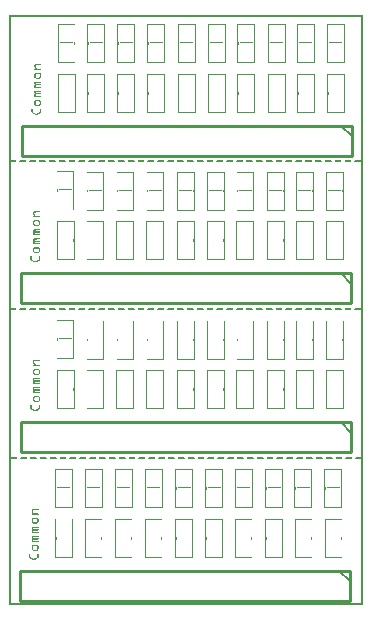
<source format=gto>
G04 MADE WITH FRITZING*
G04 WWW.FRITZING.ORG*
G04 DOUBLE SIDED*
G04 HOLES PLATED*
G04 CONTOUR ON CENTER OF CONTOUR VECTOR*
%ASAXBY*%
%FSLAX23Y23*%
%MOIN*%
%OFA0B0*%
%SFA1.0B1.0*%
%ADD10C,0.010000*%
%ADD11C,0.005000*%
%ADD12R,0.001000X0.001000*%
%LNSILK1*%
G90*
G70*
G54D10*
X1135Y116D02*
X35Y116D01*
D02*
X35Y116D02*
X35Y16D01*
D02*
X35Y16D02*
X1135Y16D01*
D02*
X1135Y16D02*
X1135Y116D01*
G54D11*
D02*
X1100Y116D02*
X1135Y81D01*
G54D10*
D02*
X1140Y612D02*
X40Y612D01*
D02*
X40Y612D02*
X40Y512D01*
D02*
X40Y512D02*
X1140Y512D01*
D02*
X1140Y512D02*
X1140Y612D01*
G54D11*
D02*
X1105Y612D02*
X1140Y577D01*
G54D10*
D02*
X1140Y1108D02*
X40Y1108D01*
D02*
X40Y1108D02*
X40Y1008D01*
D02*
X40Y1008D02*
X1140Y1008D01*
D02*
X1140Y1008D02*
X1140Y1108D01*
G54D11*
D02*
X1105Y1108D02*
X1140Y1073D01*
G54D10*
D02*
X1143Y1600D02*
X43Y1600D01*
D02*
X43Y1600D02*
X43Y1500D01*
D02*
X43Y1500D02*
X1143Y1500D01*
D02*
X1143Y1500D02*
X1143Y1600D01*
G54D11*
D02*
X1108Y1600D02*
X1143Y1565D01*
G54D12*
X0Y1969D02*
X1180Y1969D01*
X0Y1968D02*
X1180Y1968D01*
X0Y1967D02*
X1180Y1967D01*
X0Y1966D02*
X1180Y1966D01*
X0Y1965D02*
X1180Y1965D01*
X0Y1964D02*
X1180Y1964D01*
X0Y1963D02*
X1180Y1963D01*
X0Y1962D02*
X1180Y1962D01*
X0Y1961D02*
X7Y1961D01*
X1173Y1961D02*
X1180Y1961D01*
X0Y1960D02*
X7Y1960D01*
X1173Y1960D02*
X1180Y1960D01*
X0Y1959D02*
X7Y1959D01*
X1173Y1959D02*
X1180Y1959D01*
X0Y1958D02*
X7Y1958D01*
X1173Y1958D02*
X1180Y1958D01*
X0Y1957D02*
X7Y1957D01*
X1173Y1957D02*
X1180Y1957D01*
X0Y1956D02*
X7Y1956D01*
X1173Y1956D02*
X1180Y1956D01*
X0Y1955D02*
X7Y1955D01*
X1173Y1955D02*
X1180Y1955D01*
X0Y1954D02*
X7Y1954D01*
X1173Y1954D02*
X1180Y1954D01*
X0Y1953D02*
X7Y1953D01*
X1173Y1953D02*
X1180Y1953D01*
X0Y1952D02*
X7Y1952D01*
X1173Y1952D02*
X1180Y1952D01*
X0Y1951D02*
X7Y1951D01*
X1173Y1951D02*
X1180Y1951D01*
X0Y1950D02*
X7Y1950D01*
X1173Y1950D02*
X1180Y1950D01*
X0Y1949D02*
X7Y1949D01*
X1173Y1949D02*
X1180Y1949D01*
X0Y1948D02*
X7Y1948D01*
X1173Y1948D02*
X1180Y1948D01*
X0Y1947D02*
X7Y1947D01*
X1173Y1947D02*
X1180Y1947D01*
X0Y1946D02*
X7Y1946D01*
X1173Y1946D02*
X1180Y1946D01*
X0Y1945D02*
X7Y1945D01*
X1173Y1945D02*
X1180Y1945D01*
X0Y1944D02*
X7Y1944D01*
X1173Y1944D02*
X1180Y1944D01*
X0Y1943D02*
X7Y1943D01*
X1173Y1943D02*
X1180Y1943D01*
X0Y1942D02*
X7Y1942D01*
X1173Y1942D02*
X1180Y1942D01*
X0Y1941D02*
X7Y1941D01*
X1173Y1941D02*
X1180Y1941D01*
X0Y1940D02*
X7Y1940D01*
X1173Y1940D02*
X1180Y1940D01*
X0Y1939D02*
X7Y1939D01*
X1173Y1939D02*
X1180Y1939D01*
X0Y1938D02*
X7Y1938D01*
X163Y1938D02*
X221Y1938D01*
X262Y1938D02*
X320Y1938D01*
X362Y1938D02*
X420Y1938D01*
X462Y1938D02*
X520Y1938D01*
X564Y1938D02*
X622Y1938D01*
X664Y1938D02*
X722Y1938D01*
X762Y1938D02*
X820Y1938D01*
X864Y1938D02*
X922Y1938D01*
X961Y1938D02*
X1018Y1938D01*
X1061Y1938D02*
X1118Y1938D01*
X1173Y1938D02*
X1180Y1938D01*
X0Y1937D02*
X7Y1937D01*
X163Y1937D02*
X221Y1937D01*
X262Y1937D02*
X320Y1937D01*
X362Y1937D02*
X420Y1937D01*
X462Y1937D02*
X520Y1937D01*
X564Y1937D02*
X622Y1937D01*
X664Y1937D02*
X722Y1937D01*
X762Y1937D02*
X820Y1937D01*
X864Y1937D02*
X922Y1937D01*
X961Y1937D02*
X1019Y1937D01*
X1061Y1937D02*
X1119Y1937D01*
X1173Y1937D02*
X1180Y1937D01*
X0Y1936D02*
X7Y1936D01*
X163Y1936D02*
X165Y1936D01*
X219Y1936D02*
X221Y1936D01*
X262Y1936D02*
X320Y1936D01*
X362Y1936D02*
X420Y1936D01*
X462Y1936D02*
X520Y1936D01*
X564Y1936D02*
X622Y1936D01*
X664Y1936D02*
X722Y1936D01*
X762Y1936D02*
X820Y1936D01*
X864Y1936D02*
X922Y1936D01*
X961Y1936D02*
X1019Y1936D01*
X1061Y1936D02*
X1119Y1936D01*
X1173Y1936D02*
X1180Y1936D01*
X0Y1935D02*
X7Y1935D01*
X163Y1935D02*
X165Y1935D01*
X219Y1935D02*
X221Y1935D01*
X262Y1935D02*
X264Y1935D01*
X318Y1935D02*
X320Y1935D01*
X362Y1935D02*
X364Y1935D01*
X418Y1935D02*
X420Y1935D01*
X462Y1935D02*
X464Y1935D01*
X518Y1935D02*
X520Y1935D01*
X564Y1935D02*
X566Y1935D01*
X620Y1935D02*
X622Y1935D01*
X664Y1935D02*
X666Y1935D01*
X720Y1935D02*
X722Y1935D01*
X762Y1935D02*
X764Y1935D01*
X818Y1935D02*
X820Y1935D01*
X864Y1935D02*
X866Y1935D01*
X920Y1935D02*
X922Y1935D01*
X961Y1935D02*
X963Y1935D01*
X1017Y1935D02*
X1019Y1935D01*
X1061Y1935D02*
X1063Y1935D01*
X1117Y1935D02*
X1119Y1935D01*
X1173Y1935D02*
X1180Y1935D01*
X0Y1934D02*
X7Y1934D01*
X163Y1934D02*
X165Y1934D01*
X219Y1934D02*
X221Y1934D01*
X262Y1934D02*
X264Y1934D01*
X318Y1934D02*
X320Y1934D01*
X362Y1934D02*
X364Y1934D01*
X418Y1934D02*
X420Y1934D01*
X462Y1934D02*
X464Y1934D01*
X518Y1934D02*
X520Y1934D01*
X564Y1934D02*
X566Y1934D01*
X620Y1934D02*
X622Y1934D01*
X664Y1934D02*
X666Y1934D01*
X720Y1934D02*
X722Y1934D01*
X762Y1934D02*
X764Y1934D01*
X818Y1934D02*
X820Y1934D01*
X864Y1934D02*
X866Y1934D01*
X920Y1934D02*
X922Y1934D01*
X961Y1934D02*
X962Y1934D01*
X1017Y1934D02*
X1019Y1934D01*
X1061Y1934D02*
X1062Y1934D01*
X1117Y1934D02*
X1119Y1934D01*
X1173Y1934D02*
X1180Y1934D01*
X0Y1933D02*
X7Y1933D01*
X163Y1933D02*
X165Y1933D01*
X219Y1933D02*
X221Y1933D01*
X262Y1933D02*
X264Y1933D01*
X318Y1933D02*
X320Y1933D01*
X362Y1933D02*
X364Y1933D01*
X418Y1933D02*
X420Y1933D01*
X462Y1933D02*
X464Y1933D01*
X518Y1933D02*
X520Y1933D01*
X564Y1933D02*
X566Y1933D01*
X620Y1933D02*
X622Y1933D01*
X664Y1933D02*
X666Y1933D01*
X720Y1933D02*
X722Y1933D01*
X762Y1933D02*
X764Y1933D01*
X818Y1933D02*
X820Y1933D01*
X864Y1933D02*
X866Y1933D01*
X920Y1933D02*
X922Y1933D01*
X961Y1933D02*
X962Y1933D01*
X1017Y1933D02*
X1019Y1933D01*
X1061Y1933D02*
X1062Y1933D01*
X1117Y1933D02*
X1119Y1933D01*
X1173Y1933D02*
X1180Y1933D01*
X0Y1932D02*
X7Y1932D01*
X163Y1932D02*
X165Y1932D01*
X219Y1932D02*
X221Y1932D01*
X262Y1932D02*
X264Y1932D01*
X318Y1932D02*
X320Y1932D01*
X362Y1932D02*
X364Y1932D01*
X418Y1932D02*
X420Y1932D01*
X462Y1932D02*
X464Y1932D01*
X518Y1932D02*
X520Y1932D01*
X564Y1932D02*
X566Y1932D01*
X620Y1932D02*
X622Y1932D01*
X664Y1932D02*
X666Y1932D01*
X720Y1932D02*
X722Y1932D01*
X762Y1932D02*
X764Y1932D01*
X818Y1932D02*
X820Y1932D01*
X864Y1932D02*
X866Y1932D01*
X920Y1932D02*
X922Y1932D01*
X961Y1932D02*
X962Y1932D01*
X1017Y1932D02*
X1019Y1932D01*
X1061Y1932D02*
X1062Y1932D01*
X1117Y1932D02*
X1119Y1932D01*
X1173Y1932D02*
X1180Y1932D01*
X0Y1931D02*
X7Y1931D01*
X163Y1931D02*
X165Y1931D01*
X219Y1931D02*
X221Y1931D01*
X262Y1931D02*
X264Y1931D01*
X318Y1931D02*
X320Y1931D01*
X362Y1931D02*
X364Y1931D01*
X418Y1931D02*
X420Y1931D01*
X462Y1931D02*
X464Y1931D01*
X518Y1931D02*
X520Y1931D01*
X564Y1931D02*
X566Y1931D01*
X620Y1931D02*
X622Y1931D01*
X664Y1931D02*
X666Y1931D01*
X720Y1931D02*
X722Y1931D01*
X762Y1931D02*
X764Y1931D01*
X818Y1931D02*
X820Y1931D01*
X864Y1931D02*
X866Y1931D01*
X920Y1931D02*
X922Y1931D01*
X961Y1931D02*
X962Y1931D01*
X1017Y1931D02*
X1019Y1931D01*
X1061Y1931D02*
X1062Y1931D01*
X1117Y1931D02*
X1119Y1931D01*
X1173Y1931D02*
X1180Y1931D01*
X0Y1930D02*
X7Y1930D01*
X163Y1930D02*
X165Y1930D01*
X219Y1930D02*
X221Y1930D01*
X262Y1930D02*
X264Y1930D01*
X318Y1930D02*
X320Y1930D01*
X362Y1930D02*
X364Y1930D01*
X418Y1930D02*
X420Y1930D01*
X462Y1930D02*
X464Y1930D01*
X518Y1930D02*
X520Y1930D01*
X564Y1930D02*
X566Y1930D01*
X620Y1930D02*
X622Y1930D01*
X664Y1930D02*
X666Y1930D01*
X720Y1930D02*
X722Y1930D01*
X762Y1930D02*
X764Y1930D01*
X818Y1930D02*
X820Y1930D01*
X864Y1930D02*
X866Y1930D01*
X920Y1930D02*
X922Y1930D01*
X961Y1930D02*
X962Y1930D01*
X1017Y1930D02*
X1019Y1930D01*
X1061Y1930D02*
X1062Y1930D01*
X1117Y1930D02*
X1119Y1930D01*
X1173Y1930D02*
X1180Y1930D01*
X0Y1929D02*
X7Y1929D01*
X163Y1929D02*
X165Y1929D01*
X219Y1929D02*
X221Y1929D01*
X262Y1929D02*
X264Y1929D01*
X318Y1929D02*
X320Y1929D01*
X362Y1929D02*
X364Y1929D01*
X418Y1929D02*
X420Y1929D01*
X462Y1929D02*
X464Y1929D01*
X518Y1929D02*
X520Y1929D01*
X564Y1929D02*
X566Y1929D01*
X620Y1929D02*
X622Y1929D01*
X664Y1929D02*
X666Y1929D01*
X720Y1929D02*
X722Y1929D01*
X762Y1929D02*
X764Y1929D01*
X818Y1929D02*
X820Y1929D01*
X864Y1929D02*
X866Y1929D01*
X920Y1929D02*
X922Y1929D01*
X961Y1929D02*
X962Y1929D01*
X1017Y1929D02*
X1019Y1929D01*
X1061Y1929D02*
X1062Y1929D01*
X1117Y1929D02*
X1119Y1929D01*
X1173Y1929D02*
X1180Y1929D01*
X0Y1928D02*
X7Y1928D01*
X163Y1928D02*
X165Y1928D01*
X219Y1928D02*
X221Y1928D01*
X262Y1928D02*
X264Y1928D01*
X318Y1928D02*
X320Y1928D01*
X362Y1928D02*
X364Y1928D01*
X418Y1928D02*
X420Y1928D01*
X462Y1928D02*
X464Y1928D01*
X518Y1928D02*
X520Y1928D01*
X564Y1928D02*
X566Y1928D01*
X620Y1928D02*
X622Y1928D01*
X664Y1928D02*
X666Y1928D01*
X720Y1928D02*
X722Y1928D01*
X762Y1928D02*
X764Y1928D01*
X818Y1928D02*
X820Y1928D01*
X864Y1928D02*
X866Y1928D01*
X920Y1928D02*
X922Y1928D01*
X961Y1928D02*
X962Y1928D01*
X1017Y1928D02*
X1019Y1928D01*
X1061Y1928D02*
X1062Y1928D01*
X1117Y1928D02*
X1119Y1928D01*
X1173Y1928D02*
X1180Y1928D01*
X0Y1927D02*
X7Y1927D01*
X163Y1927D02*
X165Y1927D01*
X219Y1927D02*
X221Y1927D01*
X262Y1927D02*
X264Y1927D01*
X318Y1927D02*
X320Y1927D01*
X362Y1927D02*
X364Y1927D01*
X418Y1927D02*
X420Y1927D01*
X462Y1927D02*
X464Y1927D01*
X518Y1927D02*
X520Y1927D01*
X564Y1927D02*
X566Y1927D01*
X620Y1927D02*
X622Y1927D01*
X664Y1927D02*
X666Y1927D01*
X720Y1927D02*
X722Y1927D01*
X762Y1927D02*
X764Y1927D01*
X818Y1927D02*
X820Y1927D01*
X864Y1927D02*
X866Y1927D01*
X920Y1927D02*
X922Y1927D01*
X961Y1927D02*
X962Y1927D01*
X1017Y1927D02*
X1019Y1927D01*
X1061Y1927D02*
X1062Y1927D01*
X1117Y1927D02*
X1119Y1927D01*
X1173Y1927D02*
X1180Y1927D01*
X0Y1926D02*
X7Y1926D01*
X163Y1926D02*
X165Y1926D01*
X219Y1926D02*
X221Y1926D01*
X262Y1926D02*
X264Y1926D01*
X318Y1926D02*
X320Y1926D01*
X362Y1926D02*
X364Y1926D01*
X418Y1926D02*
X420Y1926D01*
X462Y1926D02*
X464Y1926D01*
X518Y1926D02*
X520Y1926D01*
X564Y1926D02*
X566Y1926D01*
X620Y1926D02*
X622Y1926D01*
X664Y1926D02*
X666Y1926D01*
X720Y1926D02*
X722Y1926D01*
X762Y1926D02*
X764Y1926D01*
X818Y1926D02*
X820Y1926D01*
X864Y1926D02*
X866Y1926D01*
X920Y1926D02*
X922Y1926D01*
X961Y1926D02*
X962Y1926D01*
X1017Y1926D02*
X1019Y1926D01*
X1061Y1926D02*
X1062Y1926D01*
X1117Y1926D02*
X1119Y1926D01*
X1173Y1926D02*
X1180Y1926D01*
X0Y1925D02*
X7Y1925D01*
X163Y1925D02*
X165Y1925D01*
X219Y1925D02*
X221Y1925D01*
X262Y1925D02*
X264Y1925D01*
X318Y1925D02*
X320Y1925D01*
X362Y1925D02*
X364Y1925D01*
X418Y1925D02*
X420Y1925D01*
X462Y1925D02*
X464Y1925D01*
X518Y1925D02*
X520Y1925D01*
X564Y1925D02*
X566Y1925D01*
X620Y1925D02*
X622Y1925D01*
X664Y1925D02*
X666Y1925D01*
X720Y1925D02*
X722Y1925D01*
X762Y1925D02*
X764Y1925D01*
X818Y1925D02*
X820Y1925D01*
X864Y1925D02*
X866Y1925D01*
X920Y1925D02*
X922Y1925D01*
X961Y1925D02*
X962Y1925D01*
X1017Y1925D02*
X1019Y1925D01*
X1061Y1925D02*
X1062Y1925D01*
X1117Y1925D02*
X1119Y1925D01*
X1173Y1925D02*
X1180Y1925D01*
X0Y1924D02*
X7Y1924D01*
X163Y1924D02*
X165Y1924D01*
X219Y1924D02*
X221Y1924D01*
X262Y1924D02*
X264Y1924D01*
X318Y1924D02*
X320Y1924D01*
X362Y1924D02*
X364Y1924D01*
X418Y1924D02*
X420Y1924D01*
X462Y1924D02*
X464Y1924D01*
X518Y1924D02*
X520Y1924D01*
X564Y1924D02*
X566Y1924D01*
X620Y1924D02*
X622Y1924D01*
X664Y1924D02*
X666Y1924D01*
X720Y1924D02*
X722Y1924D01*
X762Y1924D02*
X764Y1924D01*
X818Y1924D02*
X820Y1924D01*
X864Y1924D02*
X866Y1924D01*
X920Y1924D02*
X922Y1924D01*
X961Y1924D02*
X962Y1924D01*
X1017Y1924D02*
X1019Y1924D01*
X1061Y1924D02*
X1062Y1924D01*
X1117Y1924D02*
X1119Y1924D01*
X1173Y1924D02*
X1180Y1924D01*
X0Y1923D02*
X7Y1923D01*
X163Y1923D02*
X165Y1923D01*
X219Y1923D02*
X221Y1923D01*
X262Y1923D02*
X264Y1923D01*
X318Y1923D02*
X320Y1923D01*
X362Y1923D02*
X364Y1923D01*
X418Y1923D02*
X420Y1923D01*
X462Y1923D02*
X464Y1923D01*
X518Y1923D02*
X520Y1923D01*
X564Y1923D02*
X566Y1923D01*
X620Y1923D02*
X622Y1923D01*
X664Y1923D02*
X666Y1923D01*
X720Y1923D02*
X722Y1923D01*
X762Y1923D02*
X764Y1923D01*
X818Y1923D02*
X820Y1923D01*
X864Y1923D02*
X866Y1923D01*
X920Y1923D02*
X922Y1923D01*
X961Y1923D02*
X962Y1923D01*
X1017Y1923D02*
X1019Y1923D01*
X1061Y1923D02*
X1062Y1923D01*
X1117Y1923D02*
X1119Y1923D01*
X1173Y1923D02*
X1180Y1923D01*
X0Y1922D02*
X7Y1922D01*
X163Y1922D02*
X165Y1922D01*
X219Y1922D02*
X221Y1922D01*
X262Y1922D02*
X264Y1922D01*
X318Y1922D02*
X320Y1922D01*
X362Y1922D02*
X364Y1922D01*
X418Y1922D02*
X420Y1922D01*
X462Y1922D02*
X464Y1922D01*
X518Y1922D02*
X520Y1922D01*
X564Y1922D02*
X566Y1922D01*
X620Y1922D02*
X622Y1922D01*
X664Y1922D02*
X666Y1922D01*
X720Y1922D02*
X722Y1922D01*
X762Y1922D02*
X764Y1922D01*
X818Y1922D02*
X820Y1922D01*
X864Y1922D02*
X866Y1922D01*
X920Y1922D02*
X922Y1922D01*
X961Y1922D02*
X962Y1922D01*
X1017Y1922D02*
X1019Y1922D01*
X1061Y1922D02*
X1062Y1922D01*
X1117Y1922D02*
X1119Y1922D01*
X1173Y1922D02*
X1180Y1922D01*
X0Y1921D02*
X7Y1921D01*
X163Y1921D02*
X165Y1921D01*
X219Y1921D02*
X221Y1921D01*
X262Y1921D02*
X264Y1921D01*
X318Y1921D02*
X320Y1921D01*
X362Y1921D02*
X364Y1921D01*
X418Y1921D02*
X420Y1921D01*
X462Y1921D02*
X464Y1921D01*
X518Y1921D02*
X520Y1921D01*
X564Y1921D02*
X566Y1921D01*
X620Y1921D02*
X622Y1921D01*
X664Y1921D02*
X666Y1921D01*
X720Y1921D02*
X722Y1921D01*
X762Y1921D02*
X764Y1921D01*
X818Y1921D02*
X820Y1921D01*
X864Y1921D02*
X866Y1921D01*
X920Y1921D02*
X922Y1921D01*
X961Y1921D02*
X962Y1921D01*
X1017Y1921D02*
X1019Y1921D01*
X1061Y1921D02*
X1062Y1921D01*
X1117Y1921D02*
X1119Y1921D01*
X1173Y1921D02*
X1180Y1921D01*
X0Y1920D02*
X7Y1920D01*
X163Y1920D02*
X165Y1920D01*
X219Y1920D02*
X221Y1920D01*
X262Y1920D02*
X264Y1920D01*
X318Y1920D02*
X320Y1920D01*
X362Y1920D02*
X364Y1920D01*
X418Y1920D02*
X420Y1920D01*
X462Y1920D02*
X464Y1920D01*
X518Y1920D02*
X520Y1920D01*
X564Y1920D02*
X566Y1920D01*
X620Y1920D02*
X622Y1920D01*
X664Y1920D02*
X666Y1920D01*
X720Y1920D02*
X722Y1920D01*
X762Y1920D02*
X764Y1920D01*
X818Y1920D02*
X820Y1920D01*
X864Y1920D02*
X866Y1920D01*
X920Y1920D02*
X922Y1920D01*
X961Y1920D02*
X962Y1920D01*
X1017Y1920D02*
X1019Y1920D01*
X1061Y1920D02*
X1062Y1920D01*
X1117Y1920D02*
X1119Y1920D01*
X1173Y1920D02*
X1180Y1920D01*
X0Y1919D02*
X7Y1919D01*
X163Y1919D02*
X165Y1919D01*
X219Y1919D02*
X221Y1919D01*
X262Y1919D02*
X264Y1919D01*
X318Y1919D02*
X320Y1919D01*
X362Y1919D02*
X364Y1919D01*
X418Y1919D02*
X420Y1919D01*
X462Y1919D02*
X464Y1919D01*
X518Y1919D02*
X520Y1919D01*
X564Y1919D02*
X566Y1919D01*
X620Y1919D02*
X622Y1919D01*
X664Y1919D02*
X666Y1919D01*
X720Y1919D02*
X722Y1919D01*
X762Y1919D02*
X764Y1919D01*
X818Y1919D02*
X820Y1919D01*
X864Y1919D02*
X866Y1919D01*
X920Y1919D02*
X922Y1919D01*
X961Y1919D02*
X962Y1919D01*
X1017Y1919D02*
X1019Y1919D01*
X1061Y1919D02*
X1062Y1919D01*
X1117Y1919D02*
X1119Y1919D01*
X1173Y1919D02*
X1180Y1919D01*
X0Y1918D02*
X7Y1918D01*
X163Y1918D02*
X165Y1918D01*
X219Y1918D02*
X221Y1918D01*
X262Y1918D02*
X264Y1918D01*
X318Y1918D02*
X320Y1918D01*
X362Y1918D02*
X364Y1918D01*
X418Y1918D02*
X420Y1918D01*
X462Y1918D02*
X464Y1918D01*
X518Y1918D02*
X520Y1918D01*
X564Y1918D02*
X566Y1918D01*
X620Y1918D02*
X622Y1918D01*
X664Y1918D02*
X666Y1918D01*
X720Y1918D02*
X722Y1918D01*
X762Y1918D02*
X764Y1918D01*
X818Y1918D02*
X820Y1918D01*
X864Y1918D02*
X866Y1918D01*
X920Y1918D02*
X922Y1918D01*
X961Y1918D02*
X962Y1918D01*
X1017Y1918D02*
X1019Y1918D01*
X1061Y1918D02*
X1062Y1918D01*
X1117Y1918D02*
X1119Y1918D01*
X1173Y1918D02*
X1180Y1918D01*
X0Y1917D02*
X7Y1917D01*
X163Y1917D02*
X165Y1917D01*
X219Y1917D02*
X221Y1917D01*
X262Y1917D02*
X264Y1917D01*
X318Y1917D02*
X320Y1917D01*
X362Y1917D02*
X364Y1917D01*
X418Y1917D02*
X420Y1917D01*
X462Y1917D02*
X464Y1917D01*
X518Y1917D02*
X520Y1917D01*
X564Y1917D02*
X566Y1917D01*
X620Y1917D02*
X622Y1917D01*
X664Y1917D02*
X666Y1917D01*
X720Y1917D02*
X722Y1917D01*
X762Y1917D02*
X764Y1917D01*
X818Y1917D02*
X820Y1917D01*
X864Y1917D02*
X866Y1917D01*
X920Y1917D02*
X922Y1917D01*
X961Y1917D02*
X962Y1917D01*
X1017Y1917D02*
X1019Y1917D01*
X1061Y1917D02*
X1062Y1917D01*
X1117Y1917D02*
X1119Y1917D01*
X1173Y1917D02*
X1180Y1917D01*
X0Y1916D02*
X7Y1916D01*
X163Y1916D02*
X165Y1916D01*
X219Y1916D02*
X221Y1916D01*
X262Y1916D02*
X264Y1916D01*
X318Y1916D02*
X320Y1916D01*
X362Y1916D02*
X364Y1916D01*
X418Y1916D02*
X420Y1916D01*
X462Y1916D02*
X464Y1916D01*
X518Y1916D02*
X520Y1916D01*
X564Y1916D02*
X566Y1916D01*
X620Y1916D02*
X622Y1916D01*
X664Y1916D02*
X666Y1916D01*
X720Y1916D02*
X722Y1916D01*
X762Y1916D02*
X764Y1916D01*
X818Y1916D02*
X820Y1916D01*
X864Y1916D02*
X866Y1916D01*
X920Y1916D02*
X922Y1916D01*
X961Y1916D02*
X962Y1916D01*
X1017Y1916D02*
X1019Y1916D01*
X1061Y1916D02*
X1062Y1916D01*
X1117Y1916D02*
X1119Y1916D01*
X1173Y1916D02*
X1180Y1916D01*
X0Y1915D02*
X7Y1915D01*
X163Y1915D02*
X165Y1915D01*
X219Y1915D02*
X221Y1915D01*
X262Y1915D02*
X264Y1915D01*
X318Y1915D02*
X320Y1915D01*
X362Y1915D02*
X364Y1915D01*
X418Y1915D02*
X420Y1915D01*
X462Y1915D02*
X464Y1915D01*
X518Y1915D02*
X520Y1915D01*
X564Y1915D02*
X566Y1915D01*
X620Y1915D02*
X622Y1915D01*
X664Y1915D02*
X666Y1915D01*
X720Y1915D02*
X722Y1915D01*
X762Y1915D02*
X764Y1915D01*
X818Y1915D02*
X820Y1915D01*
X864Y1915D02*
X866Y1915D01*
X920Y1915D02*
X922Y1915D01*
X961Y1915D02*
X962Y1915D01*
X1017Y1915D02*
X1019Y1915D01*
X1061Y1915D02*
X1062Y1915D01*
X1117Y1915D02*
X1119Y1915D01*
X1173Y1915D02*
X1180Y1915D01*
X0Y1914D02*
X7Y1914D01*
X163Y1914D02*
X165Y1914D01*
X219Y1914D02*
X221Y1914D01*
X262Y1914D02*
X264Y1914D01*
X318Y1914D02*
X320Y1914D01*
X362Y1914D02*
X364Y1914D01*
X418Y1914D02*
X420Y1914D01*
X462Y1914D02*
X464Y1914D01*
X518Y1914D02*
X520Y1914D01*
X564Y1914D02*
X566Y1914D01*
X620Y1914D02*
X622Y1914D01*
X664Y1914D02*
X666Y1914D01*
X720Y1914D02*
X722Y1914D01*
X762Y1914D02*
X764Y1914D01*
X818Y1914D02*
X820Y1914D01*
X864Y1914D02*
X866Y1914D01*
X920Y1914D02*
X922Y1914D01*
X961Y1914D02*
X962Y1914D01*
X1017Y1914D02*
X1019Y1914D01*
X1061Y1914D02*
X1062Y1914D01*
X1117Y1914D02*
X1119Y1914D01*
X1173Y1914D02*
X1180Y1914D01*
X0Y1913D02*
X7Y1913D01*
X163Y1913D02*
X165Y1913D01*
X219Y1913D02*
X221Y1913D01*
X262Y1913D02*
X264Y1913D01*
X318Y1913D02*
X320Y1913D01*
X362Y1913D02*
X364Y1913D01*
X418Y1913D02*
X420Y1913D01*
X462Y1913D02*
X464Y1913D01*
X518Y1913D02*
X520Y1913D01*
X564Y1913D02*
X566Y1913D01*
X620Y1913D02*
X622Y1913D01*
X664Y1913D02*
X666Y1913D01*
X720Y1913D02*
X722Y1913D01*
X762Y1913D02*
X764Y1913D01*
X818Y1913D02*
X820Y1913D01*
X864Y1913D02*
X866Y1913D01*
X920Y1913D02*
X922Y1913D01*
X961Y1913D02*
X962Y1913D01*
X1017Y1913D02*
X1019Y1913D01*
X1061Y1913D02*
X1062Y1913D01*
X1117Y1913D02*
X1119Y1913D01*
X1173Y1913D02*
X1180Y1913D01*
X0Y1912D02*
X7Y1912D01*
X163Y1912D02*
X165Y1912D01*
X219Y1912D02*
X221Y1912D01*
X262Y1912D02*
X264Y1912D01*
X318Y1912D02*
X320Y1912D01*
X362Y1912D02*
X364Y1912D01*
X418Y1912D02*
X420Y1912D01*
X462Y1912D02*
X464Y1912D01*
X518Y1912D02*
X520Y1912D01*
X564Y1912D02*
X566Y1912D01*
X620Y1912D02*
X622Y1912D01*
X664Y1912D02*
X666Y1912D01*
X720Y1912D02*
X722Y1912D01*
X762Y1912D02*
X764Y1912D01*
X818Y1912D02*
X820Y1912D01*
X864Y1912D02*
X866Y1912D01*
X920Y1912D02*
X922Y1912D01*
X961Y1912D02*
X962Y1912D01*
X1017Y1912D02*
X1019Y1912D01*
X1061Y1912D02*
X1062Y1912D01*
X1117Y1912D02*
X1119Y1912D01*
X1173Y1912D02*
X1180Y1912D01*
X0Y1911D02*
X7Y1911D01*
X163Y1911D02*
X165Y1911D01*
X219Y1911D02*
X221Y1911D01*
X262Y1911D02*
X264Y1911D01*
X318Y1911D02*
X320Y1911D01*
X362Y1911D02*
X364Y1911D01*
X418Y1911D02*
X420Y1911D01*
X462Y1911D02*
X464Y1911D01*
X518Y1911D02*
X520Y1911D01*
X564Y1911D02*
X566Y1911D01*
X620Y1911D02*
X622Y1911D01*
X664Y1911D02*
X666Y1911D01*
X720Y1911D02*
X722Y1911D01*
X762Y1911D02*
X764Y1911D01*
X818Y1911D02*
X820Y1911D01*
X864Y1911D02*
X866Y1911D01*
X920Y1911D02*
X922Y1911D01*
X961Y1911D02*
X962Y1911D01*
X1017Y1911D02*
X1019Y1911D01*
X1061Y1911D02*
X1062Y1911D01*
X1117Y1911D02*
X1119Y1911D01*
X1173Y1911D02*
X1180Y1911D01*
X0Y1910D02*
X7Y1910D01*
X163Y1910D02*
X165Y1910D01*
X219Y1910D02*
X221Y1910D01*
X262Y1910D02*
X264Y1910D01*
X318Y1910D02*
X320Y1910D01*
X362Y1910D02*
X364Y1910D01*
X418Y1910D02*
X420Y1910D01*
X462Y1910D02*
X464Y1910D01*
X518Y1910D02*
X520Y1910D01*
X564Y1910D02*
X566Y1910D01*
X620Y1910D02*
X622Y1910D01*
X664Y1910D02*
X666Y1910D01*
X720Y1910D02*
X722Y1910D01*
X762Y1910D02*
X764Y1910D01*
X818Y1910D02*
X820Y1910D01*
X864Y1910D02*
X866Y1910D01*
X920Y1910D02*
X922Y1910D01*
X961Y1910D02*
X962Y1910D01*
X1017Y1910D02*
X1019Y1910D01*
X1061Y1910D02*
X1062Y1910D01*
X1117Y1910D02*
X1119Y1910D01*
X1173Y1910D02*
X1180Y1910D01*
X0Y1909D02*
X7Y1909D01*
X163Y1909D02*
X165Y1909D01*
X219Y1909D02*
X221Y1909D01*
X262Y1909D02*
X264Y1909D01*
X318Y1909D02*
X320Y1909D01*
X362Y1909D02*
X364Y1909D01*
X418Y1909D02*
X420Y1909D01*
X462Y1909D02*
X464Y1909D01*
X518Y1909D02*
X520Y1909D01*
X564Y1909D02*
X566Y1909D01*
X620Y1909D02*
X622Y1909D01*
X664Y1909D02*
X666Y1909D01*
X720Y1909D02*
X722Y1909D01*
X762Y1909D02*
X764Y1909D01*
X818Y1909D02*
X820Y1909D01*
X864Y1909D02*
X866Y1909D01*
X920Y1909D02*
X922Y1909D01*
X961Y1909D02*
X962Y1909D01*
X1017Y1909D02*
X1019Y1909D01*
X1061Y1909D02*
X1062Y1909D01*
X1117Y1909D02*
X1119Y1909D01*
X1173Y1909D02*
X1180Y1909D01*
X0Y1908D02*
X7Y1908D01*
X163Y1908D02*
X165Y1908D01*
X219Y1908D02*
X221Y1908D01*
X262Y1908D02*
X264Y1908D01*
X318Y1908D02*
X320Y1908D01*
X362Y1908D02*
X364Y1908D01*
X418Y1908D02*
X420Y1908D01*
X462Y1908D02*
X464Y1908D01*
X518Y1908D02*
X520Y1908D01*
X564Y1908D02*
X566Y1908D01*
X620Y1908D02*
X622Y1908D01*
X664Y1908D02*
X666Y1908D01*
X720Y1908D02*
X722Y1908D01*
X762Y1908D02*
X764Y1908D01*
X818Y1908D02*
X820Y1908D01*
X864Y1908D02*
X866Y1908D01*
X920Y1908D02*
X922Y1908D01*
X961Y1908D02*
X962Y1908D01*
X1017Y1908D02*
X1019Y1908D01*
X1061Y1908D02*
X1062Y1908D01*
X1117Y1908D02*
X1119Y1908D01*
X1173Y1908D02*
X1180Y1908D01*
X0Y1907D02*
X7Y1907D01*
X163Y1907D02*
X165Y1907D01*
X219Y1907D02*
X221Y1907D01*
X262Y1907D02*
X264Y1907D01*
X318Y1907D02*
X320Y1907D01*
X362Y1907D02*
X364Y1907D01*
X418Y1907D02*
X420Y1907D01*
X462Y1907D02*
X464Y1907D01*
X518Y1907D02*
X520Y1907D01*
X564Y1907D02*
X566Y1907D01*
X620Y1907D02*
X622Y1907D01*
X664Y1907D02*
X666Y1907D01*
X720Y1907D02*
X722Y1907D01*
X762Y1907D02*
X764Y1907D01*
X818Y1907D02*
X820Y1907D01*
X864Y1907D02*
X866Y1907D01*
X920Y1907D02*
X922Y1907D01*
X961Y1907D02*
X962Y1907D01*
X1017Y1907D02*
X1019Y1907D01*
X1061Y1907D02*
X1062Y1907D01*
X1117Y1907D02*
X1119Y1907D01*
X1173Y1907D02*
X1180Y1907D01*
X0Y1906D02*
X7Y1906D01*
X163Y1906D02*
X165Y1906D01*
X219Y1906D02*
X221Y1906D01*
X262Y1906D02*
X264Y1906D01*
X318Y1906D02*
X320Y1906D01*
X362Y1906D02*
X364Y1906D01*
X418Y1906D02*
X420Y1906D01*
X462Y1906D02*
X464Y1906D01*
X518Y1906D02*
X520Y1906D01*
X564Y1906D02*
X566Y1906D01*
X620Y1906D02*
X622Y1906D01*
X664Y1906D02*
X666Y1906D01*
X720Y1906D02*
X722Y1906D01*
X762Y1906D02*
X764Y1906D01*
X818Y1906D02*
X820Y1906D01*
X864Y1906D02*
X866Y1906D01*
X920Y1906D02*
X922Y1906D01*
X961Y1906D02*
X962Y1906D01*
X1017Y1906D02*
X1019Y1906D01*
X1061Y1906D02*
X1062Y1906D01*
X1117Y1906D02*
X1119Y1906D01*
X1173Y1906D02*
X1180Y1906D01*
X0Y1905D02*
X7Y1905D01*
X163Y1905D02*
X165Y1905D01*
X219Y1905D02*
X221Y1905D01*
X262Y1905D02*
X264Y1905D01*
X318Y1905D02*
X320Y1905D01*
X362Y1905D02*
X364Y1905D01*
X418Y1905D02*
X420Y1905D01*
X462Y1905D02*
X464Y1905D01*
X518Y1905D02*
X520Y1905D01*
X564Y1905D02*
X566Y1905D01*
X620Y1905D02*
X622Y1905D01*
X664Y1905D02*
X666Y1905D01*
X720Y1905D02*
X722Y1905D01*
X762Y1905D02*
X764Y1905D01*
X818Y1905D02*
X820Y1905D01*
X864Y1905D02*
X866Y1905D01*
X920Y1905D02*
X922Y1905D01*
X961Y1905D02*
X962Y1905D01*
X1017Y1905D02*
X1019Y1905D01*
X1061Y1905D02*
X1062Y1905D01*
X1117Y1905D02*
X1119Y1905D01*
X1173Y1905D02*
X1180Y1905D01*
X0Y1904D02*
X7Y1904D01*
X163Y1904D02*
X165Y1904D01*
X219Y1904D02*
X221Y1904D01*
X262Y1904D02*
X264Y1904D01*
X318Y1904D02*
X320Y1904D01*
X362Y1904D02*
X364Y1904D01*
X418Y1904D02*
X420Y1904D01*
X462Y1904D02*
X464Y1904D01*
X518Y1904D02*
X520Y1904D01*
X564Y1904D02*
X566Y1904D01*
X620Y1904D02*
X622Y1904D01*
X664Y1904D02*
X666Y1904D01*
X720Y1904D02*
X722Y1904D01*
X762Y1904D02*
X764Y1904D01*
X818Y1904D02*
X820Y1904D01*
X864Y1904D02*
X866Y1904D01*
X920Y1904D02*
X922Y1904D01*
X961Y1904D02*
X962Y1904D01*
X1017Y1904D02*
X1019Y1904D01*
X1061Y1904D02*
X1062Y1904D01*
X1117Y1904D02*
X1119Y1904D01*
X1173Y1904D02*
X1180Y1904D01*
X0Y1903D02*
X7Y1903D01*
X163Y1903D02*
X165Y1903D01*
X219Y1903D02*
X221Y1903D01*
X262Y1903D02*
X264Y1903D01*
X318Y1903D02*
X320Y1903D01*
X362Y1903D02*
X364Y1903D01*
X418Y1903D02*
X420Y1903D01*
X462Y1903D02*
X464Y1903D01*
X518Y1903D02*
X520Y1903D01*
X564Y1903D02*
X566Y1903D01*
X620Y1903D02*
X622Y1903D01*
X664Y1903D02*
X666Y1903D01*
X720Y1903D02*
X722Y1903D01*
X762Y1903D02*
X764Y1903D01*
X818Y1903D02*
X820Y1903D01*
X864Y1903D02*
X866Y1903D01*
X920Y1903D02*
X922Y1903D01*
X961Y1903D02*
X962Y1903D01*
X1017Y1903D02*
X1019Y1903D01*
X1061Y1903D02*
X1062Y1903D01*
X1117Y1903D02*
X1119Y1903D01*
X1173Y1903D02*
X1180Y1903D01*
X0Y1902D02*
X7Y1902D01*
X163Y1902D02*
X165Y1902D01*
X219Y1902D02*
X221Y1902D01*
X262Y1902D02*
X264Y1902D01*
X318Y1902D02*
X320Y1902D01*
X362Y1902D02*
X364Y1902D01*
X418Y1902D02*
X420Y1902D01*
X462Y1902D02*
X464Y1902D01*
X518Y1902D02*
X520Y1902D01*
X564Y1902D02*
X566Y1902D01*
X620Y1902D02*
X622Y1902D01*
X664Y1902D02*
X666Y1902D01*
X720Y1902D02*
X722Y1902D01*
X762Y1902D02*
X764Y1902D01*
X818Y1902D02*
X820Y1902D01*
X864Y1902D02*
X866Y1902D01*
X920Y1902D02*
X922Y1902D01*
X961Y1902D02*
X962Y1902D01*
X1017Y1902D02*
X1019Y1902D01*
X1061Y1902D02*
X1062Y1902D01*
X1117Y1902D02*
X1119Y1902D01*
X1173Y1902D02*
X1180Y1902D01*
X0Y1901D02*
X7Y1901D01*
X163Y1901D02*
X165Y1901D01*
X219Y1901D02*
X221Y1901D01*
X262Y1901D02*
X264Y1901D01*
X318Y1901D02*
X320Y1901D01*
X362Y1901D02*
X364Y1901D01*
X418Y1901D02*
X420Y1901D01*
X462Y1901D02*
X464Y1901D01*
X518Y1901D02*
X520Y1901D01*
X564Y1901D02*
X566Y1901D01*
X620Y1901D02*
X622Y1901D01*
X664Y1901D02*
X666Y1901D01*
X720Y1901D02*
X722Y1901D01*
X762Y1901D02*
X764Y1901D01*
X818Y1901D02*
X820Y1901D01*
X864Y1901D02*
X866Y1901D01*
X920Y1901D02*
X922Y1901D01*
X961Y1901D02*
X962Y1901D01*
X1017Y1901D02*
X1019Y1901D01*
X1061Y1901D02*
X1062Y1901D01*
X1117Y1901D02*
X1119Y1901D01*
X1173Y1901D02*
X1180Y1901D01*
X0Y1900D02*
X7Y1900D01*
X163Y1900D02*
X165Y1900D01*
X219Y1900D02*
X221Y1900D01*
X262Y1900D02*
X264Y1900D01*
X318Y1900D02*
X320Y1900D01*
X362Y1900D02*
X364Y1900D01*
X418Y1900D02*
X420Y1900D01*
X462Y1900D02*
X464Y1900D01*
X518Y1900D02*
X520Y1900D01*
X564Y1900D02*
X566Y1900D01*
X620Y1900D02*
X622Y1900D01*
X664Y1900D02*
X666Y1900D01*
X720Y1900D02*
X722Y1900D01*
X762Y1900D02*
X764Y1900D01*
X818Y1900D02*
X820Y1900D01*
X864Y1900D02*
X866Y1900D01*
X920Y1900D02*
X922Y1900D01*
X961Y1900D02*
X962Y1900D01*
X1017Y1900D02*
X1019Y1900D01*
X1061Y1900D02*
X1062Y1900D01*
X1117Y1900D02*
X1119Y1900D01*
X1173Y1900D02*
X1180Y1900D01*
X0Y1899D02*
X7Y1899D01*
X163Y1899D02*
X165Y1899D01*
X219Y1899D02*
X221Y1899D01*
X262Y1899D02*
X264Y1899D01*
X318Y1899D02*
X320Y1899D01*
X362Y1899D02*
X364Y1899D01*
X418Y1899D02*
X420Y1899D01*
X462Y1899D02*
X464Y1899D01*
X518Y1899D02*
X520Y1899D01*
X564Y1899D02*
X566Y1899D01*
X620Y1899D02*
X622Y1899D01*
X664Y1899D02*
X666Y1899D01*
X720Y1899D02*
X722Y1899D01*
X762Y1899D02*
X764Y1899D01*
X818Y1899D02*
X820Y1899D01*
X864Y1899D02*
X866Y1899D01*
X920Y1899D02*
X922Y1899D01*
X961Y1899D02*
X962Y1899D01*
X1017Y1899D02*
X1019Y1899D01*
X1061Y1899D02*
X1062Y1899D01*
X1117Y1899D02*
X1119Y1899D01*
X1173Y1899D02*
X1180Y1899D01*
X0Y1898D02*
X7Y1898D01*
X163Y1898D02*
X165Y1898D01*
X219Y1898D02*
X221Y1898D01*
X262Y1898D02*
X264Y1898D01*
X318Y1898D02*
X320Y1898D01*
X362Y1898D02*
X364Y1898D01*
X418Y1898D02*
X420Y1898D01*
X462Y1898D02*
X464Y1898D01*
X518Y1898D02*
X520Y1898D01*
X564Y1898D02*
X566Y1898D01*
X620Y1898D02*
X622Y1898D01*
X664Y1898D02*
X666Y1898D01*
X720Y1898D02*
X722Y1898D01*
X762Y1898D02*
X764Y1898D01*
X818Y1898D02*
X820Y1898D01*
X864Y1898D02*
X866Y1898D01*
X920Y1898D02*
X922Y1898D01*
X961Y1898D02*
X962Y1898D01*
X1017Y1898D02*
X1019Y1898D01*
X1061Y1898D02*
X1062Y1898D01*
X1117Y1898D02*
X1119Y1898D01*
X1173Y1898D02*
X1180Y1898D01*
X0Y1897D02*
X7Y1897D01*
X163Y1897D02*
X165Y1897D01*
X219Y1897D02*
X221Y1897D01*
X262Y1897D02*
X264Y1897D01*
X318Y1897D02*
X320Y1897D01*
X362Y1897D02*
X364Y1897D01*
X418Y1897D02*
X420Y1897D01*
X462Y1897D02*
X464Y1897D01*
X518Y1897D02*
X520Y1897D01*
X564Y1897D02*
X566Y1897D01*
X620Y1897D02*
X622Y1897D01*
X664Y1897D02*
X666Y1897D01*
X720Y1897D02*
X722Y1897D01*
X762Y1897D02*
X764Y1897D01*
X818Y1897D02*
X820Y1897D01*
X864Y1897D02*
X866Y1897D01*
X920Y1897D02*
X922Y1897D01*
X961Y1897D02*
X962Y1897D01*
X1017Y1897D02*
X1019Y1897D01*
X1061Y1897D02*
X1062Y1897D01*
X1117Y1897D02*
X1119Y1897D01*
X1173Y1897D02*
X1180Y1897D01*
X0Y1896D02*
X7Y1896D01*
X163Y1896D02*
X165Y1896D01*
X219Y1896D02*
X221Y1896D01*
X262Y1896D02*
X264Y1896D01*
X318Y1896D02*
X320Y1896D01*
X362Y1896D02*
X364Y1896D01*
X418Y1896D02*
X420Y1896D01*
X462Y1896D02*
X464Y1896D01*
X518Y1896D02*
X520Y1896D01*
X564Y1896D02*
X566Y1896D01*
X620Y1896D02*
X622Y1896D01*
X664Y1896D02*
X666Y1896D01*
X720Y1896D02*
X722Y1896D01*
X762Y1896D02*
X764Y1896D01*
X818Y1896D02*
X820Y1896D01*
X864Y1896D02*
X866Y1896D01*
X920Y1896D02*
X922Y1896D01*
X961Y1896D02*
X962Y1896D01*
X1017Y1896D02*
X1019Y1896D01*
X1061Y1896D02*
X1062Y1896D01*
X1117Y1896D02*
X1119Y1896D01*
X1173Y1896D02*
X1180Y1896D01*
X0Y1895D02*
X7Y1895D01*
X163Y1895D02*
X165Y1895D01*
X219Y1895D02*
X221Y1895D01*
X262Y1895D02*
X264Y1895D01*
X318Y1895D02*
X320Y1895D01*
X362Y1895D02*
X364Y1895D01*
X418Y1895D02*
X420Y1895D01*
X462Y1895D02*
X464Y1895D01*
X518Y1895D02*
X520Y1895D01*
X564Y1895D02*
X566Y1895D01*
X620Y1895D02*
X622Y1895D01*
X664Y1895D02*
X666Y1895D01*
X720Y1895D02*
X722Y1895D01*
X762Y1895D02*
X764Y1895D01*
X818Y1895D02*
X820Y1895D01*
X864Y1895D02*
X866Y1895D01*
X920Y1895D02*
X922Y1895D01*
X961Y1895D02*
X962Y1895D01*
X1017Y1895D02*
X1019Y1895D01*
X1061Y1895D02*
X1062Y1895D01*
X1117Y1895D02*
X1119Y1895D01*
X1173Y1895D02*
X1180Y1895D01*
X0Y1894D02*
X7Y1894D01*
X163Y1894D02*
X165Y1894D01*
X219Y1894D02*
X221Y1894D01*
X262Y1894D02*
X264Y1894D01*
X318Y1894D02*
X320Y1894D01*
X362Y1894D02*
X364Y1894D01*
X418Y1894D02*
X420Y1894D01*
X462Y1894D02*
X464Y1894D01*
X518Y1894D02*
X520Y1894D01*
X564Y1894D02*
X566Y1894D01*
X620Y1894D02*
X622Y1894D01*
X664Y1894D02*
X666Y1894D01*
X720Y1894D02*
X722Y1894D01*
X762Y1894D02*
X764Y1894D01*
X818Y1894D02*
X820Y1894D01*
X864Y1894D02*
X866Y1894D01*
X920Y1894D02*
X922Y1894D01*
X961Y1894D02*
X962Y1894D01*
X1017Y1894D02*
X1019Y1894D01*
X1061Y1894D02*
X1062Y1894D01*
X1117Y1894D02*
X1119Y1894D01*
X1173Y1894D02*
X1180Y1894D01*
X0Y1893D02*
X7Y1893D01*
X163Y1893D02*
X165Y1893D01*
X219Y1893D02*
X221Y1893D01*
X262Y1893D02*
X264Y1893D01*
X318Y1893D02*
X320Y1893D01*
X362Y1893D02*
X364Y1893D01*
X418Y1893D02*
X420Y1893D01*
X462Y1893D02*
X464Y1893D01*
X518Y1893D02*
X520Y1893D01*
X564Y1893D02*
X566Y1893D01*
X620Y1893D02*
X622Y1893D01*
X664Y1893D02*
X666Y1893D01*
X720Y1893D02*
X722Y1893D01*
X762Y1893D02*
X764Y1893D01*
X818Y1893D02*
X820Y1893D01*
X864Y1893D02*
X866Y1893D01*
X920Y1893D02*
X922Y1893D01*
X961Y1893D02*
X962Y1893D01*
X1017Y1893D02*
X1019Y1893D01*
X1061Y1893D02*
X1062Y1893D01*
X1117Y1893D02*
X1119Y1893D01*
X1173Y1893D02*
X1180Y1893D01*
X0Y1892D02*
X7Y1892D01*
X163Y1892D02*
X165Y1892D01*
X219Y1892D02*
X221Y1892D01*
X262Y1892D02*
X264Y1892D01*
X318Y1892D02*
X320Y1892D01*
X362Y1892D02*
X364Y1892D01*
X418Y1892D02*
X420Y1892D01*
X462Y1892D02*
X464Y1892D01*
X518Y1892D02*
X520Y1892D01*
X564Y1892D02*
X566Y1892D01*
X620Y1892D02*
X622Y1892D01*
X664Y1892D02*
X666Y1892D01*
X720Y1892D02*
X722Y1892D01*
X762Y1892D02*
X764Y1892D01*
X818Y1892D02*
X820Y1892D01*
X864Y1892D02*
X866Y1892D01*
X920Y1892D02*
X922Y1892D01*
X961Y1892D02*
X962Y1892D01*
X1017Y1892D02*
X1019Y1892D01*
X1061Y1892D02*
X1062Y1892D01*
X1117Y1892D02*
X1119Y1892D01*
X1173Y1892D02*
X1180Y1892D01*
X0Y1891D02*
X7Y1891D01*
X163Y1891D02*
X165Y1891D01*
X219Y1891D02*
X221Y1891D01*
X262Y1891D02*
X264Y1891D01*
X318Y1891D02*
X320Y1891D01*
X362Y1891D02*
X364Y1891D01*
X418Y1891D02*
X420Y1891D01*
X462Y1891D02*
X464Y1891D01*
X518Y1891D02*
X520Y1891D01*
X564Y1891D02*
X566Y1891D01*
X620Y1891D02*
X622Y1891D01*
X664Y1891D02*
X666Y1891D01*
X720Y1891D02*
X722Y1891D01*
X762Y1891D02*
X764Y1891D01*
X818Y1891D02*
X820Y1891D01*
X864Y1891D02*
X866Y1891D01*
X920Y1891D02*
X922Y1891D01*
X961Y1891D02*
X962Y1891D01*
X1017Y1891D02*
X1019Y1891D01*
X1061Y1891D02*
X1062Y1891D01*
X1117Y1891D02*
X1119Y1891D01*
X1173Y1891D02*
X1180Y1891D01*
X0Y1890D02*
X7Y1890D01*
X163Y1890D02*
X165Y1890D01*
X219Y1890D02*
X221Y1890D01*
X262Y1890D02*
X264Y1890D01*
X318Y1890D02*
X320Y1890D01*
X362Y1890D02*
X364Y1890D01*
X418Y1890D02*
X420Y1890D01*
X462Y1890D02*
X464Y1890D01*
X518Y1890D02*
X520Y1890D01*
X564Y1890D02*
X566Y1890D01*
X620Y1890D02*
X622Y1890D01*
X664Y1890D02*
X666Y1890D01*
X720Y1890D02*
X722Y1890D01*
X762Y1890D02*
X764Y1890D01*
X818Y1890D02*
X820Y1890D01*
X864Y1890D02*
X866Y1890D01*
X920Y1890D02*
X922Y1890D01*
X961Y1890D02*
X962Y1890D01*
X1017Y1890D02*
X1019Y1890D01*
X1061Y1890D02*
X1062Y1890D01*
X1117Y1890D02*
X1119Y1890D01*
X1173Y1890D02*
X1180Y1890D01*
X0Y1889D02*
X7Y1889D01*
X163Y1889D02*
X165Y1889D01*
X219Y1889D02*
X221Y1889D01*
X262Y1889D02*
X264Y1889D01*
X318Y1889D02*
X320Y1889D01*
X362Y1889D02*
X364Y1889D01*
X418Y1889D02*
X420Y1889D01*
X462Y1889D02*
X464Y1889D01*
X518Y1889D02*
X520Y1889D01*
X564Y1889D02*
X566Y1889D01*
X620Y1889D02*
X622Y1889D01*
X664Y1889D02*
X666Y1889D01*
X720Y1889D02*
X722Y1889D01*
X762Y1889D02*
X764Y1889D01*
X818Y1889D02*
X820Y1889D01*
X864Y1889D02*
X866Y1889D01*
X920Y1889D02*
X922Y1889D01*
X961Y1889D02*
X962Y1889D01*
X1017Y1889D02*
X1019Y1889D01*
X1061Y1889D02*
X1062Y1889D01*
X1117Y1889D02*
X1119Y1889D01*
X1173Y1889D02*
X1180Y1889D01*
X0Y1888D02*
X7Y1888D01*
X163Y1888D02*
X165Y1888D01*
X219Y1888D02*
X221Y1888D01*
X262Y1888D02*
X264Y1888D01*
X318Y1888D02*
X320Y1888D01*
X362Y1888D02*
X364Y1888D01*
X418Y1888D02*
X420Y1888D01*
X462Y1888D02*
X464Y1888D01*
X518Y1888D02*
X520Y1888D01*
X564Y1888D02*
X566Y1888D01*
X620Y1888D02*
X622Y1888D01*
X664Y1888D02*
X666Y1888D01*
X720Y1888D02*
X722Y1888D01*
X762Y1888D02*
X764Y1888D01*
X818Y1888D02*
X820Y1888D01*
X864Y1888D02*
X866Y1888D01*
X920Y1888D02*
X922Y1888D01*
X961Y1888D02*
X962Y1888D01*
X1017Y1888D02*
X1019Y1888D01*
X1061Y1888D02*
X1062Y1888D01*
X1117Y1888D02*
X1119Y1888D01*
X1173Y1888D02*
X1180Y1888D01*
X0Y1887D02*
X7Y1887D01*
X163Y1887D02*
X165Y1887D01*
X219Y1887D02*
X221Y1887D01*
X262Y1887D02*
X264Y1887D01*
X318Y1887D02*
X320Y1887D01*
X362Y1887D02*
X364Y1887D01*
X418Y1887D02*
X420Y1887D01*
X462Y1887D02*
X464Y1887D01*
X518Y1887D02*
X520Y1887D01*
X564Y1887D02*
X566Y1887D01*
X620Y1887D02*
X622Y1887D01*
X664Y1887D02*
X666Y1887D01*
X720Y1887D02*
X722Y1887D01*
X762Y1887D02*
X764Y1887D01*
X818Y1887D02*
X820Y1887D01*
X864Y1887D02*
X866Y1887D01*
X920Y1887D02*
X922Y1887D01*
X961Y1887D02*
X962Y1887D01*
X1017Y1887D02*
X1019Y1887D01*
X1061Y1887D02*
X1062Y1887D01*
X1117Y1887D02*
X1119Y1887D01*
X1173Y1887D02*
X1180Y1887D01*
X0Y1886D02*
X7Y1886D01*
X163Y1886D02*
X165Y1886D01*
X219Y1886D02*
X221Y1886D01*
X262Y1886D02*
X264Y1886D01*
X318Y1886D02*
X320Y1886D01*
X362Y1886D02*
X364Y1886D01*
X418Y1886D02*
X420Y1886D01*
X462Y1886D02*
X464Y1886D01*
X518Y1886D02*
X520Y1886D01*
X564Y1886D02*
X566Y1886D01*
X620Y1886D02*
X622Y1886D01*
X664Y1886D02*
X666Y1886D01*
X720Y1886D02*
X722Y1886D01*
X762Y1886D02*
X764Y1886D01*
X818Y1886D02*
X820Y1886D01*
X864Y1886D02*
X866Y1886D01*
X920Y1886D02*
X922Y1886D01*
X961Y1886D02*
X962Y1886D01*
X1017Y1886D02*
X1019Y1886D01*
X1061Y1886D02*
X1062Y1886D01*
X1117Y1886D02*
X1119Y1886D01*
X1173Y1886D02*
X1180Y1886D01*
X0Y1885D02*
X7Y1885D01*
X163Y1885D02*
X165Y1885D01*
X219Y1885D02*
X221Y1885D01*
X262Y1885D02*
X264Y1885D01*
X318Y1885D02*
X320Y1885D01*
X362Y1885D02*
X364Y1885D01*
X418Y1885D02*
X420Y1885D01*
X462Y1885D02*
X464Y1885D01*
X518Y1885D02*
X520Y1885D01*
X564Y1885D02*
X566Y1885D01*
X620Y1885D02*
X622Y1885D01*
X664Y1885D02*
X666Y1885D01*
X720Y1885D02*
X722Y1885D01*
X762Y1885D02*
X764Y1885D01*
X818Y1885D02*
X820Y1885D01*
X864Y1885D02*
X866Y1885D01*
X920Y1885D02*
X922Y1885D01*
X961Y1885D02*
X962Y1885D01*
X1017Y1885D02*
X1019Y1885D01*
X1061Y1885D02*
X1062Y1885D01*
X1117Y1885D02*
X1119Y1885D01*
X1173Y1885D02*
X1180Y1885D01*
X0Y1884D02*
X7Y1884D01*
X163Y1884D02*
X165Y1884D01*
X219Y1884D02*
X221Y1884D01*
X262Y1884D02*
X264Y1884D01*
X318Y1884D02*
X320Y1884D01*
X362Y1884D02*
X364Y1884D01*
X418Y1884D02*
X420Y1884D01*
X462Y1884D02*
X464Y1884D01*
X518Y1884D02*
X520Y1884D01*
X564Y1884D02*
X566Y1884D01*
X620Y1884D02*
X622Y1884D01*
X664Y1884D02*
X666Y1884D01*
X720Y1884D02*
X722Y1884D01*
X762Y1884D02*
X764Y1884D01*
X818Y1884D02*
X820Y1884D01*
X864Y1884D02*
X866Y1884D01*
X920Y1884D02*
X922Y1884D01*
X961Y1884D02*
X962Y1884D01*
X1017Y1884D02*
X1019Y1884D01*
X1061Y1884D02*
X1062Y1884D01*
X1117Y1884D02*
X1119Y1884D01*
X1173Y1884D02*
X1180Y1884D01*
X0Y1883D02*
X7Y1883D01*
X163Y1883D02*
X165Y1883D01*
X219Y1883D02*
X221Y1883D01*
X262Y1883D02*
X264Y1883D01*
X318Y1883D02*
X320Y1883D01*
X362Y1883D02*
X364Y1883D01*
X418Y1883D02*
X420Y1883D01*
X462Y1883D02*
X464Y1883D01*
X518Y1883D02*
X520Y1883D01*
X564Y1883D02*
X566Y1883D01*
X620Y1883D02*
X622Y1883D01*
X664Y1883D02*
X666Y1883D01*
X720Y1883D02*
X722Y1883D01*
X762Y1883D02*
X764Y1883D01*
X818Y1883D02*
X820Y1883D01*
X864Y1883D02*
X866Y1883D01*
X920Y1883D02*
X922Y1883D01*
X961Y1883D02*
X962Y1883D01*
X1017Y1883D02*
X1019Y1883D01*
X1061Y1883D02*
X1062Y1883D01*
X1117Y1883D02*
X1119Y1883D01*
X1173Y1883D02*
X1180Y1883D01*
X0Y1882D02*
X7Y1882D01*
X163Y1882D02*
X165Y1882D01*
X219Y1882D02*
X221Y1882D01*
X262Y1882D02*
X264Y1882D01*
X318Y1882D02*
X320Y1882D01*
X362Y1882D02*
X364Y1882D01*
X418Y1882D02*
X420Y1882D01*
X462Y1882D02*
X464Y1882D01*
X518Y1882D02*
X520Y1882D01*
X564Y1882D02*
X566Y1882D01*
X620Y1882D02*
X622Y1882D01*
X664Y1882D02*
X666Y1882D01*
X720Y1882D02*
X722Y1882D01*
X762Y1882D02*
X764Y1882D01*
X818Y1882D02*
X820Y1882D01*
X864Y1882D02*
X866Y1882D01*
X920Y1882D02*
X922Y1882D01*
X961Y1882D02*
X962Y1882D01*
X1017Y1882D02*
X1019Y1882D01*
X1061Y1882D02*
X1062Y1882D01*
X1117Y1882D02*
X1119Y1882D01*
X1173Y1882D02*
X1180Y1882D01*
X0Y1881D02*
X7Y1881D01*
X163Y1881D02*
X165Y1881D01*
X219Y1881D02*
X221Y1881D01*
X262Y1881D02*
X264Y1881D01*
X318Y1881D02*
X320Y1881D01*
X362Y1881D02*
X364Y1881D01*
X418Y1881D02*
X420Y1881D01*
X462Y1881D02*
X464Y1881D01*
X518Y1881D02*
X520Y1881D01*
X564Y1881D02*
X566Y1881D01*
X620Y1881D02*
X622Y1881D01*
X664Y1881D02*
X666Y1881D01*
X720Y1881D02*
X722Y1881D01*
X762Y1881D02*
X764Y1881D01*
X818Y1881D02*
X820Y1881D01*
X864Y1881D02*
X866Y1881D01*
X920Y1881D02*
X922Y1881D01*
X961Y1881D02*
X962Y1881D01*
X1017Y1881D02*
X1019Y1881D01*
X1061Y1881D02*
X1062Y1881D01*
X1117Y1881D02*
X1119Y1881D01*
X1173Y1881D02*
X1180Y1881D01*
X0Y1880D02*
X7Y1880D01*
X163Y1880D02*
X165Y1880D01*
X219Y1880D02*
X221Y1880D01*
X262Y1880D02*
X264Y1880D01*
X318Y1880D02*
X320Y1880D01*
X362Y1880D02*
X364Y1880D01*
X418Y1880D02*
X420Y1880D01*
X462Y1880D02*
X464Y1880D01*
X518Y1880D02*
X520Y1880D01*
X564Y1880D02*
X566Y1880D01*
X620Y1880D02*
X622Y1880D01*
X664Y1880D02*
X666Y1880D01*
X720Y1880D02*
X722Y1880D01*
X762Y1880D02*
X764Y1880D01*
X818Y1880D02*
X820Y1880D01*
X864Y1880D02*
X866Y1880D01*
X920Y1880D02*
X922Y1880D01*
X961Y1880D02*
X962Y1880D01*
X1017Y1880D02*
X1019Y1880D01*
X1061Y1880D02*
X1062Y1880D01*
X1117Y1880D02*
X1119Y1880D01*
X1173Y1880D02*
X1180Y1880D01*
X0Y1879D02*
X7Y1879D01*
X163Y1879D02*
X165Y1879D01*
X219Y1879D02*
X221Y1879D01*
X262Y1879D02*
X264Y1879D01*
X318Y1879D02*
X320Y1879D01*
X362Y1879D02*
X364Y1879D01*
X418Y1879D02*
X420Y1879D01*
X462Y1879D02*
X464Y1879D01*
X518Y1879D02*
X520Y1879D01*
X564Y1879D02*
X566Y1879D01*
X620Y1879D02*
X622Y1879D01*
X664Y1879D02*
X666Y1879D01*
X720Y1879D02*
X722Y1879D01*
X762Y1879D02*
X764Y1879D01*
X818Y1879D02*
X820Y1879D01*
X864Y1879D02*
X866Y1879D01*
X920Y1879D02*
X922Y1879D01*
X961Y1879D02*
X962Y1879D01*
X1017Y1879D02*
X1019Y1879D01*
X1061Y1879D02*
X1062Y1879D01*
X1117Y1879D02*
X1119Y1879D01*
X1173Y1879D02*
X1180Y1879D01*
X0Y1878D02*
X7Y1878D01*
X163Y1878D02*
X166Y1878D01*
X171Y1878D02*
X213Y1878D01*
X218Y1878D02*
X221Y1878D01*
X262Y1878D02*
X265Y1878D01*
X270Y1878D02*
X312Y1878D01*
X317Y1878D02*
X320Y1878D01*
X362Y1878D02*
X365Y1878D01*
X370Y1878D02*
X412Y1878D01*
X417Y1878D02*
X420Y1878D01*
X462Y1878D02*
X465Y1878D01*
X470Y1878D02*
X512Y1878D01*
X517Y1878D02*
X520Y1878D01*
X564Y1878D02*
X567Y1878D01*
X572Y1878D02*
X614Y1878D01*
X619Y1878D02*
X622Y1878D01*
X664Y1878D02*
X667Y1878D01*
X672Y1878D02*
X714Y1878D01*
X719Y1878D02*
X722Y1878D01*
X762Y1878D02*
X765Y1878D01*
X770Y1878D02*
X812Y1878D01*
X817Y1878D02*
X820Y1878D01*
X864Y1878D02*
X867Y1878D01*
X872Y1878D02*
X914Y1878D01*
X919Y1878D02*
X922Y1878D01*
X961Y1878D02*
X963Y1878D01*
X968Y1878D02*
X1011Y1878D01*
X1016Y1878D02*
X1019Y1878D01*
X1061Y1878D02*
X1063Y1878D01*
X1068Y1878D02*
X1111Y1878D01*
X1116Y1878D02*
X1119Y1878D01*
X1173Y1878D02*
X1180Y1878D01*
X0Y1877D02*
X7Y1877D01*
X163Y1877D02*
X166Y1877D01*
X171Y1877D02*
X213Y1877D01*
X218Y1877D02*
X221Y1877D01*
X262Y1877D02*
X265Y1877D01*
X270Y1877D02*
X312Y1877D01*
X317Y1877D02*
X320Y1877D01*
X362Y1877D02*
X365Y1877D01*
X370Y1877D02*
X412Y1877D01*
X417Y1877D02*
X420Y1877D01*
X462Y1877D02*
X465Y1877D01*
X470Y1877D02*
X512Y1877D01*
X517Y1877D02*
X520Y1877D01*
X564Y1877D02*
X567Y1877D01*
X572Y1877D02*
X614Y1877D01*
X619Y1877D02*
X622Y1877D01*
X664Y1877D02*
X667Y1877D01*
X672Y1877D02*
X714Y1877D01*
X719Y1877D02*
X722Y1877D01*
X762Y1877D02*
X765Y1877D01*
X770Y1877D02*
X812Y1877D01*
X817Y1877D02*
X820Y1877D01*
X864Y1877D02*
X867Y1877D01*
X872Y1877D02*
X914Y1877D01*
X919Y1877D02*
X922Y1877D01*
X961Y1877D02*
X963Y1877D01*
X968Y1877D02*
X1011Y1877D01*
X1016Y1877D02*
X1019Y1877D01*
X1061Y1877D02*
X1063Y1877D01*
X1068Y1877D02*
X1111Y1877D01*
X1116Y1877D02*
X1119Y1877D01*
X1173Y1877D02*
X1180Y1877D01*
X0Y1876D02*
X7Y1876D01*
X163Y1876D02*
X166Y1876D01*
X171Y1876D02*
X212Y1876D01*
X218Y1876D02*
X221Y1876D01*
X262Y1876D02*
X265Y1876D01*
X270Y1876D02*
X312Y1876D01*
X317Y1876D02*
X320Y1876D01*
X362Y1876D02*
X365Y1876D01*
X370Y1876D02*
X412Y1876D01*
X417Y1876D02*
X420Y1876D01*
X462Y1876D02*
X465Y1876D01*
X470Y1876D02*
X512Y1876D01*
X517Y1876D02*
X520Y1876D01*
X564Y1876D02*
X567Y1876D01*
X572Y1876D02*
X614Y1876D01*
X619Y1876D02*
X622Y1876D01*
X664Y1876D02*
X667Y1876D01*
X672Y1876D02*
X714Y1876D01*
X719Y1876D02*
X722Y1876D01*
X762Y1876D02*
X765Y1876D01*
X770Y1876D02*
X812Y1876D01*
X817Y1876D02*
X820Y1876D01*
X864Y1876D02*
X867Y1876D01*
X872Y1876D02*
X914Y1876D01*
X919Y1876D02*
X922Y1876D01*
X961Y1876D02*
X963Y1876D01*
X968Y1876D02*
X1011Y1876D01*
X1016Y1876D02*
X1019Y1876D01*
X1061Y1876D02*
X1063Y1876D01*
X1068Y1876D02*
X1111Y1876D01*
X1116Y1876D02*
X1119Y1876D01*
X1173Y1876D02*
X1180Y1876D01*
X0Y1875D02*
X7Y1875D01*
X163Y1875D02*
X166Y1875D01*
X218Y1875D02*
X221Y1875D01*
X262Y1875D02*
X265Y1875D01*
X317Y1875D02*
X320Y1875D01*
X362Y1875D02*
X365Y1875D01*
X417Y1875D02*
X420Y1875D01*
X462Y1875D02*
X465Y1875D01*
X517Y1875D02*
X520Y1875D01*
X564Y1875D02*
X567Y1875D01*
X619Y1875D02*
X622Y1875D01*
X664Y1875D02*
X667Y1875D01*
X719Y1875D02*
X722Y1875D01*
X762Y1875D02*
X765Y1875D01*
X817Y1875D02*
X820Y1875D01*
X864Y1875D02*
X867Y1875D01*
X919Y1875D02*
X922Y1875D01*
X961Y1875D02*
X963Y1875D01*
X1016Y1875D02*
X1019Y1875D01*
X1061Y1875D02*
X1063Y1875D01*
X1116Y1875D02*
X1119Y1875D01*
X1173Y1875D02*
X1180Y1875D01*
X0Y1874D02*
X7Y1874D01*
X163Y1874D02*
X166Y1874D01*
X218Y1874D02*
X221Y1874D01*
X262Y1874D02*
X265Y1874D01*
X317Y1874D02*
X320Y1874D01*
X362Y1874D02*
X365Y1874D01*
X417Y1874D02*
X420Y1874D01*
X462Y1874D02*
X465Y1874D01*
X517Y1874D02*
X520Y1874D01*
X564Y1874D02*
X567Y1874D01*
X619Y1874D02*
X622Y1874D01*
X664Y1874D02*
X667Y1874D01*
X719Y1874D02*
X722Y1874D01*
X762Y1874D02*
X765Y1874D01*
X817Y1874D02*
X820Y1874D01*
X864Y1874D02*
X867Y1874D01*
X919Y1874D02*
X922Y1874D01*
X961Y1874D02*
X963Y1874D01*
X1016Y1874D02*
X1019Y1874D01*
X1061Y1874D02*
X1063Y1874D01*
X1116Y1874D02*
X1119Y1874D01*
X1173Y1874D02*
X1180Y1874D01*
X0Y1873D02*
X7Y1873D01*
X163Y1873D02*
X166Y1873D01*
X218Y1873D02*
X221Y1873D01*
X262Y1873D02*
X265Y1873D01*
X317Y1873D02*
X320Y1873D01*
X362Y1873D02*
X365Y1873D01*
X417Y1873D02*
X420Y1873D01*
X462Y1873D02*
X465Y1873D01*
X517Y1873D02*
X520Y1873D01*
X564Y1873D02*
X567Y1873D01*
X619Y1873D02*
X622Y1873D01*
X664Y1873D02*
X667Y1873D01*
X719Y1873D02*
X722Y1873D01*
X762Y1873D02*
X765Y1873D01*
X817Y1873D02*
X820Y1873D01*
X864Y1873D02*
X867Y1873D01*
X919Y1873D02*
X922Y1873D01*
X961Y1873D02*
X963Y1873D01*
X1016Y1873D02*
X1019Y1873D01*
X1061Y1873D02*
X1063Y1873D01*
X1116Y1873D02*
X1119Y1873D01*
X1173Y1873D02*
X1180Y1873D01*
X0Y1872D02*
X7Y1872D01*
X163Y1872D02*
X166Y1872D01*
X218Y1872D02*
X221Y1872D01*
X262Y1872D02*
X265Y1872D01*
X317Y1872D02*
X320Y1872D01*
X362Y1872D02*
X365Y1872D01*
X417Y1872D02*
X420Y1872D01*
X462Y1872D02*
X465Y1872D01*
X517Y1872D02*
X520Y1872D01*
X564Y1872D02*
X567Y1872D01*
X619Y1872D02*
X622Y1872D01*
X664Y1872D02*
X667Y1872D01*
X719Y1872D02*
X722Y1872D01*
X762Y1872D02*
X765Y1872D01*
X817Y1872D02*
X820Y1872D01*
X864Y1872D02*
X867Y1872D01*
X919Y1872D02*
X922Y1872D01*
X961Y1872D02*
X963Y1872D01*
X1016Y1872D02*
X1019Y1872D01*
X1061Y1872D02*
X1063Y1872D01*
X1116Y1872D02*
X1119Y1872D01*
X1173Y1872D02*
X1180Y1872D01*
X0Y1871D02*
X7Y1871D01*
X163Y1871D02*
X166Y1871D01*
X218Y1871D02*
X221Y1871D01*
X262Y1871D02*
X265Y1871D01*
X317Y1871D02*
X320Y1871D01*
X362Y1871D02*
X365Y1871D01*
X417Y1871D02*
X420Y1871D01*
X462Y1871D02*
X465Y1871D01*
X517Y1871D02*
X520Y1871D01*
X564Y1871D02*
X567Y1871D01*
X619Y1871D02*
X622Y1871D01*
X664Y1871D02*
X667Y1871D01*
X719Y1871D02*
X722Y1871D01*
X762Y1871D02*
X765Y1871D01*
X817Y1871D02*
X820Y1871D01*
X864Y1871D02*
X867Y1871D01*
X919Y1871D02*
X922Y1871D01*
X961Y1871D02*
X963Y1871D01*
X1016Y1871D02*
X1019Y1871D01*
X1061Y1871D02*
X1063Y1871D01*
X1116Y1871D02*
X1119Y1871D01*
X1173Y1871D02*
X1180Y1871D01*
X0Y1870D02*
X7Y1870D01*
X163Y1870D02*
X166Y1870D01*
X218Y1870D02*
X221Y1870D01*
X262Y1870D02*
X265Y1870D01*
X317Y1870D02*
X320Y1870D01*
X362Y1870D02*
X365Y1870D01*
X417Y1870D02*
X420Y1870D01*
X462Y1870D02*
X465Y1870D01*
X517Y1870D02*
X520Y1870D01*
X564Y1870D02*
X567Y1870D01*
X619Y1870D02*
X622Y1870D01*
X664Y1870D02*
X667Y1870D01*
X719Y1870D02*
X722Y1870D01*
X762Y1870D02*
X765Y1870D01*
X817Y1870D02*
X820Y1870D01*
X864Y1870D02*
X867Y1870D01*
X919Y1870D02*
X922Y1870D01*
X961Y1870D02*
X963Y1870D01*
X1016Y1870D02*
X1019Y1870D01*
X1061Y1870D02*
X1063Y1870D01*
X1116Y1870D02*
X1119Y1870D01*
X1173Y1870D02*
X1180Y1870D01*
X0Y1869D02*
X7Y1869D01*
X163Y1869D02*
X165Y1869D01*
X219Y1869D02*
X221Y1869D01*
X262Y1869D02*
X265Y1869D01*
X317Y1869D02*
X320Y1869D01*
X362Y1869D02*
X365Y1869D01*
X417Y1869D02*
X420Y1869D01*
X462Y1869D02*
X465Y1869D01*
X517Y1869D02*
X520Y1869D01*
X564Y1869D02*
X567Y1869D01*
X619Y1869D02*
X622Y1869D01*
X664Y1869D02*
X667Y1869D01*
X719Y1869D02*
X722Y1869D01*
X762Y1869D02*
X765Y1869D01*
X817Y1869D02*
X820Y1869D01*
X864Y1869D02*
X867Y1869D01*
X919Y1869D02*
X922Y1869D01*
X961Y1869D02*
X963Y1869D01*
X1016Y1869D02*
X1019Y1869D01*
X1061Y1869D02*
X1063Y1869D01*
X1116Y1869D02*
X1119Y1869D01*
X1173Y1869D02*
X1180Y1869D01*
X0Y1868D02*
X7Y1868D01*
X163Y1868D02*
X165Y1868D01*
X219Y1868D02*
X221Y1868D01*
X262Y1868D02*
X264Y1868D01*
X318Y1868D02*
X320Y1868D01*
X362Y1868D02*
X364Y1868D01*
X418Y1868D02*
X420Y1868D01*
X462Y1868D02*
X464Y1868D01*
X518Y1868D02*
X520Y1868D01*
X564Y1868D02*
X566Y1868D01*
X620Y1868D02*
X622Y1868D01*
X664Y1868D02*
X666Y1868D01*
X720Y1868D02*
X722Y1868D01*
X762Y1868D02*
X764Y1868D01*
X818Y1868D02*
X820Y1868D01*
X864Y1868D02*
X866Y1868D01*
X920Y1868D02*
X922Y1868D01*
X961Y1868D02*
X962Y1868D01*
X1017Y1868D02*
X1019Y1868D01*
X1061Y1868D02*
X1062Y1868D01*
X1117Y1868D02*
X1119Y1868D01*
X1173Y1868D02*
X1180Y1868D01*
X0Y1867D02*
X7Y1867D01*
X163Y1867D02*
X165Y1867D01*
X219Y1867D02*
X221Y1867D01*
X262Y1867D02*
X264Y1867D01*
X318Y1867D02*
X320Y1867D01*
X362Y1867D02*
X364Y1867D01*
X418Y1867D02*
X420Y1867D01*
X462Y1867D02*
X464Y1867D01*
X518Y1867D02*
X520Y1867D01*
X564Y1867D02*
X566Y1867D01*
X620Y1867D02*
X622Y1867D01*
X664Y1867D02*
X666Y1867D01*
X720Y1867D02*
X722Y1867D01*
X762Y1867D02*
X764Y1867D01*
X818Y1867D02*
X820Y1867D01*
X864Y1867D02*
X866Y1867D01*
X920Y1867D02*
X922Y1867D01*
X961Y1867D02*
X962Y1867D01*
X1017Y1867D02*
X1019Y1867D01*
X1061Y1867D02*
X1062Y1867D01*
X1117Y1867D02*
X1119Y1867D01*
X1173Y1867D02*
X1180Y1867D01*
X0Y1866D02*
X7Y1866D01*
X163Y1866D02*
X165Y1866D01*
X219Y1866D02*
X221Y1866D01*
X262Y1866D02*
X264Y1866D01*
X318Y1866D02*
X320Y1866D01*
X362Y1866D02*
X364Y1866D01*
X418Y1866D02*
X420Y1866D01*
X462Y1866D02*
X464Y1866D01*
X518Y1866D02*
X520Y1866D01*
X564Y1866D02*
X566Y1866D01*
X620Y1866D02*
X622Y1866D01*
X664Y1866D02*
X666Y1866D01*
X720Y1866D02*
X722Y1866D01*
X762Y1866D02*
X764Y1866D01*
X818Y1866D02*
X820Y1866D01*
X864Y1866D02*
X866Y1866D01*
X920Y1866D02*
X922Y1866D01*
X961Y1866D02*
X962Y1866D01*
X1017Y1866D02*
X1019Y1866D01*
X1061Y1866D02*
X1062Y1866D01*
X1117Y1866D02*
X1119Y1866D01*
X1173Y1866D02*
X1180Y1866D01*
X0Y1865D02*
X7Y1865D01*
X163Y1865D02*
X165Y1865D01*
X219Y1865D02*
X221Y1865D01*
X262Y1865D02*
X264Y1865D01*
X318Y1865D02*
X320Y1865D01*
X362Y1865D02*
X364Y1865D01*
X418Y1865D02*
X420Y1865D01*
X462Y1865D02*
X464Y1865D01*
X518Y1865D02*
X520Y1865D01*
X564Y1865D02*
X566Y1865D01*
X620Y1865D02*
X622Y1865D01*
X664Y1865D02*
X666Y1865D01*
X720Y1865D02*
X722Y1865D01*
X762Y1865D02*
X764Y1865D01*
X818Y1865D02*
X820Y1865D01*
X864Y1865D02*
X866Y1865D01*
X920Y1865D02*
X922Y1865D01*
X961Y1865D02*
X962Y1865D01*
X1017Y1865D02*
X1019Y1865D01*
X1061Y1865D02*
X1062Y1865D01*
X1117Y1865D02*
X1119Y1865D01*
X1173Y1865D02*
X1180Y1865D01*
X0Y1864D02*
X7Y1864D01*
X163Y1864D02*
X165Y1864D01*
X219Y1864D02*
X221Y1864D01*
X262Y1864D02*
X264Y1864D01*
X318Y1864D02*
X320Y1864D01*
X362Y1864D02*
X364Y1864D01*
X418Y1864D02*
X420Y1864D01*
X462Y1864D02*
X464Y1864D01*
X518Y1864D02*
X520Y1864D01*
X564Y1864D02*
X566Y1864D01*
X620Y1864D02*
X622Y1864D01*
X664Y1864D02*
X666Y1864D01*
X720Y1864D02*
X722Y1864D01*
X762Y1864D02*
X764Y1864D01*
X818Y1864D02*
X820Y1864D01*
X864Y1864D02*
X866Y1864D01*
X920Y1864D02*
X922Y1864D01*
X961Y1864D02*
X962Y1864D01*
X1017Y1864D02*
X1019Y1864D01*
X1061Y1864D02*
X1062Y1864D01*
X1117Y1864D02*
X1119Y1864D01*
X1173Y1864D02*
X1180Y1864D01*
X0Y1863D02*
X7Y1863D01*
X163Y1863D02*
X165Y1863D01*
X219Y1863D02*
X221Y1863D01*
X262Y1863D02*
X264Y1863D01*
X318Y1863D02*
X320Y1863D01*
X362Y1863D02*
X364Y1863D01*
X418Y1863D02*
X420Y1863D01*
X462Y1863D02*
X464Y1863D01*
X518Y1863D02*
X520Y1863D01*
X564Y1863D02*
X566Y1863D01*
X620Y1863D02*
X622Y1863D01*
X664Y1863D02*
X666Y1863D01*
X720Y1863D02*
X722Y1863D01*
X762Y1863D02*
X764Y1863D01*
X818Y1863D02*
X820Y1863D01*
X864Y1863D02*
X866Y1863D01*
X920Y1863D02*
X922Y1863D01*
X961Y1863D02*
X962Y1863D01*
X1017Y1863D02*
X1019Y1863D01*
X1061Y1863D02*
X1062Y1863D01*
X1117Y1863D02*
X1119Y1863D01*
X1173Y1863D02*
X1180Y1863D01*
X0Y1862D02*
X7Y1862D01*
X163Y1862D02*
X165Y1862D01*
X219Y1862D02*
X221Y1862D01*
X262Y1862D02*
X264Y1862D01*
X318Y1862D02*
X320Y1862D01*
X362Y1862D02*
X364Y1862D01*
X418Y1862D02*
X420Y1862D01*
X462Y1862D02*
X464Y1862D01*
X518Y1862D02*
X520Y1862D01*
X564Y1862D02*
X566Y1862D01*
X620Y1862D02*
X622Y1862D01*
X664Y1862D02*
X666Y1862D01*
X720Y1862D02*
X722Y1862D01*
X762Y1862D02*
X764Y1862D01*
X818Y1862D02*
X820Y1862D01*
X864Y1862D02*
X866Y1862D01*
X920Y1862D02*
X922Y1862D01*
X961Y1862D02*
X962Y1862D01*
X1017Y1862D02*
X1019Y1862D01*
X1061Y1862D02*
X1062Y1862D01*
X1117Y1862D02*
X1119Y1862D01*
X1173Y1862D02*
X1180Y1862D01*
X0Y1861D02*
X7Y1861D01*
X163Y1861D02*
X165Y1861D01*
X219Y1861D02*
X221Y1861D01*
X262Y1861D02*
X264Y1861D01*
X318Y1861D02*
X320Y1861D01*
X362Y1861D02*
X364Y1861D01*
X418Y1861D02*
X420Y1861D01*
X462Y1861D02*
X464Y1861D01*
X518Y1861D02*
X520Y1861D01*
X564Y1861D02*
X566Y1861D01*
X620Y1861D02*
X622Y1861D01*
X664Y1861D02*
X666Y1861D01*
X720Y1861D02*
X722Y1861D01*
X762Y1861D02*
X764Y1861D01*
X818Y1861D02*
X820Y1861D01*
X864Y1861D02*
X866Y1861D01*
X920Y1861D02*
X922Y1861D01*
X961Y1861D02*
X962Y1861D01*
X1017Y1861D02*
X1019Y1861D01*
X1061Y1861D02*
X1062Y1861D01*
X1117Y1861D02*
X1119Y1861D01*
X1173Y1861D02*
X1180Y1861D01*
X0Y1860D02*
X7Y1860D01*
X163Y1860D02*
X165Y1860D01*
X219Y1860D02*
X221Y1860D01*
X262Y1860D02*
X264Y1860D01*
X318Y1860D02*
X320Y1860D01*
X362Y1860D02*
X364Y1860D01*
X418Y1860D02*
X420Y1860D01*
X462Y1860D02*
X464Y1860D01*
X518Y1860D02*
X520Y1860D01*
X564Y1860D02*
X566Y1860D01*
X620Y1860D02*
X622Y1860D01*
X664Y1860D02*
X666Y1860D01*
X720Y1860D02*
X722Y1860D01*
X762Y1860D02*
X764Y1860D01*
X818Y1860D02*
X820Y1860D01*
X864Y1860D02*
X866Y1860D01*
X920Y1860D02*
X922Y1860D01*
X961Y1860D02*
X962Y1860D01*
X1017Y1860D02*
X1019Y1860D01*
X1061Y1860D02*
X1062Y1860D01*
X1117Y1860D02*
X1119Y1860D01*
X1173Y1860D02*
X1180Y1860D01*
X0Y1859D02*
X7Y1859D01*
X163Y1859D02*
X165Y1859D01*
X219Y1859D02*
X221Y1859D01*
X262Y1859D02*
X264Y1859D01*
X318Y1859D02*
X320Y1859D01*
X362Y1859D02*
X364Y1859D01*
X418Y1859D02*
X420Y1859D01*
X462Y1859D02*
X464Y1859D01*
X518Y1859D02*
X520Y1859D01*
X564Y1859D02*
X566Y1859D01*
X620Y1859D02*
X622Y1859D01*
X664Y1859D02*
X666Y1859D01*
X720Y1859D02*
X722Y1859D01*
X762Y1859D02*
X764Y1859D01*
X818Y1859D02*
X820Y1859D01*
X864Y1859D02*
X866Y1859D01*
X920Y1859D02*
X922Y1859D01*
X961Y1859D02*
X962Y1859D01*
X1017Y1859D02*
X1019Y1859D01*
X1061Y1859D02*
X1062Y1859D01*
X1117Y1859D02*
X1119Y1859D01*
X1173Y1859D02*
X1180Y1859D01*
X0Y1858D02*
X7Y1858D01*
X163Y1858D02*
X165Y1858D01*
X219Y1858D02*
X221Y1858D01*
X262Y1858D02*
X264Y1858D01*
X318Y1858D02*
X320Y1858D01*
X362Y1858D02*
X364Y1858D01*
X418Y1858D02*
X420Y1858D01*
X462Y1858D02*
X464Y1858D01*
X518Y1858D02*
X520Y1858D01*
X564Y1858D02*
X566Y1858D01*
X620Y1858D02*
X622Y1858D01*
X664Y1858D02*
X666Y1858D01*
X720Y1858D02*
X722Y1858D01*
X762Y1858D02*
X764Y1858D01*
X818Y1858D02*
X820Y1858D01*
X864Y1858D02*
X866Y1858D01*
X920Y1858D02*
X922Y1858D01*
X961Y1858D02*
X962Y1858D01*
X1017Y1858D02*
X1019Y1858D01*
X1061Y1858D02*
X1062Y1858D01*
X1117Y1858D02*
X1119Y1858D01*
X1173Y1858D02*
X1180Y1858D01*
X0Y1857D02*
X7Y1857D01*
X163Y1857D02*
X165Y1857D01*
X219Y1857D02*
X221Y1857D01*
X262Y1857D02*
X264Y1857D01*
X318Y1857D02*
X320Y1857D01*
X362Y1857D02*
X364Y1857D01*
X418Y1857D02*
X420Y1857D01*
X462Y1857D02*
X464Y1857D01*
X518Y1857D02*
X520Y1857D01*
X564Y1857D02*
X566Y1857D01*
X620Y1857D02*
X622Y1857D01*
X664Y1857D02*
X666Y1857D01*
X720Y1857D02*
X722Y1857D01*
X762Y1857D02*
X764Y1857D01*
X818Y1857D02*
X820Y1857D01*
X864Y1857D02*
X866Y1857D01*
X920Y1857D02*
X922Y1857D01*
X961Y1857D02*
X962Y1857D01*
X1017Y1857D02*
X1019Y1857D01*
X1061Y1857D02*
X1062Y1857D01*
X1117Y1857D02*
X1119Y1857D01*
X1173Y1857D02*
X1180Y1857D01*
X0Y1856D02*
X7Y1856D01*
X163Y1856D02*
X165Y1856D01*
X219Y1856D02*
X221Y1856D01*
X262Y1856D02*
X264Y1856D01*
X318Y1856D02*
X320Y1856D01*
X362Y1856D02*
X364Y1856D01*
X418Y1856D02*
X420Y1856D01*
X462Y1856D02*
X464Y1856D01*
X518Y1856D02*
X520Y1856D01*
X564Y1856D02*
X566Y1856D01*
X620Y1856D02*
X622Y1856D01*
X664Y1856D02*
X666Y1856D01*
X720Y1856D02*
X722Y1856D01*
X762Y1856D02*
X764Y1856D01*
X818Y1856D02*
X820Y1856D01*
X864Y1856D02*
X866Y1856D01*
X920Y1856D02*
X922Y1856D01*
X961Y1856D02*
X962Y1856D01*
X1017Y1856D02*
X1019Y1856D01*
X1061Y1856D02*
X1062Y1856D01*
X1117Y1856D02*
X1119Y1856D01*
X1173Y1856D02*
X1180Y1856D01*
X0Y1855D02*
X7Y1855D01*
X163Y1855D02*
X165Y1855D01*
X219Y1855D02*
X221Y1855D01*
X262Y1855D02*
X264Y1855D01*
X318Y1855D02*
X320Y1855D01*
X362Y1855D02*
X364Y1855D01*
X418Y1855D02*
X420Y1855D01*
X462Y1855D02*
X464Y1855D01*
X518Y1855D02*
X520Y1855D01*
X564Y1855D02*
X566Y1855D01*
X620Y1855D02*
X622Y1855D01*
X664Y1855D02*
X666Y1855D01*
X720Y1855D02*
X722Y1855D01*
X762Y1855D02*
X764Y1855D01*
X818Y1855D02*
X820Y1855D01*
X864Y1855D02*
X866Y1855D01*
X920Y1855D02*
X922Y1855D01*
X961Y1855D02*
X962Y1855D01*
X1017Y1855D02*
X1019Y1855D01*
X1061Y1855D02*
X1062Y1855D01*
X1117Y1855D02*
X1119Y1855D01*
X1173Y1855D02*
X1180Y1855D01*
X0Y1854D02*
X7Y1854D01*
X163Y1854D02*
X165Y1854D01*
X219Y1854D02*
X221Y1854D01*
X262Y1854D02*
X264Y1854D01*
X318Y1854D02*
X320Y1854D01*
X362Y1854D02*
X364Y1854D01*
X418Y1854D02*
X420Y1854D01*
X462Y1854D02*
X464Y1854D01*
X518Y1854D02*
X520Y1854D01*
X564Y1854D02*
X566Y1854D01*
X620Y1854D02*
X622Y1854D01*
X664Y1854D02*
X666Y1854D01*
X720Y1854D02*
X722Y1854D01*
X762Y1854D02*
X764Y1854D01*
X818Y1854D02*
X820Y1854D01*
X864Y1854D02*
X866Y1854D01*
X920Y1854D02*
X922Y1854D01*
X961Y1854D02*
X962Y1854D01*
X1017Y1854D02*
X1019Y1854D01*
X1061Y1854D02*
X1062Y1854D01*
X1117Y1854D02*
X1119Y1854D01*
X1173Y1854D02*
X1180Y1854D01*
X0Y1853D02*
X7Y1853D01*
X163Y1853D02*
X165Y1853D01*
X219Y1853D02*
X221Y1853D01*
X262Y1853D02*
X264Y1853D01*
X318Y1853D02*
X320Y1853D01*
X362Y1853D02*
X364Y1853D01*
X418Y1853D02*
X420Y1853D01*
X462Y1853D02*
X464Y1853D01*
X518Y1853D02*
X520Y1853D01*
X564Y1853D02*
X566Y1853D01*
X620Y1853D02*
X622Y1853D01*
X664Y1853D02*
X666Y1853D01*
X720Y1853D02*
X722Y1853D01*
X762Y1853D02*
X764Y1853D01*
X818Y1853D02*
X820Y1853D01*
X864Y1853D02*
X866Y1853D01*
X920Y1853D02*
X922Y1853D01*
X961Y1853D02*
X962Y1853D01*
X1017Y1853D02*
X1019Y1853D01*
X1061Y1853D02*
X1062Y1853D01*
X1117Y1853D02*
X1119Y1853D01*
X1173Y1853D02*
X1180Y1853D01*
X0Y1852D02*
X7Y1852D01*
X163Y1852D02*
X165Y1852D01*
X219Y1852D02*
X221Y1852D01*
X262Y1852D02*
X264Y1852D01*
X318Y1852D02*
X320Y1852D01*
X362Y1852D02*
X364Y1852D01*
X418Y1852D02*
X420Y1852D01*
X462Y1852D02*
X464Y1852D01*
X518Y1852D02*
X520Y1852D01*
X564Y1852D02*
X566Y1852D01*
X620Y1852D02*
X622Y1852D01*
X664Y1852D02*
X666Y1852D01*
X720Y1852D02*
X722Y1852D01*
X762Y1852D02*
X764Y1852D01*
X818Y1852D02*
X820Y1852D01*
X864Y1852D02*
X866Y1852D01*
X920Y1852D02*
X922Y1852D01*
X961Y1852D02*
X962Y1852D01*
X1017Y1852D02*
X1019Y1852D01*
X1061Y1852D02*
X1062Y1852D01*
X1117Y1852D02*
X1119Y1852D01*
X1173Y1852D02*
X1180Y1852D01*
X0Y1851D02*
X7Y1851D01*
X163Y1851D02*
X165Y1851D01*
X219Y1851D02*
X221Y1851D01*
X262Y1851D02*
X264Y1851D01*
X318Y1851D02*
X320Y1851D01*
X362Y1851D02*
X364Y1851D01*
X418Y1851D02*
X420Y1851D01*
X462Y1851D02*
X464Y1851D01*
X518Y1851D02*
X520Y1851D01*
X564Y1851D02*
X566Y1851D01*
X620Y1851D02*
X622Y1851D01*
X664Y1851D02*
X666Y1851D01*
X720Y1851D02*
X722Y1851D01*
X762Y1851D02*
X764Y1851D01*
X818Y1851D02*
X820Y1851D01*
X864Y1851D02*
X866Y1851D01*
X920Y1851D02*
X922Y1851D01*
X961Y1851D02*
X962Y1851D01*
X1017Y1851D02*
X1019Y1851D01*
X1061Y1851D02*
X1062Y1851D01*
X1117Y1851D02*
X1119Y1851D01*
X1173Y1851D02*
X1180Y1851D01*
X0Y1850D02*
X7Y1850D01*
X163Y1850D02*
X165Y1850D01*
X219Y1850D02*
X221Y1850D01*
X262Y1850D02*
X264Y1850D01*
X318Y1850D02*
X320Y1850D01*
X362Y1850D02*
X364Y1850D01*
X418Y1850D02*
X420Y1850D01*
X462Y1850D02*
X464Y1850D01*
X518Y1850D02*
X520Y1850D01*
X564Y1850D02*
X566Y1850D01*
X620Y1850D02*
X622Y1850D01*
X664Y1850D02*
X666Y1850D01*
X720Y1850D02*
X722Y1850D01*
X762Y1850D02*
X764Y1850D01*
X818Y1850D02*
X820Y1850D01*
X864Y1850D02*
X866Y1850D01*
X920Y1850D02*
X922Y1850D01*
X961Y1850D02*
X962Y1850D01*
X1017Y1850D02*
X1019Y1850D01*
X1061Y1850D02*
X1062Y1850D01*
X1117Y1850D02*
X1119Y1850D01*
X1173Y1850D02*
X1180Y1850D01*
X0Y1849D02*
X7Y1849D01*
X163Y1849D02*
X165Y1849D01*
X219Y1849D02*
X221Y1849D01*
X262Y1849D02*
X264Y1849D01*
X318Y1849D02*
X320Y1849D01*
X362Y1849D02*
X364Y1849D01*
X418Y1849D02*
X420Y1849D01*
X462Y1849D02*
X464Y1849D01*
X518Y1849D02*
X520Y1849D01*
X564Y1849D02*
X566Y1849D01*
X620Y1849D02*
X622Y1849D01*
X664Y1849D02*
X666Y1849D01*
X720Y1849D02*
X722Y1849D01*
X762Y1849D02*
X764Y1849D01*
X818Y1849D02*
X820Y1849D01*
X864Y1849D02*
X866Y1849D01*
X920Y1849D02*
X922Y1849D01*
X961Y1849D02*
X962Y1849D01*
X1017Y1849D02*
X1019Y1849D01*
X1061Y1849D02*
X1062Y1849D01*
X1117Y1849D02*
X1119Y1849D01*
X1173Y1849D02*
X1180Y1849D01*
X0Y1848D02*
X7Y1848D01*
X163Y1848D02*
X165Y1848D01*
X219Y1848D02*
X221Y1848D01*
X262Y1848D02*
X264Y1848D01*
X318Y1848D02*
X320Y1848D01*
X362Y1848D02*
X364Y1848D01*
X418Y1848D02*
X420Y1848D01*
X462Y1848D02*
X464Y1848D01*
X518Y1848D02*
X520Y1848D01*
X564Y1848D02*
X566Y1848D01*
X620Y1848D02*
X622Y1848D01*
X664Y1848D02*
X666Y1848D01*
X720Y1848D02*
X722Y1848D01*
X762Y1848D02*
X764Y1848D01*
X818Y1848D02*
X820Y1848D01*
X864Y1848D02*
X866Y1848D01*
X920Y1848D02*
X922Y1848D01*
X961Y1848D02*
X962Y1848D01*
X1017Y1848D02*
X1019Y1848D01*
X1061Y1848D02*
X1062Y1848D01*
X1117Y1848D02*
X1119Y1848D01*
X1173Y1848D02*
X1180Y1848D01*
X0Y1847D02*
X7Y1847D01*
X163Y1847D02*
X165Y1847D01*
X219Y1847D02*
X221Y1847D01*
X262Y1847D02*
X264Y1847D01*
X318Y1847D02*
X320Y1847D01*
X362Y1847D02*
X364Y1847D01*
X418Y1847D02*
X420Y1847D01*
X462Y1847D02*
X464Y1847D01*
X518Y1847D02*
X520Y1847D01*
X564Y1847D02*
X566Y1847D01*
X620Y1847D02*
X622Y1847D01*
X664Y1847D02*
X666Y1847D01*
X720Y1847D02*
X722Y1847D01*
X762Y1847D02*
X764Y1847D01*
X818Y1847D02*
X820Y1847D01*
X864Y1847D02*
X866Y1847D01*
X920Y1847D02*
X922Y1847D01*
X961Y1847D02*
X962Y1847D01*
X1017Y1847D02*
X1019Y1847D01*
X1061Y1847D02*
X1062Y1847D01*
X1117Y1847D02*
X1119Y1847D01*
X1173Y1847D02*
X1180Y1847D01*
X0Y1846D02*
X7Y1846D01*
X163Y1846D02*
X165Y1846D01*
X219Y1846D02*
X221Y1846D01*
X262Y1846D02*
X264Y1846D01*
X318Y1846D02*
X320Y1846D01*
X362Y1846D02*
X364Y1846D01*
X418Y1846D02*
X420Y1846D01*
X462Y1846D02*
X464Y1846D01*
X518Y1846D02*
X520Y1846D01*
X564Y1846D02*
X566Y1846D01*
X620Y1846D02*
X622Y1846D01*
X664Y1846D02*
X666Y1846D01*
X720Y1846D02*
X722Y1846D01*
X762Y1846D02*
X764Y1846D01*
X818Y1846D02*
X820Y1846D01*
X864Y1846D02*
X866Y1846D01*
X920Y1846D02*
X922Y1846D01*
X961Y1846D02*
X962Y1846D01*
X1017Y1846D02*
X1019Y1846D01*
X1061Y1846D02*
X1062Y1846D01*
X1117Y1846D02*
X1119Y1846D01*
X1173Y1846D02*
X1180Y1846D01*
X0Y1845D02*
X7Y1845D01*
X163Y1845D02*
X165Y1845D01*
X219Y1845D02*
X221Y1845D01*
X262Y1845D02*
X264Y1845D01*
X318Y1845D02*
X320Y1845D01*
X362Y1845D02*
X364Y1845D01*
X418Y1845D02*
X420Y1845D01*
X462Y1845D02*
X464Y1845D01*
X518Y1845D02*
X520Y1845D01*
X564Y1845D02*
X566Y1845D01*
X620Y1845D02*
X622Y1845D01*
X664Y1845D02*
X666Y1845D01*
X720Y1845D02*
X722Y1845D01*
X762Y1845D02*
X764Y1845D01*
X818Y1845D02*
X820Y1845D01*
X864Y1845D02*
X866Y1845D01*
X920Y1845D02*
X922Y1845D01*
X961Y1845D02*
X962Y1845D01*
X1017Y1845D02*
X1019Y1845D01*
X1061Y1845D02*
X1062Y1845D01*
X1117Y1845D02*
X1119Y1845D01*
X1173Y1845D02*
X1180Y1845D01*
X0Y1844D02*
X7Y1844D01*
X163Y1844D02*
X165Y1844D01*
X219Y1844D02*
X221Y1844D01*
X262Y1844D02*
X264Y1844D01*
X318Y1844D02*
X320Y1844D01*
X362Y1844D02*
X364Y1844D01*
X418Y1844D02*
X420Y1844D01*
X462Y1844D02*
X464Y1844D01*
X518Y1844D02*
X520Y1844D01*
X564Y1844D02*
X566Y1844D01*
X620Y1844D02*
X622Y1844D01*
X664Y1844D02*
X666Y1844D01*
X720Y1844D02*
X722Y1844D01*
X762Y1844D02*
X764Y1844D01*
X818Y1844D02*
X820Y1844D01*
X864Y1844D02*
X866Y1844D01*
X920Y1844D02*
X922Y1844D01*
X961Y1844D02*
X962Y1844D01*
X1017Y1844D02*
X1019Y1844D01*
X1061Y1844D02*
X1062Y1844D01*
X1117Y1844D02*
X1119Y1844D01*
X1173Y1844D02*
X1180Y1844D01*
X0Y1843D02*
X7Y1843D01*
X163Y1843D02*
X165Y1843D01*
X219Y1843D02*
X221Y1843D01*
X262Y1843D02*
X264Y1843D01*
X318Y1843D02*
X320Y1843D01*
X362Y1843D02*
X364Y1843D01*
X418Y1843D02*
X420Y1843D01*
X462Y1843D02*
X464Y1843D01*
X518Y1843D02*
X520Y1843D01*
X564Y1843D02*
X566Y1843D01*
X620Y1843D02*
X622Y1843D01*
X664Y1843D02*
X666Y1843D01*
X720Y1843D02*
X722Y1843D01*
X762Y1843D02*
X764Y1843D01*
X818Y1843D02*
X820Y1843D01*
X864Y1843D02*
X866Y1843D01*
X920Y1843D02*
X922Y1843D01*
X961Y1843D02*
X962Y1843D01*
X1017Y1843D02*
X1019Y1843D01*
X1061Y1843D02*
X1062Y1843D01*
X1117Y1843D02*
X1119Y1843D01*
X1173Y1843D02*
X1180Y1843D01*
X0Y1842D02*
X7Y1842D01*
X163Y1842D02*
X165Y1842D01*
X219Y1842D02*
X221Y1842D01*
X262Y1842D02*
X264Y1842D01*
X318Y1842D02*
X320Y1842D01*
X362Y1842D02*
X364Y1842D01*
X418Y1842D02*
X420Y1842D01*
X462Y1842D02*
X464Y1842D01*
X518Y1842D02*
X520Y1842D01*
X564Y1842D02*
X566Y1842D01*
X620Y1842D02*
X622Y1842D01*
X664Y1842D02*
X666Y1842D01*
X720Y1842D02*
X722Y1842D01*
X762Y1842D02*
X764Y1842D01*
X818Y1842D02*
X820Y1842D01*
X864Y1842D02*
X866Y1842D01*
X920Y1842D02*
X922Y1842D01*
X961Y1842D02*
X962Y1842D01*
X1017Y1842D02*
X1019Y1842D01*
X1061Y1842D02*
X1062Y1842D01*
X1117Y1842D02*
X1119Y1842D01*
X1173Y1842D02*
X1180Y1842D01*
X0Y1841D02*
X7Y1841D01*
X163Y1841D02*
X165Y1841D01*
X219Y1841D02*
X221Y1841D01*
X262Y1841D02*
X264Y1841D01*
X318Y1841D02*
X320Y1841D01*
X362Y1841D02*
X364Y1841D01*
X418Y1841D02*
X420Y1841D01*
X462Y1841D02*
X464Y1841D01*
X518Y1841D02*
X520Y1841D01*
X564Y1841D02*
X566Y1841D01*
X620Y1841D02*
X622Y1841D01*
X664Y1841D02*
X666Y1841D01*
X720Y1841D02*
X722Y1841D01*
X762Y1841D02*
X764Y1841D01*
X818Y1841D02*
X820Y1841D01*
X864Y1841D02*
X866Y1841D01*
X920Y1841D02*
X922Y1841D01*
X961Y1841D02*
X962Y1841D01*
X1017Y1841D02*
X1019Y1841D01*
X1061Y1841D02*
X1062Y1841D01*
X1117Y1841D02*
X1119Y1841D01*
X1173Y1841D02*
X1180Y1841D01*
X0Y1840D02*
X7Y1840D01*
X163Y1840D02*
X165Y1840D01*
X219Y1840D02*
X221Y1840D01*
X262Y1840D02*
X264Y1840D01*
X318Y1840D02*
X320Y1840D01*
X362Y1840D02*
X364Y1840D01*
X418Y1840D02*
X420Y1840D01*
X462Y1840D02*
X464Y1840D01*
X518Y1840D02*
X520Y1840D01*
X564Y1840D02*
X566Y1840D01*
X620Y1840D02*
X622Y1840D01*
X664Y1840D02*
X666Y1840D01*
X720Y1840D02*
X722Y1840D01*
X762Y1840D02*
X764Y1840D01*
X818Y1840D02*
X820Y1840D01*
X864Y1840D02*
X866Y1840D01*
X920Y1840D02*
X922Y1840D01*
X961Y1840D02*
X962Y1840D01*
X1017Y1840D02*
X1019Y1840D01*
X1061Y1840D02*
X1062Y1840D01*
X1117Y1840D02*
X1119Y1840D01*
X1173Y1840D02*
X1180Y1840D01*
X0Y1839D02*
X7Y1839D01*
X163Y1839D02*
X165Y1839D01*
X219Y1839D02*
X221Y1839D01*
X262Y1839D02*
X264Y1839D01*
X318Y1839D02*
X320Y1839D01*
X362Y1839D02*
X364Y1839D01*
X418Y1839D02*
X420Y1839D01*
X462Y1839D02*
X464Y1839D01*
X518Y1839D02*
X520Y1839D01*
X564Y1839D02*
X566Y1839D01*
X620Y1839D02*
X622Y1839D01*
X664Y1839D02*
X666Y1839D01*
X720Y1839D02*
X722Y1839D01*
X762Y1839D02*
X764Y1839D01*
X818Y1839D02*
X820Y1839D01*
X864Y1839D02*
X866Y1839D01*
X920Y1839D02*
X922Y1839D01*
X961Y1839D02*
X962Y1839D01*
X1017Y1839D02*
X1019Y1839D01*
X1061Y1839D02*
X1062Y1839D01*
X1117Y1839D02*
X1119Y1839D01*
X1173Y1839D02*
X1180Y1839D01*
X0Y1838D02*
X7Y1838D01*
X163Y1838D02*
X165Y1838D01*
X219Y1838D02*
X221Y1838D01*
X262Y1838D02*
X264Y1838D01*
X318Y1838D02*
X320Y1838D01*
X362Y1838D02*
X364Y1838D01*
X418Y1838D02*
X420Y1838D01*
X462Y1838D02*
X464Y1838D01*
X518Y1838D02*
X520Y1838D01*
X564Y1838D02*
X566Y1838D01*
X620Y1838D02*
X622Y1838D01*
X664Y1838D02*
X666Y1838D01*
X720Y1838D02*
X722Y1838D01*
X762Y1838D02*
X764Y1838D01*
X818Y1838D02*
X820Y1838D01*
X864Y1838D02*
X866Y1838D01*
X920Y1838D02*
X922Y1838D01*
X961Y1838D02*
X962Y1838D01*
X1017Y1838D02*
X1019Y1838D01*
X1061Y1838D02*
X1062Y1838D01*
X1117Y1838D02*
X1119Y1838D01*
X1173Y1838D02*
X1180Y1838D01*
X0Y1837D02*
X7Y1837D01*
X163Y1837D02*
X165Y1837D01*
X219Y1837D02*
X221Y1837D01*
X262Y1837D02*
X264Y1837D01*
X318Y1837D02*
X320Y1837D01*
X362Y1837D02*
X364Y1837D01*
X418Y1837D02*
X420Y1837D01*
X462Y1837D02*
X464Y1837D01*
X518Y1837D02*
X520Y1837D01*
X564Y1837D02*
X566Y1837D01*
X620Y1837D02*
X622Y1837D01*
X664Y1837D02*
X666Y1837D01*
X720Y1837D02*
X722Y1837D01*
X762Y1837D02*
X764Y1837D01*
X818Y1837D02*
X820Y1837D01*
X864Y1837D02*
X866Y1837D01*
X920Y1837D02*
X922Y1837D01*
X961Y1837D02*
X962Y1837D01*
X1017Y1837D02*
X1019Y1837D01*
X1061Y1837D02*
X1062Y1837D01*
X1117Y1837D02*
X1119Y1837D01*
X1173Y1837D02*
X1180Y1837D01*
X0Y1836D02*
X7Y1836D01*
X163Y1836D02*
X165Y1836D01*
X219Y1836D02*
X221Y1836D01*
X262Y1836D02*
X264Y1836D01*
X318Y1836D02*
X320Y1836D01*
X362Y1836D02*
X364Y1836D01*
X418Y1836D02*
X420Y1836D01*
X462Y1836D02*
X464Y1836D01*
X518Y1836D02*
X520Y1836D01*
X564Y1836D02*
X566Y1836D01*
X620Y1836D02*
X622Y1836D01*
X664Y1836D02*
X666Y1836D01*
X720Y1836D02*
X722Y1836D01*
X762Y1836D02*
X764Y1836D01*
X818Y1836D02*
X820Y1836D01*
X864Y1836D02*
X866Y1836D01*
X920Y1836D02*
X922Y1836D01*
X961Y1836D02*
X962Y1836D01*
X1017Y1836D02*
X1019Y1836D01*
X1061Y1836D02*
X1062Y1836D01*
X1117Y1836D02*
X1119Y1836D01*
X1173Y1836D02*
X1180Y1836D01*
X0Y1835D02*
X7Y1835D01*
X163Y1835D02*
X165Y1835D01*
X219Y1835D02*
X221Y1835D01*
X262Y1835D02*
X264Y1835D01*
X318Y1835D02*
X320Y1835D01*
X362Y1835D02*
X364Y1835D01*
X418Y1835D02*
X420Y1835D01*
X462Y1835D02*
X464Y1835D01*
X518Y1835D02*
X520Y1835D01*
X564Y1835D02*
X566Y1835D01*
X620Y1835D02*
X622Y1835D01*
X664Y1835D02*
X666Y1835D01*
X720Y1835D02*
X722Y1835D01*
X762Y1835D02*
X764Y1835D01*
X818Y1835D02*
X820Y1835D01*
X864Y1835D02*
X866Y1835D01*
X920Y1835D02*
X922Y1835D01*
X961Y1835D02*
X962Y1835D01*
X1017Y1835D02*
X1019Y1835D01*
X1061Y1835D02*
X1062Y1835D01*
X1117Y1835D02*
X1119Y1835D01*
X1173Y1835D02*
X1180Y1835D01*
X0Y1834D02*
X7Y1834D01*
X163Y1834D02*
X165Y1834D01*
X219Y1834D02*
X221Y1834D01*
X262Y1834D02*
X264Y1834D01*
X318Y1834D02*
X320Y1834D01*
X362Y1834D02*
X364Y1834D01*
X418Y1834D02*
X420Y1834D01*
X462Y1834D02*
X464Y1834D01*
X518Y1834D02*
X520Y1834D01*
X564Y1834D02*
X566Y1834D01*
X620Y1834D02*
X622Y1834D01*
X664Y1834D02*
X666Y1834D01*
X720Y1834D02*
X722Y1834D01*
X762Y1834D02*
X764Y1834D01*
X818Y1834D02*
X820Y1834D01*
X864Y1834D02*
X866Y1834D01*
X920Y1834D02*
X922Y1834D01*
X961Y1834D02*
X962Y1834D01*
X1017Y1834D02*
X1019Y1834D01*
X1061Y1834D02*
X1062Y1834D01*
X1117Y1834D02*
X1119Y1834D01*
X1173Y1834D02*
X1180Y1834D01*
X0Y1833D02*
X7Y1833D01*
X163Y1833D02*
X165Y1833D01*
X219Y1833D02*
X221Y1833D01*
X262Y1833D02*
X264Y1833D01*
X318Y1833D02*
X320Y1833D01*
X362Y1833D02*
X364Y1833D01*
X418Y1833D02*
X420Y1833D01*
X462Y1833D02*
X464Y1833D01*
X518Y1833D02*
X520Y1833D01*
X564Y1833D02*
X566Y1833D01*
X620Y1833D02*
X622Y1833D01*
X664Y1833D02*
X666Y1833D01*
X720Y1833D02*
X722Y1833D01*
X762Y1833D02*
X764Y1833D01*
X818Y1833D02*
X820Y1833D01*
X864Y1833D02*
X866Y1833D01*
X920Y1833D02*
X922Y1833D01*
X961Y1833D02*
X962Y1833D01*
X1017Y1833D02*
X1019Y1833D01*
X1061Y1833D02*
X1062Y1833D01*
X1117Y1833D02*
X1119Y1833D01*
X1173Y1833D02*
X1180Y1833D01*
X0Y1832D02*
X7Y1832D01*
X163Y1832D02*
X165Y1832D01*
X219Y1832D02*
X221Y1832D01*
X262Y1832D02*
X264Y1832D01*
X318Y1832D02*
X320Y1832D01*
X362Y1832D02*
X364Y1832D01*
X418Y1832D02*
X420Y1832D01*
X462Y1832D02*
X464Y1832D01*
X518Y1832D02*
X520Y1832D01*
X564Y1832D02*
X566Y1832D01*
X620Y1832D02*
X622Y1832D01*
X664Y1832D02*
X666Y1832D01*
X720Y1832D02*
X722Y1832D01*
X762Y1832D02*
X764Y1832D01*
X818Y1832D02*
X820Y1832D01*
X864Y1832D02*
X866Y1832D01*
X920Y1832D02*
X922Y1832D01*
X961Y1832D02*
X962Y1832D01*
X1017Y1832D02*
X1019Y1832D01*
X1061Y1832D02*
X1062Y1832D01*
X1117Y1832D02*
X1119Y1832D01*
X1173Y1832D02*
X1180Y1832D01*
X0Y1831D02*
X7Y1831D01*
X163Y1831D02*
X165Y1831D01*
X219Y1831D02*
X221Y1831D01*
X262Y1831D02*
X264Y1831D01*
X318Y1831D02*
X320Y1831D01*
X362Y1831D02*
X364Y1831D01*
X418Y1831D02*
X420Y1831D01*
X462Y1831D02*
X464Y1831D01*
X518Y1831D02*
X520Y1831D01*
X564Y1831D02*
X566Y1831D01*
X620Y1831D02*
X622Y1831D01*
X664Y1831D02*
X666Y1831D01*
X720Y1831D02*
X722Y1831D01*
X762Y1831D02*
X764Y1831D01*
X818Y1831D02*
X820Y1831D01*
X864Y1831D02*
X866Y1831D01*
X920Y1831D02*
X922Y1831D01*
X961Y1831D02*
X962Y1831D01*
X1017Y1831D02*
X1019Y1831D01*
X1061Y1831D02*
X1062Y1831D01*
X1117Y1831D02*
X1119Y1831D01*
X1173Y1831D02*
X1180Y1831D01*
X0Y1830D02*
X7Y1830D01*
X163Y1830D02*
X165Y1830D01*
X219Y1830D02*
X221Y1830D01*
X262Y1830D02*
X264Y1830D01*
X318Y1830D02*
X320Y1830D01*
X362Y1830D02*
X364Y1830D01*
X418Y1830D02*
X420Y1830D01*
X462Y1830D02*
X464Y1830D01*
X518Y1830D02*
X520Y1830D01*
X564Y1830D02*
X566Y1830D01*
X620Y1830D02*
X622Y1830D01*
X664Y1830D02*
X666Y1830D01*
X720Y1830D02*
X722Y1830D01*
X762Y1830D02*
X764Y1830D01*
X818Y1830D02*
X820Y1830D01*
X864Y1830D02*
X866Y1830D01*
X920Y1830D02*
X922Y1830D01*
X961Y1830D02*
X962Y1830D01*
X1017Y1830D02*
X1019Y1830D01*
X1061Y1830D02*
X1062Y1830D01*
X1117Y1830D02*
X1119Y1830D01*
X1173Y1830D02*
X1180Y1830D01*
X0Y1829D02*
X7Y1829D01*
X163Y1829D02*
X165Y1829D01*
X219Y1829D02*
X221Y1829D01*
X262Y1829D02*
X264Y1829D01*
X318Y1829D02*
X320Y1829D01*
X362Y1829D02*
X364Y1829D01*
X418Y1829D02*
X420Y1829D01*
X462Y1829D02*
X464Y1829D01*
X518Y1829D02*
X520Y1829D01*
X564Y1829D02*
X566Y1829D01*
X620Y1829D02*
X622Y1829D01*
X664Y1829D02*
X666Y1829D01*
X720Y1829D02*
X722Y1829D01*
X762Y1829D02*
X764Y1829D01*
X818Y1829D02*
X820Y1829D01*
X864Y1829D02*
X866Y1829D01*
X920Y1829D02*
X922Y1829D01*
X961Y1829D02*
X962Y1829D01*
X1017Y1829D02*
X1019Y1829D01*
X1061Y1829D02*
X1062Y1829D01*
X1117Y1829D02*
X1119Y1829D01*
X1173Y1829D02*
X1180Y1829D01*
X0Y1828D02*
X7Y1828D01*
X163Y1828D02*
X165Y1828D01*
X219Y1828D02*
X221Y1828D01*
X262Y1828D02*
X264Y1828D01*
X318Y1828D02*
X320Y1828D01*
X362Y1828D02*
X364Y1828D01*
X418Y1828D02*
X420Y1828D01*
X462Y1828D02*
X464Y1828D01*
X518Y1828D02*
X520Y1828D01*
X564Y1828D02*
X566Y1828D01*
X620Y1828D02*
X622Y1828D01*
X664Y1828D02*
X666Y1828D01*
X720Y1828D02*
X722Y1828D01*
X762Y1828D02*
X764Y1828D01*
X818Y1828D02*
X820Y1828D01*
X864Y1828D02*
X866Y1828D01*
X920Y1828D02*
X922Y1828D01*
X961Y1828D02*
X962Y1828D01*
X1017Y1828D02*
X1019Y1828D01*
X1061Y1828D02*
X1062Y1828D01*
X1117Y1828D02*
X1119Y1828D01*
X1173Y1828D02*
X1180Y1828D01*
X0Y1827D02*
X7Y1827D01*
X163Y1827D02*
X165Y1827D01*
X219Y1827D02*
X221Y1827D01*
X262Y1827D02*
X264Y1827D01*
X318Y1827D02*
X320Y1827D01*
X362Y1827D02*
X364Y1827D01*
X418Y1827D02*
X420Y1827D01*
X462Y1827D02*
X464Y1827D01*
X518Y1827D02*
X520Y1827D01*
X564Y1827D02*
X566Y1827D01*
X620Y1827D02*
X622Y1827D01*
X664Y1827D02*
X666Y1827D01*
X720Y1827D02*
X722Y1827D01*
X762Y1827D02*
X764Y1827D01*
X818Y1827D02*
X820Y1827D01*
X864Y1827D02*
X866Y1827D01*
X920Y1827D02*
X922Y1827D01*
X961Y1827D02*
X962Y1827D01*
X1017Y1827D02*
X1019Y1827D01*
X1061Y1827D02*
X1062Y1827D01*
X1117Y1827D02*
X1119Y1827D01*
X1173Y1827D02*
X1180Y1827D01*
X0Y1826D02*
X7Y1826D01*
X163Y1826D02*
X165Y1826D01*
X219Y1826D02*
X221Y1826D01*
X262Y1826D02*
X264Y1826D01*
X318Y1826D02*
X320Y1826D01*
X362Y1826D02*
X364Y1826D01*
X418Y1826D02*
X420Y1826D01*
X462Y1826D02*
X464Y1826D01*
X518Y1826D02*
X520Y1826D01*
X564Y1826D02*
X566Y1826D01*
X620Y1826D02*
X622Y1826D01*
X664Y1826D02*
X666Y1826D01*
X720Y1826D02*
X722Y1826D01*
X762Y1826D02*
X764Y1826D01*
X818Y1826D02*
X820Y1826D01*
X864Y1826D02*
X866Y1826D01*
X920Y1826D02*
X922Y1826D01*
X961Y1826D02*
X962Y1826D01*
X1017Y1826D02*
X1019Y1826D01*
X1061Y1826D02*
X1062Y1826D01*
X1117Y1826D02*
X1119Y1826D01*
X1173Y1826D02*
X1180Y1826D01*
X0Y1825D02*
X7Y1825D01*
X163Y1825D02*
X165Y1825D01*
X219Y1825D02*
X221Y1825D01*
X262Y1825D02*
X264Y1825D01*
X318Y1825D02*
X320Y1825D01*
X362Y1825D02*
X364Y1825D01*
X418Y1825D02*
X420Y1825D01*
X462Y1825D02*
X464Y1825D01*
X518Y1825D02*
X520Y1825D01*
X564Y1825D02*
X566Y1825D01*
X620Y1825D02*
X622Y1825D01*
X664Y1825D02*
X666Y1825D01*
X720Y1825D02*
X722Y1825D01*
X762Y1825D02*
X764Y1825D01*
X818Y1825D02*
X820Y1825D01*
X864Y1825D02*
X866Y1825D01*
X920Y1825D02*
X922Y1825D01*
X961Y1825D02*
X962Y1825D01*
X1017Y1825D02*
X1019Y1825D01*
X1061Y1825D02*
X1062Y1825D01*
X1117Y1825D02*
X1119Y1825D01*
X1173Y1825D02*
X1180Y1825D01*
X0Y1824D02*
X7Y1824D01*
X163Y1824D02*
X165Y1824D01*
X219Y1824D02*
X221Y1824D01*
X262Y1824D02*
X264Y1824D01*
X318Y1824D02*
X320Y1824D01*
X362Y1824D02*
X364Y1824D01*
X418Y1824D02*
X420Y1824D01*
X462Y1824D02*
X464Y1824D01*
X518Y1824D02*
X520Y1824D01*
X564Y1824D02*
X566Y1824D01*
X620Y1824D02*
X622Y1824D01*
X664Y1824D02*
X666Y1824D01*
X720Y1824D02*
X722Y1824D01*
X762Y1824D02*
X764Y1824D01*
X818Y1824D02*
X820Y1824D01*
X864Y1824D02*
X866Y1824D01*
X920Y1824D02*
X922Y1824D01*
X961Y1824D02*
X962Y1824D01*
X1017Y1824D02*
X1019Y1824D01*
X1061Y1824D02*
X1062Y1824D01*
X1117Y1824D02*
X1119Y1824D01*
X1173Y1824D02*
X1180Y1824D01*
X0Y1823D02*
X7Y1823D01*
X163Y1823D02*
X165Y1823D01*
X219Y1823D02*
X221Y1823D01*
X262Y1823D02*
X264Y1823D01*
X318Y1823D02*
X320Y1823D01*
X362Y1823D02*
X364Y1823D01*
X418Y1823D02*
X420Y1823D01*
X462Y1823D02*
X464Y1823D01*
X518Y1823D02*
X520Y1823D01*
X564Y1823D02*
X566Y1823D01*
X620Y1823D02*
X622Y1823D01*
X664Y1823D02*
X666Y1823D01*
X720Y1823D02*
X722Y1823D01*
X762Y1823D02*
X764Y1823D01*
X818Y1823D02*
X820Y1823D01*
X864Y1823D02*
X866Y1823D01*
X920Y1823D02*
X922Y1823D01*
X961Y1823D02*
X962Y1823D01*
X1017Y1823D02*
X1019Y1823D01*
X1061Y1823D02*
X1062Y1823D01*
X1117Y1823D02*
X1119Y1823D01*
X1173Y1823D02*
X1180Y1823D01*
X0Y1822D02*
X7Y1822D01*
X163Y1822D02*
X165Y1822D01*
X219Y1822D02*
X221Y1822D01*
X262Y1822D02*
X264Y1822D01*
X318Y1822D02*
X320Y1822D01*
X362Y1822D02*
X364Y1822D01*
X418Y1822D02*
X420Y1822D01*
X462Y1822D02*
X464Y1822D01*
X518Y1822D02*
X520Y1822D01*
X564Y1822D02*
X566Y1822D01*
X620Y1822D02*
X622Y1822D01*
X664Y1822D02*
X666Y1822D01*
X720Y1822D02*
X722Y1822D01*
X762Y1822D02*
X764Y1822D01*
X818Y1822D02*
X820Y1822D01*
X864Y1822D02*
X866Y1822D01*
X920Y1822D02*
X922Y1822D01*
X961Y1822D02*
X962Y1822D01*
X1017Y1822D02*
X1019Y1822D01*
X1061Y1822D02*
X1062Y1822D01*
X1117Y1822D02*
X1119Y1822D01*
X1173Y1822D02*
X1180Y1822D01*
X0Y1821D02*
X7Y1821D01*
X163Y1821D02*
X165Y1821D01*
X219Y1821D02*
X221Y1821D01*
X262Y1821D02*
X264Y1821D01*
X318Y1821D02*
X320Y1821D01*
X362Y1821D02*
X364Y1821D01*
X418Y1821D02*
X420Y1821D01*
X462Y1821D02*
X464Y1821D01*
X518Y1821D02*
X520Y1821D01*
X564Y1821D02*
X566Y1821D01*
X620Y1821D02*
X622Y1821D01*
X664Y1821D02*
X666Y1821D01*
X720Y1821D02*
X722Y1821D01*
X762Y1821D02*
X764Y1821D01*
X818Y1821D02*
X820Y1821D01*
X864Y1821D02*
X866Y1821D01*
X920Y1821D02*
X922Y1821D01*
X961Y1821D02*
X962Y1821D01*
X1017Y1821D02*
X1019Y1821D01*
X1061Y1821D02*
X1062Y1821D01*
X1117Y1821D02*
X1119Y1821D01*
X1173Y1821D02*
X1180Y1821D01*
X0Y1820D02*
X7Y1820D01*
X163Y1820D02*
X165Y1820D01*
X219Y1820D02*
X221Y1820D01*
X262Y1820D02*
X264Y1820D01*
X318Y1820D02*
X320Y1820D01*
X362Y1820D02*
X364Y1820D01*
X418Y1820D02*
X420Y1820D01*
X462Y1820D02*
X464Y1820D01*
X518Y1820D02*
X520Y1820D01*
X564Y1820D02*
X566Y1820D01*
X620Y1820D02*
X622Y1820D01*
X664Y1820D02*
X666Y1820D01*
X720Y1820D02*
X722Y1820D01*
X762Y1820D02*
X764Y1820D01*
X818Y1820D02*
X820Y1820D01*
X864Y1820D02*
X866Y1820D01*
X920Y1820D02*
X922Y1820D01*
X961Y1820D02*
X962Y1820D01*
X1017Y1820D02*
X1019Y1820D01*
X1061Y1820D02*
X1062Y1820D01*
X1117Y1820D02*
X1119Y1820D01*
X1173Y1820D02*
X1180Y1820D01*
X0Y1819D02*
X7Y1819D01*
X163Y1819D02*
X165Y1819D01*
X219Y1819D02*
X221Y1819D01*
X262Y1819D02*
X264Y1819D01*
X318Y1819D02*
X320Y1819D01*
X362Y1819D02*
X364Y1819D01*
X418Y1819D02*
X420Y1819D01*
X462Y1819D02*
X464Y1819D01*
X518Y1819D02*
X520Y1819D01*
X564Y1819D02*
X566Y1819D01*
X620Y1819D02*
X622Y1819D01*
X664Y1819D02*
X666Y1819D01*
X720Y1819D02*
X722Y1819D01*
X762Y1819D02*
X764Y1819D01*
X818Y1819D02*
X820Y1819D01*
X864Y1819D02*
X866Y1819D01*
X920Y1819D02*
X922Y1819D01*
X961Y1819D02*
X962Y1819D01*
X1017Y1819D02*
X1019Y1819D01*
X1061Y1819D02*
X1062Y1819D01*
X1117Y1819D02*
X1119Y1819D01*
X1173Y1819D02*
X1180Y1819D01*
X0Y1818D02*
X7Y1818D01*
X163Y1818D02*
X165Y1818D01*
X219Y1818D02*
X221Y1818D01*
X262Y1818D02*
X264Y1818D01*
X318Y1818D02*
X320Y1818D01*
X362Y1818D02*
X364Y1818D01*
X418Y1818D02*
X420Y1818D01*
X462Y1818D02*
X464Y1818D01*
X518Y1818D02*
X520Y1818D01*
X564Y1818D02*
X566Y1818D01*
X620Y1818D02*
X622Y1818D01*
X664Y1818D02*
X666Y1818D01*
X720Y1818D02*
X722Y1818D01*
X762Y1818D02*
X764Y1818D01*
X818Y1818D02*
X820Y1818D01*
X864Y1818D02*
X866Y1818D01*
X920Y1818D02*
X922Y1818D01*
X961Y1818D02*
X962Y1818D01*
X1017Y1818D02*
X1019Y1818D01*
X1061Y1818D02*
X1062Y1818D01*
X1117Y1818D02*
X1119Y1818D01*
X1173Y1818D02*
X1180Y1818D01*
X0Y1817D02*
X7Y1817D01*
X163Y1817D02*
X165Y1817D01*
X219Y1817D02*
X221Y1817D01*
X262Y1817D02*
X264Y1817D01*
X318Y1817D02*
X320Y1817D01*
X362Y1817D02*
X364Y1817D01*
X418Y1817D02*
X420Y1817D01*
X462Y1817D02*
X464Y1817D01*
X518Y1817D02*
X520Y1817D01*
X564Y1817D02*
X566Y1817D01*
X620Y1817D02*
X622Y1817D01*
X664Y1817D02*
X666Y1817D01*
X720Y1817D02*
X722Y1817D01*
X762Y1817D02*
X764Y1817D01*
X818Y1817D02*
X820Y1817D01*
X864Y1817D02*
X866Y1817D01*
X920Y1817D02*
X922Y1817D01*
X961Y1817D02*
X962Y1817D01*
X1017Y1817D02*
X1019Y1817D01*
X1061Y1817D02*
X1062Y1817D01*
X1117Y1817D02*
X1119Y1817D01*
X1173Y1817D02*
X1180Y1817D01*
X0Y1816D02*
X7Y1816D01*
X163Y1816D02*
X165Y1816D01*
X219Y1816D02*
X221Y1816D01*
X262Y1816D02*
X264Y1816D01*
X318Y1816D02*
X320Y1816D01*
X362Y1816D02*
X364Y1816D01*
X418Y1816D02*
X420Y1816D01*
X462Y1816D02*
X464Y1816D01*
X518Y1816D02*
X520Y1816D01*
X564Y1816D02*
X566Y1816D01*
X620Y1816D02*
X622Y1816D01*
X664Y1816D02*
X666Y1816D01*
X720Y1816D02*
X722Y1816D01*
X762Y1816D02*
X764Y1816D01*
X818Y1816D02*
X820Y1816D01*
X864Y1816D02*
X866Y1816D01*
X920Y1816D02*
X922Y1816D01*
X961Y1816D02*
X962Y1816D01*
X1017Y1816D02*
X1019Y1816D01*
X1061Y1816D02*
X1062Y1816D01*
X1117Y1816D02*
X1119Y1816D01*
X1173Y1816D02*
X1180Y1816D01*
X0Y1815D02*
X7Y1815D01*
X163Y1815D02*
X165Y1815D01*
X219Y1815D02*
X221Y1815D01*
X262Y1815D02*
X264Y1815D01*
X318Y1815D02*
X320Y1815D01*
X362Y1815D02*
X364Y1815D01*
X418Y1815D02*
X420Y1815D01*
X462Y1815D02*
X464Y1815D01*
X518Y1815D02*
X520Y1815D01*
X564Y1815D02*
X566Y1815D01*
X620Y1815D02*
X622Y1815D01*
X664Y1815D02*
X666Y1815D01*
X720Y1815D02*
X722Y1815D01*
X762Y1815D02*
X764Y1815D01*
X818Y1815D02*
X820Y1815D01*
X864Y1815D02*
X866Y1815D01*
X920Y1815D02*
X922Y1815D01*
X961Y1815D02*
X962Y1815D01*
X1017Y1815D02*
X1019Y1815D01*
X1061Y1815D02*
X1062Y1815D01*
X1117Y1815D02*
X1119Y1815D01*
X1173Y1815D02*
X1180Y1815D01*
X0Y1814D02*
X7Y1814D01*
X163Y1814D02*
X165Y1814D01*
X219Y1814D02*
X221Y1814D01*
X262Y1814D02*
X264Y1814D01*
X318Y1814D02*
X320Y1814D01*
X362Y1814D02*
X364Y1814D01*
X418Y1814D02*
X420Y1814D01*
X462Y1814D02*
X464Y1814D01*
X518Y1814D02*
X520Y1814D01*
X564Y1814D02*
X566Y1814D01*
X620Y1814D02*
X622Y1814D01*
X664Y1814D02*
X666Y1814D01*
X720Y1814D02*
X722Y1814D01*
X762Y1814D02*
X764Y1814D01*
X818Y1814D02*
X820Y1814D01*
X864Y1814D02*
X866Y1814D01*
X920Y1814D02*
X922Y1814D01*
X961Y1814D02*
X962Y1814D01*
X1017Y1814D02*
X1019Y1814D01*
X1061Y1814D02*
X1062Y1814D01*
X1117Y1814D02*
X1119Y1814D01*
X1173Y1814D02*
X1180Y1814D01*
X0Y1813D02*
X7Y1813D01*
X163Y1813D02*
X165Y1813D01*
X219Y1813D02*
X221Y1813D01*
X262Y1813D02*
X264Y1813D01*
X318Y1813D02*
X320Y1813D01*
X362Y1813D02*
X364Y1813D01*
X418Y1813D02*
X420Y1813D01*
X462Y1813D02*
X464Y1813D01*
X518Y1813D02*
X520Y1813D01*
X564Y1813D02*
X566Y1813D01*
X620Y1813D02*
X622Y1813D01*
X664Y1813D02*
X666Y1813D01*
X720Y1813D02*
X722Y1813D01*
X762Y1813D02*
X764Y1813D01*
X818Y1813D02*
X820Y1813D01*
X864Y1813D02*
X866Y1813D01*
X920Y1813D02*
X922Y1813D01*
X961Y1813D02*
X962Y1813D01*
X1017Y1813D02*
X1019Y1813D01*
X1061Y1813D02*
X1062Y1813D01*
X1117Y1813D02*
X1119Y1813D01*
X1173Y1813D02*
X1180Y1813D01*
X0Y1812D02*
X7Y1812D01*
X163Y1812D02*
X165Y1812D01*
X218Y1812D02*
X221Y1812D01*
X262Y1812D02*
X264Y1812D01*
X318Y1812D02*
X320Y1812D01*
X362Y1812D02*
X364Y1812D01*
X418Y1812D02*
X420Y1812D01*
X462Y1812D02*
X464Y1812D01*
X518Y1812D02*
X520Y1812D01*
X564Y1812D02*
X566Y1812D01*
X620Y1812D02*
X622Y1812D01*
X664Y1812D02*
X666Y1812D01*
X720Y1812D02*
X722Y1812D01*
X762Y1812D02*
X764Y1812D01*
X818Y1812D02*
X820Y1812D01*
X864Y1812D02*
X866Y1812D01*
X920Y1812D02*
X922Y1812D01*
X961Y1812D02*
X962Y1812D01*
X1017Y1812D02*
X1019Y1812D01*
X1061Y1812D02*
X1062Y1812D01*
X1117Y1812D02*
X1119Y1812D01*
X1173Y1812D02*
X1180Y1812D01*
X0Y1811D02*
X7Y1811D01*
X163Y1811D02*
X221Y1811D01*
X262Y1811D02*
X320Y1811D01*
X362Y1811D02*
X420Y1811D01*
X462Y1811D02*
X520Y1811D01*
X564Y1811D02*
X622Y1811D01*
X664Y1811D02*
X722Y1811D01*
X762Y1811D02*
X820Y1811D01*
X864Y1811D02*
X922Y1811D01*
X961Y1811D02*
X1019Y1811D01*
X1061Y1811D02*
X1119Y1811D01*
X1173Y1811D02*
X1180Y1811D01*
X0Y1810D02*
X7Y1810D01*
X163Y1810D02*
X221Y1810D01*
X262Y1810D02*
X320Y1810D01*
X362Y1810D02*
X420Y1810D01*
X462Y1810D02*
X520Y1810D01*
X564Y1810D02*
X622Y1810D01*
X664Y1810D02*
X722Y1810D01*
X762Y1810D02*
X820Y1810D01*
X864Y1810D02*
X922Y1810D01*
X961Y1810D02*
X1019Y1810D01*
X1061Y1810D02*
X1119Y1810D01*
X1173Y1810D02*
X1180Y1810D01*
X0Y1809D02*
X7Y1809D01*
X262Y1809D02*
X320Y1809D01*
X362Y1809D02*
X420Y1809D01*
X462Y1809D02*
X520Y1809D01*
X564Y1809D02*
X622Y1809D01*
X664Y1809D02*
X722Y1809D01*
X762Y1809D02*
X820Y1809D01*
X864Y1809D02*
X922Y1809D01*
X961Y1809D02*
X1019Y1809D01*
X1061Y1809D02*
X1119Y1809D01*
X1173Y1809D02*
X1180Y1809D01*
X0Y1808D02*
X7Y1808D01*
X1173Y1808D02*
X1180Y1808D01*
X0Y1807D02*
X7Y1807D01*
X1173Y1807D02*
X1180Y1807D01*
X0Y1806D02*
X7Y1806D01*
X88Y1806D02*
X107Y1806D01*
X1173Y1806D02*
X1180Y1806D01*
X0Y1805D02*
X7Y1805D01*
X87Y1805D02*
X107Y1805D01*
X1173Y1805D02*
X1180Y1805D01*
X0Y1804D02*
X7Y1804D01*
X86Y1804D02*
X107Y1804D01*
X1173Y1804D02*
X1180Y1804D01*
X0Y1803D02*
X7Y1803D01*
X85Y1803D02*
X106Y1803D01*
X1173Y1803D02*
X1180Y1803D01*
X0Y1802D02*
X7Y1802D01*
X85Y1802D02*
X89Y1802D01*
X1173Y1802D02*
X1180Y1802D01*
X0Y1801D02*
X7Y1801D01*
X84Y1801D02*
X88Y1801D01*
X1173Y1801D02*
X1180Y1801D01*
X0Y1800D02*
X7Y1800D01*
X84Y1800D02*
X88Y1800D01*
X1173Y1800D02*
X1180Y1800D01*
X0Y1799D02*
X7Y1799D01*
X84Y1799D02*
X88Y1799D01*
X1173Y1799D02*
X1180Y1799D01*
X0Y1798D02*
X7Y1798D01*
X84Y1798D02*
X88Y1798D01*
X1173Y1798D02*
X1180Y1798D01*
X0Y1797D02*
X7Y1797D01*
X84Y1797D02*
X88Y1797D01*
X1173Y1797D02*
X1180Y1797D01*
X0Y1796D02*
X7Y1796D01*
X85Y1796D02*
X88Y1796D01*
X1173Y1796D02*
X1180Y1796D01*
X0Y1795D02*
X7Y1795D01*
X85Y1795D02*
X89Y1795D01*
X1173Y1795D02*
X1180Y1795D01*
X0Y1794D02*
X7Y1794D01*
X86Y1794D02*
X90Y1794D01*
X1173Y1794D02*
X1180Y1794D01*
X0Y1793D02*
X7Y1793D01*
X86Y1793D02*
X90Y1793D01*
X1173Y1793D02*
X1180Y1793D01*
X0Y1792D02*
X7Y1792D01*
X87Y1792D02*
X91Y1792D01*
X1173Y1792D02*
X1180Y1792D01*
X0Y1791D02*
X7Y1791D01*
X87Y1791D02*
X92Y1791D01*
X1173Y1791D02*
X1180Y1791D01*
X0Y1790D02*
X7Y1790D01*
X85Y1790D02*
X106Y1790D01*
X1173Y1790D02*
X1180Y1790D01*
X0Y1789D02*
X7Y1789D01*
X84Y1789D02*
X107Y1789D01*
X1173Y1789D02*
X1180Y1789D01*
X0Y1788D02*
X7Y1788D01*
X84Y1788D02*
X107Y1788D01*
X1173Y1788D02*
X1180Y1788D01*
X0Y1787D02*
X7Y1787D01*
X85Y1787D02*
X106Y1787D01*
X1173Y1787D02*
X1180Y1787D01*
X0Y1786D02*
X7Y1786D01*
X1173Y1786D02*
X1180Y1786D01*
X0Y1785D02*
X7Y1785D01*
X1173Y1785D02*
X1180Y1785D01*
X0Y1784D02*
X7Y1784D01*
X1173Y1784D02*
X1180Y1784D01*
X0Y1783D02*
X7Y1783D01*
X1173Y1783D02*
X1180Y1783D01*
X0Y1782D02*
X7Y1782D01*
X1173Y1782D02*
X1180Y1782D01*
X0Y1781D02*
X7Y1781D01*
X1173Y1781D02*
X1180Y1781D01*
X0Y1780D02*
X7Y1780D01*
X1173Y1780D02*
X1180Y1780D01*
X0Y1779D02*
X7Y1779D01*
X1173Y1779D02*
X1180Y1779D01*
X0Y1778D02*
X7Y1778D01*
X1173Y1778D02*
X1180Y1778D01*
X0Y1777D02*
X7Y1777D01*
X1173Y1777D02*
X1180Y1777D01*
X0Y1776D02*
X7Y1776D01*
X89Y1776D02*
X103Y1776D01*
X1173Y1776D02*
X1180Y1776D01*
X0Y1775D02*
X7Y1775D01*
X87Y1775D02*
X104Y1775D01*
X1173Y1775D02*
X1180Y1775D01*
X0Y1774D02*
X7Y1774D01*
X87Y1774D02*
X105Y1774D01*
X1173Y1774D02*
X1180Y1774D01*
X0Y1773D02*
X7Y1773D01*
X86Y1773D02*
X106Y1773D01*
X164Y1773D02*
X221Y1773D01*
X1173Y1773D02*
X1180Y1773D01*
X0Y1772D02*
X7Y1772D01*
X85Y1772D02*
X89Y1772D01*
X102Y1772D02*
X106Y1772D01*
X163Y1772D02*
X222Y1772D01*
X262Y1772D02*
X320Y1772D01*
X362Y1772D02*
X420Y1772D01*
X462Y1772D02*
X520Y1772D01*
X564Y1772D02*
X622Y1772D01*
X664Y1772D02*
X722Y1772D01*
X762Y1772D02*
X820Y1772D01*
X864Y1772D02*
X922Y1772D01*
X962Y1772D02*
X1020Y1772D01*
X1062Y1772D02*
X1120Y1772D01*
X1173Y1772D02*
X1180Y1772D01*
X0Y1771D02*
X7Y1771D01*
X85Y1771D02*
X88Y1771D01*
X103Y1771D02*
X107Y1771D01*
X163Y1771D02*
X222Y1771D01*
X262Y1771D02*
X320Y1771D01*
X362Y1771D02*
X420Y1771D01*
X462Y1771D02*
X520Y1771D01*
X564Y1771D02*
X622Y1771D01*
X664Y1771D02*
X722Y1771D01*
X762Y1771D02*
X820Y1771D01*
X864Y1771D02*
X922Y1771D01*
X962Y1771D02*
X1020Y1771D01*
X1062Y1771D02*
X1120Y1771D01*
X1173Y1771D02*
X1180Y1771D01*
X0Y1770D02*
X7Y1770D01*
X84Y1770D02*
X88Y1770D01*
X104Y1770D02*
X107Y1770D01*
X163Y1770D02*
X165Y1770D01*
X220Y1770D02*
X222Y1770D01*
X262Y1770D02*
X320Y1770D01*
X362Y1770D02*
X420Y1770D01*
X462Y1770D02*
X520Y1770D01*
X564Y1770D02*
X622Y1770D01*
X664Y1770D02*
X722Y1770D01*
X762Y1770D02*
X820Y1770D01*
X864Y1770D02*
X922Y1770D01*
X962Y1770D02*
X1020Y1770D01*
X1062Y1770D02*
X1120Y1770D01*
X1173Y1770D02*
X1180Y1770D01*
X0Y1769D02*
X7Y1769D01*
X84Y1769D02*
X88Y1769D01*
X104Y1769D02*
X107Y1769D01*
X163Y1769D02*
X165Y1769D01*
X220Y1769D02*
X222Y1769D01*
X262Y1769D02*
X264Y1769D01*
X318Y1769D02*
X320Y1769D01*
X362Y1769D02*
X364Y1769D01*
X418Y1769D02*
X420Y1769D01*
X462Y1769D02*
X464Y1769D01*
X518Y1769D02*
X520Y1769D01*
X564Y1769D02*
X566Y1769D01*
X620Y1769D02*
X622Y1769D01*
X664Y1769D02*
X666Y1769D01*
X720Y1769D02*
X722Y1769D01*
X762Y1769D02*
X764Y1769D01*
X818Y1769D02*
X820Y1769D01*
X864Y1769D02*
X866Y1769D01*
X920Y1769D02*
X922Y1769D01*
X962Y1769D02*
X964Y1769D01*
X1018Y1769D02*
X1020Y1769D01*
X1062Y1769D02*
X1064Y1769D01*
X1118Y1769D02*
X1120Y1769D01*
X1173Y1769D02*
X1180Y1769D01*
X0Y1768D02*
X7Y1768D01*
X84Y1768D02*
X88Y1768D01*
X104Y1768D02*
X107Y1768D01*
X163Y1768D02*
X165Y1768D01*
X220Y1768D02*
X222Y1768D01*
X262Y1768D02*
X264Y1768D01*
X318Y1768D02*
X320Y1768D01*
X362Y1768D02*
X364Y1768D01*
X418Y1768D02*
X420Y1768D01*
X462Y1768D02*
X464Y1768D01*
X518Y1768D02*
X520Y1768D01*
X564Y1768D02*
X566Y1768D01*
X620Y1768D02*
X622Y1768D01*
X664Y1768D02*
X666Y1768D01*
X720Y1768D02*
X722Y1768D01*
X762Y1768D02*
X764Y1768D01*
X818Y1768D02*
X820Y1768D01*
X864Y1768D02*
X866Y1768D01*
X920Y1768D02*
X922Y1768D01*
X962Y1768D02*
X964Y1768D01*
X1018Y1768D02*
X1020Y1768D01*
X1062Y1768D02*
X1064Y1768D01*
X1118Y1768D02*
X1120Y1768D01*
X1173Y1768D02*
X1180Y1768D01*
X0Y1767D02*
X7Y1767D01*
X84Y1767D02*
X88Y1767D01*
X104Y1767D02*
X107Y1767D01*
X163Y1767D02*
X165Y1767D01*
X220Y1767D02*
X222Y1767D01*
X262Y1767D02*
X264Y1767D01*
X318Y1767D02*
X320Y1767D01*
X362Y1767D02*
X364Y1767D01*
X418Y1767D02*
X420Y1767D01*
X462Y1767D02*
X464Y1767D01*
X518Y1767D02*
X520Y1767D01*
X564Y1767D02*
X566Y1767D01*
X620Y1767D02*
X622Y1767D01*
X664Y1767D02*
X666Y1767D01*
X720Y1767D02*
X722Y1767D01*
X762Y1767D02*
X764Y1767D01*
X818Y1767D02*
X820Y1767D01*
X864Y1767D02*
X866Y1767D01*
X920Y1767D02*
X922Y1767D01*
X962Y1767D02*
X964Y1767D01*
X1018Y1767D02*
X1020Y1767D01*
X1062Y1767D02*
X1064Y1767D01*
X1118Y1767D02*
X1120Y1767D01*
X1173Y1767D02*
X1180Y1767D01*
X0Y1766D02*
X7Y1766D01*
X84Y1766D02*
X88Y1766D01*
X104Y1766D02*
X107Y1766D01*
X163Y1766D02*
X165Y1766D01*
X220Y1766D02*
X222Y1766D01*
X262Y1766D02*
X264Y1766D01*
X318Y1766D02*
X320Y1766D01*
X362Y1766D02*
X364Y1766D01*
X418Y1766D02*
X420Y1766D01*
X462Y1766D02*
X464Y1766D01*
X518Y1766D02*
X520Y1766D01*
X564Y1766D02*
X566Y1766D01*
X620Y1766D02*
X622Y1766D01*
X664Y1766D02*
X666Y1766D01*
X720Y1766D02*
X722Y1766D01*
X762Y1766D02*
X764Y1766D01*
X818Y1766D02*
X820Y1766D01*
X864Y1766D02*
X866Y1766D01*
X920Y1766D02*
X922Y1766D01*
X962Y1766D02*
X964Y1766D01*
X1018Y1766D02*
X1020Y1766D01*
X1062Y1766D02*
X1064Y1766D01*
X1118Y1766D02*
X1120Y1766D01*
X1173Y1766D02*
X1180Y1766D01*
X0Y1765D02*
X7Y1765D01*
X84Y1765D02*
X88Y1765D01*
X104Y1765D02*
X107Y1765D01*
X163Y1765D02*
X165Y1765D01*
X220Y1765D02*
X222Y1765D01*
X262Y1765D02*
X264Y1765D01*
X318Y1765D02*
X320Y1765D01*
X362Y1765D02*
X364Y1765D01*
X418Y1765D02*
X420Y1765D01*
X462Y1765D02*
X464Y1765D01*
X518Y1765D02*
X520Y1765D01*
X564Y1765D02*
X566Y1765D01*
X620Y1765D02*
X622Y1765D01*
X664Y1765D02*
X666Y1765D01*
X720Y1765D02*
X722Y1765D01*
X762Y1765D02*
X764Y1765D01*
X818Y1765D02*
X820Y1765D01*
X864Y1765D02*
X866Y1765D01*
X920Y1765D02*
X922Y1765D01*
X962Y1765D02*
X964Y1765D01*
X1018Y1765D02*
X1020Y1765D01*
X1062Y1765D02*
X1064Y1765D01*
X1118Y1765D02*
X1120Y1765D01*
X1173Y1765D02*
X1180Y1765D01*
X0Y1764D02*
X7Y1764D01*
X84Y1764D02*
X88Y1764D01*
X104Y1764D02*
X107Y1764D01*
X163Y1764D02*
X165Y1764D01*
X220Y1764D02*
X222Y1764D01*
X262Y1764D02*
X264Y1764D01*
X318Y1764D02*
X320Y1764D01*
X362Y1764D02*
X364Y1764D01*
X418Y1764D02*
X420Y1764D01*
X462Y1764D02*
X464Y1764D01*
X518Y1764D02*
X520Y1764D01*
X564Y1764D02*
X566Y1764D01*
X620Y1764D02*
X622Y1764D01*
X664Y1764D02*
X666Y1764D01*
X720Y1764D02*
X722Y1764D01*
X762Y1764D02*
X764Y1764D01*
X818Y1764D02*
X820Y1764D01*
X864Y1764D02*
X866Y1764D01*
X920Y1764D02*
X922Y1764D01*
X962Y1764D02*
X964Y1764D01*
X1018Y1764D02*
X1020Y1764D01*
X1062Y1764D02*
X1064Y1764D01*
X1118Y1764D02*
X1120Y1764D01*
X1173Y1764D02*
X1180Y1764D01*
X0Y1763D02*
X7Y1763D01*
X84Y1763D02*
X88Y1763D01*
X104Y1763D02*
X107Y1763D01*
X163Y1763D02*
X165Y1763D01*
X220Y1763D02*
X222Y1763D01*
X262Y1763D02*
X264Y1763D01*
X318Y1763D02*
X320Y1763D01*
X362Y1763D02*
X364Y1763D01*
X418Y1763D02*
X420Y1763D01*
X462Y1763D02*
X464Y1763D01*
X518Y1763D02*
X520Y1763D01*
X564Y1763D02*
X566Y1763D01*
X620Y1763D02*
X622Y1763D01*
X664Y1763D02*
X666Y1763D01*
X720Y1763D02*
X722Y1763D01*
X762Y1763D02*
X764Y1763D01*
X818Y1763D02*
X820Y1763D01*
X864Y1763D02*
X866Y1763D01*
X920Y1763D02*
X922Y1763D01*
X962Y1763D02*
X964Y1763D01*
X1018Y1763D02*
X1020Y1763D01*
X1062Y1763D02*
X1064Y1763D01*
X1118Y1763D02*
X1120Y1763D01*
X1173Y1763D02*
X1180Y1763D01*
X0Y1762D02*
X7Y1762D01*
X85Y1762D02*
X88Y1762D01*
X103Y1762D02*
X107Y1762D01*
X163Y1762D02*
X165Y1762D01*
X220Y1762D02*
X222Y1762D01*
X262Y1762D02*
X264Y1762D01*
X318Y1762D02*
X320Y1762D01*
X362Y1762D02*
X364Y1762D01*
X418Y1762D02*
X420Y1762D01*
X462Y1762D02*
X464Y1762D01*
X518Y1762D02*
X520Y1762D01*
X564Y1762D02*
X566Y1762D01*
X620Y1762D02*
X622Y1762D01*
X664Y1762D02*
X666Y1762D01*
X720Y1762D02*
X722Y1762D01*
X762Y1762D02*
X764Y1762D01*
X818Y1762D02*
X820Y1762D01*
X864Y1762D02*
X866Y1762D01*
X920Y1762D02*
X922Y1762D01*
X962Y1762D02*
X964Y1762D01*
X1018Y1762D02*
X1020Y1762D01*
X1062Y1762D02*
X1064Y1762D01*
X1118Y1762D02*
X1120Y1762D01*
X1173Y1762D02*
X1180Y1762D01*
X0Y1761D02*
X7Y1761D01*
X85Y1761D02*
X89Y1761D01*
X102Y1761D02*
X106Y1761D01*
X163Y1761D02*
X165Y1761D01*
X220Y1761D02*
X222Y1761D01*
X262Y1761D02*
X264Y1761D01*
X318Y1761D02*
X320Y1761D01*
X362Y1761D02*
X364Y1761D01*
X418Y1761D02*
X420Y1761D01*
X462Y1761D02*
X464Y1761D01*
X518Y1761D02*
X520Y1761D01*
X564Y1761D02*
X566Y1761D01*
X620Y1761D02*
X622Y1761D01*
X664Y1761D02*
X666Y1761D01*
X720Y1761D02*
X722Y1761D01*
X762Y1761D02*
X764Y1761D01*
X818Y1761D02*
X820Y1761D01*
X864Y1761D02*
X866Y1761D01*
X920Y1761D02*
X922Y1761D01*
X962Y1761D02*
X964Y1761D01*
X1018Y1761D02*
X1020Y1761D01*
X1062Y1761D02*
X1064Y1761D01*
X1118Y1761D02*
X1120Y1761D01*
X1173Y1761D02*
X1180Y1761D01*
X0Y1760D02*
X7Y1760D01*
X86Y1760D02*
X106Y1760D01*
X163Y1760D02*
X165Y1760D01*
X220Y1760D02*
X222Y1760D01*
X262Y1760D02*
X264Y1760D01*
X318Y1760D02*
X320Y1760D01*
X362Y1760D02*
X364Y1760D01*
X418Y1760D02*
X420Y1760D01*
X462Y1760D02*
X464Y1760D01*
X518Y1760D02*
X520Y1760D01*
X564Y1760D02*
X566Y1760D01*
X620Y1760D02*
X622Y1760D01*
X664Y1760D02*
X666Y1760D01*
X720Y1760D02*
X722Y1760D01*
X762Y1760D02*
X764Y1760D01*
X818Y1760D02*
X820Y1760D01*
X864Y1760D02*
X866Y1760D01*
X920Y1760D02*
X922Y1760D01*
X962Y1760D02*
X964Y1760D01*
X1018Y1760D02*
X1020Y1760D01*
X1062Y1760D02*
X1064Y1760D01*
X1118Y1760D02*
X1120Y1760D01*
X1173Y1760D02*
X1180Y1760D01*
X0Y1759D02*
X7Y1759D01*
X86Y1759D02*
X105Y1759D01*
X163Y1759D02*
X165Y1759D01*
X220Y1759D02*
X222Y1759D01*
X262Y1759D02*
X264Y1759D01*
X318Y1759D02*
X320Y1759D01*
X362Y1759D02*
X364Y1759D01*
X418Y1759D02*
X420Y1759D01*
X462Y1759D02*
X464Y1759D01*
X518Y1759D02*
X520Y1759D01*
X564Y1759D02*
X566Y1759D01*
X620Y1759D02*
X622Y1759D01*
X664Y1759D02*
X666Y1759D01*
X720Y1759D02*
X722Y1759D01*
X762Y1759D02*
X764Y1759D01*
X818Y1759D02*
X820Y1759D01*
X864Y1759D02*
X866Y1759D01*
X920Y1759D02*
X922Y1759D01*
X962Y1759D02*
X964Y1759D01*
X1018Y1759D02*
X1020Y1759D01*
X1062Y1759D02*
X1064Y1759D01*
X1118Y1759D02*
X1120Y1759D01*
X1173Y1759D02*
X1180Y1759D01*
X0Y1758D02*
X7Y1758D01*
X87Y1758D02*
X104Y1758D01*
X163Y1758D02*
X165Y1758D01*
X220Y1758D02*
X222Y1758D01*
X262Y1758D02*
X264Y1758D01*
X318Y1758D02*
X320Y1758D01*
X362Y1758D02*
X364Y1758D01*
X418Y1758D02*
X420Y1758D01*
X462Y1758D02*
X464Y1758D01*
X518Y1758D02*
X520Y1758D01*
X564Y1758D02*
X566Y1758D01*
X620Y1758D02*
X622Y1758D01*
X664Y1758D02*
X666Y1758D01*
X720Y1758D02*
X722Y1758D01*
X762Y1758D02*
X764Y1758D01*
X818Y1758D02*
X820Y1758D01*
X864Y1758D02*
X866Y1758D01*
X920Y1758D02*
X922Y1758D01*
X962Y1758D02*
X964Y1758D01*
X1018Y1758D02*
X1020Y1758D01*
X1062Y1758D02*
X1064Y1758D01*
X1118Y1758D02*
X1120Y1758D01*
X1173Y1758D02*
X1180Y1758D01*
X0Y1757D02*
X7Y1757D01*
X89Y1757D02*
X103Y1757D01*
X163Y1757D02*
X165Y1757D01*
X220Y1757D02*
X222Y1757D01*
X262Y1757D02*
X264Y1757D01*
X318Y1757D02*
X320Y1757D01*
X362Y1757D02*
X364Y1757D01*
X418Y1757D02*
X420Y1757D01*
X462Y1757D02*
X464Y1757D01*
X518Y1757D02*
X520Y1757D01*
X564Y1757D02*
X566Y1757D01*
X620Y1757D02*
X622Y1757D01*
X664Y1757D02*
X666Y1757D01*
X720Y1757D02*
X722Y1757D01*
X762Y1757D02*
X764Y1757D01*
X818Y1757D02*
X820Y1757D01*
X864Y1757D02*
X866Y1757D01*
X920Y1757D02*
X922Y1757D01*
X962Y1757D02*
X964Y1757D01*
X1018Y1757D02*
X1020Y1757D01*
X1062Y1757D02*
X1064Y1757D01*
X1118Y1757D02*
X1120Y1757D01*
X1173Y1757D02*
X1180Y1757D01*
X0Y1756D02*
X7Y1756D01*
X163Y1756D02*
X165Y1756D01*
X220Y1756D02*
X222Y1756D01*
X262Y1756D02*
X264Y1756D01*
X318Y1756D02*
X320Y1756D01*
X362Y1756D02*
X364Y1756D01*
X418Y1756D02*
X420Y1756D01*
X462Y1756D02*
X464Y1756D01*
X518Y1756D02*
X520Y1756D01*
X564Y1756D02*
X566Y1756D01*
X620Y1756D02*
X622Y1756D01*
X664Y1756D02*
X666Y1756D01*
X720Y1756D02*
X722Y1756D01*
X762Y1756D02*
X764Y1756D01*
X818Y1756D02*
X820Y1756D01*
X864Y1756D02*
X866Y1756D01*
X920Y1756D02*
X922Y1756D01*
X962Y1756D02*
X964Y1756D01*
X1018Y1756D02*
X1020Y1756D01*
X1062Y1756D02*
X1064Y1756D01*
X1118Y1756D02*
X1120Y1756D01*
X1173Y1756D02*
X1180Y1756D01*
X0Y1755D02*
X7Y1755D01*
X163Y1755D02*
X165Y1755D01*
X220Y1755D02*
X222Y1755D01*
X262Y1755D02*
X264Y1755D01*
X318Y1755D02*
X320Y1755D01*
X362Y1755D02*
X364Y1755D01*
X418Y1755D02*
X420Y1755D01*
X462Y1755D02*
X464Y1755D01*
X518Y1755D02*
X520Y1755D01*
X564Y1755D02*
X566Y1755D01*
X620Y1755D02*
X622Y1755D01*
X664Y1755D02*
X666Y1755D01*
X720Y1755D02*
X722Y1755D01*
X762Y1755D02*
X764Y1755D01*
X818Y1755D02*
X820Y1755D01*
X864Y1755D02*
X866Y1755D01*
X920Y1755D02*
X922Y1755D01*
X962Y1755D02*
X964Y1755D01*
X1018Y1755D02*
X1020Y1755D01*
X1062Y1755D02*
X1064Y1755D01*
X1118Y1755D02*
X1120Y1755D01*
X1173Y1755D02*
X1180Y1755D01*
X0Y1754D02*
X7Y1754D01*
X163Y1754D02*
X165Y1754D01*
X220Y1754D02*
X222Y1754D01*
X262Y1754D02*
X264Y1754D01*
X318Y1754D02*
X320Y1754D01*
X362Y1754D02*
X364Y1754D01*
X418Y1754D02*
X420Y1754D01*
X462Y1754D02*
X464Y1754D01*
X518Y1754D02*
X520Y1754D01*
X564Y1754D02*
X566Y1754D01*
X620Y1754D02*
X622Y1754D01*
X664Y1754D02*
X666Y1754D01*
X720Y1754D02*
X722Y1754D01*
X762Y1754D02*
X764Y1754D01*
X818Y1754D02*
X820Y1754D01*
X864Y1754D02*
X866Y1754D01*
X920Y1754D02*
X922Y1754D01*
X962Y1754D02*
X964Y1754D01*
X1018Y1754D02*
X1020Y1754D01*
X1062Y1754D02*
X1064Y1754D01*
X1118Y1754D02*
X1120Y1754D01*
X1173Y1754D02*
X1180Y1754D01*
X0Y1753D02*
X7Y1753D01*
X163Y1753D02*
X165Y1753D01*
X220Y1753D02*
X222Y1753D01*
X262Y1753D02*
X264Y1753D01*
X318Y1753D02*
X320Y1753D01*
X362Y1753D02*
X364Y1753D01*
X418Y1753D02*
X420Y1753D01*
X462Y1753D02*
X464Y1753D01*
X518Y1753D02*
X520Y1753D01*
X564Y1753D02*
X566Y1753D01*
X620Y1753D02*
X622Y1753D01*
X664Y1753D02*
X666Y1753D01*
X720Y1753D02*
X722Y1753D01*
X762Y1753D02*
X764Y1753D01*
X818Y1753D02*
X820Y1753D01*
X864Y1753D02*
X866Y1753D01*
X920Y1753D02*
X922Y1753D01*
X962Y1753D02*
X964Y1753D01*
X1018Y1753D02*
X1020Y1753D01*
X1062Y1753D02*
X1064Y1753D01*
X1118Y1753D02*
X1120Y1753D01*
X1173Y1753D02*
X1180Y1753D01*
X0Y1752D02*
X7Y1752D01*
X163Y1752D02*
X165Y1752D01*
X220Y1752D02*
X222Y1752D01*
X262Y1752D02*
X264Y1752D01*
X318Y1752D02*
X320Y1752D01*
X362Y1752D02*
X364Y1752D01*
X418Y1752D02*
X420Y1752D01*
X462Y1752D02*
X464Y1752D01*
X518Y1752D02*
X520Y1752D01*
X564Y1752D02*
X566Y1752D01*
X620Y1752D02*
X622Y1752D01*
X664Y1752D02*
X666Y1752D01*
X720Y1752D02*
X722Y1752D01*
X762Y1752D02*
X764Y1752D01*
X818Y1752D02*
X820Y1752D01*
X864Y1752D02*
X866Y1752D01*
X920Y1752D02*
X922Y1752D01*
X962Y1752D02*
X964Y1752D01*
X1018Y1752D02*
X1020Y1752D01*
X1062Y1752D02*
X1064Y1752D01*
X1118Y1752D02*
X1120Y1752D01*
X1173Y1752D02*
X1180Y1752D01*
X0Y1751D02*
X7Y1751D01*
X163Y1751D02*
X165Y1751D01*
X220Y1751D02*
X222Y1751D01*
X262Y1751D02*
X264Y1751D01*
X318Y1751D02*
X320Y1751D01*
X362Y1751D02*
X364Y1751D01*
X418Y1751D02*
X420Y1751D01*
X462Y1751D02*
X464Y1751D01*
X518Y1751D02*
X520Y1751D01*
X564Y1751D02*
X566Y1751D01*
X620Y1751D02*
X622Y1751D01*
X664Y1751D02*
X666Y1751D01*
X720Y1751D02*
X722Y1751D01*
X762Y1751D02*
X764Y1751D01*
X818Y1751D02*
X820Y1751D01*
X864Y1751D02*
X866Y1751D01*
X920Y1751D02*
X922Y1751D01*
X962Y1751D02*
X964Y1751D01*
X1018Y1751D02*
X1020Y1751D01*
X1062Y1751D02*
X1064Y1751D01*
X1118Y1751D02*
X1120Y1751D01*
X1173Y1751D02*
X1180Y1751D01*
X0Y1750D02*
X7Y1750D01*
X163Y1750D02*
X165Y1750D01*
X220Y1750D02*
X222Y1750D01*
X262Y1750D02*
X264Y1750D01*
X318Y1750D02*
X320Y1750D01*
X362Y1750D02*
X364Y1750D01*
X418Y1750D02*
X420Y1750D01*
X462Y1750D02*
X464Y1750D01*
X518Y1750D02*
X520Y1750D01*
X564Y1750D02*
X566Y1750D01*
X620Y1750D02*
X622Y1750D01*
X664Y1750D02*
X666Y1750D01*
X720Y1750D02*
X722Y1750D01*
X762Y1750D02*
X764Y1750D01*
X818Y1750D02*
X820Y1750D01*
X864Y1750D02*
X866Y1750D01*
X920Y1750D02*
X922Y1750D01*
X962Y1750D02*
X964Y1750D01*
X1018Y1750D02*
X1020Y1750D01*
X1062Y1750D02*
X1064Y1750D01*
X1118Y1750D02*
X1120Y1750D01*
X1173Y1750D02*
X1180Y1750D01*
X0Y1749D02*
X7Y1749D01*
X163Y1749D02*
X165Y1749D01*
X220Y1749D02*
X222Y1749D01*
X262Y1749D02*
X264Y1749D01*
X318Y1749D02*
X320Y1749D01*
X362Y1749D02*
X364Y1749D01*
X418Y1749D02*
X420Y1749D01*
X462Y1749D02*
X464Y1749D01*
X518Y1749D02*
X520Y1749D01*
X564Y1749D02*
X566Y1749D01*
X620Y1749D02*
X622Y1749D01*
X664Y1749D02*
X666Y1749D01*
X720Y1749D02*
X722Y1749D01*
X762Y1749D02*
X764Y1749D01*
X818Y1749D02*
X820Y1749D01*
X864Y1749D02*
X866Y1749D01*
X920Y1749D02*
X922Y1749D01*
X962Y1749D02*
X964Y1749D01*
X1018Y1749D02*
X1020Y1749D01*
X1062Y1749D02*
X1064Y1749D01*
X1118Y1749D02*
X1120Y1749D01*
X1173Y1749D02*
X1180Y1749D01*
X0Y1748D02*
X7Y1748D01*
X163Y1748D02*
X165Y1748D01*
X220Y1748D02*
X222Y1748D01*
X262Y1748D02*
X264Y1748D01*
X318Y1748D02*
X320Y1748D01*
X362Y1748D02*
X364Y1748D01*
X418Y1748D02*
X420Y1748D01*
X462Y1748D02*
X464Y1748D01*
X518Y1748D02*
X520Y1748D01*
X564Y1748D02*
X566Y1748D01*
X620Y1748D02*
X622Y1748D01*
X664Y1748D02*
X666Y1748D01*
X720Y1748D02*
X722Y1748D01*
X762Y1748D02*
X764Y1748D01*
X818Y1748D02*
X820Y1748D01*
X864Y1748D02*
X866Y1748D01*
X920Y1748D02*
X922Y1748D01*
X962Y1748D02*
X964Y1748D01*
X1018Y1748D02*
X1020Y1748D01*
X1062Y1748D02*
X1064Y1748D01*
X1118Y1748D02*
X1120Y1748D01*
X1173Y1748D02*
X1180Y1748D01*
X0Y1747D02*
X7Y1747D01*
X163Y1747D02*
X165Y1747D01*
X220Y1747D02*
X222Y1747D01*
X262Y1747D02*
X264Y1747D01*
X318Y1747D02*
X320Y1747D01*
X362Y1747D02*
X364Y1747D01*
X418Y1747D02*
X420Y1747D01*
X462Y1747D02*
X464Y1747D01*
X518Y1747D02*
X520Y1747D01*
X564Y1747D02*
X566Y1747D01*
X620Y1747D02*
X622Y1747D01*
X664Y1747D02*
X666Y1747D01*
X720Y1747D02*
X722Y1747D01*
X762Y1747D02*
X764Y1747D01*
X818Y1747D02*
X820Y1747D01*
X864Y1747D02*
X866Y1747D01*
X920Y1747D02*
X922Y1747D01*
X962Y1747D02*
X964Y1747D01*
X1018Y1747D02*
X1020Y1747D01*
X1062Y1747D02*
X1064Y1747D01*
X1118Y1747D02*
X1120Y1747D01*
X1173Y1747D02*
X1180Y1747D01*
X0Y1746D02*
X7Y1746D01*
X87Y1746D02*
X107Y1746D01*
X163Y1746D02*
X165Y1746D01*
X220Y1746D02*
X222Y1746D01*
X262Y1746D02*
X264Y1746D01*
X318Y1746D02*
X320Y1746D01*
X362Y1746D02*
X364Y1746D01*
X418Y1746D02*
X420Y1746D01*
X462Y1746D02*
X464Y1746D01*
X518Y1746D02*
X520Y1746D01*
X564Y1746D02*
X566Y1746D01*
X620Y1746D02*
X622Y1746D01*
X664Y1746D02*
X666Y1746D01*
X720Y1746D02*
X722Y1746D01*
X762Y1746D02*
X764Y1746D01*
X818Y1746D02*
X820Y1746D01*
X864Y1746D02*
X866Y1746D01*
X920Y1746D02*
X922Y1746D01*
X962Y1746D02*
X964Y1746D01*
X1018Y1746D02*
X1020Y1746D01*
X1062Y1746D02*
X1064Y1746D01*
X1118Y1746D02*
X1120Y1746D01*
X1173Y1746D02*
X1180Y1746D01*
X0Y1745D02*
X7Y1745D01*
X86Y1745D02*
X107Y1745D01*
X163Y1745D02*
X165Y1745D01*
X220Y1745D02*
X222Y1745D01*
X262Y1745D02*
X264Y1745D01*
X318Y1745D02*
X320Y1745D01*
X362Y1745D02*
X364Y1745D01*
X418Y1745D02*
X420Y1745D01*
X462Y1745D02*
X464Y1745D01*
X518Y1745D02*
X520Y1745D01*
X564Y1745D02*
X566Y1745D01*
X620Y1745D02*
X622Y1745D01*
X664Y1745D02*
X666Y1745D01*
X720Y1745D02*
X722Y1745D01*
X762Y1745D02*
X764Y1745D01*
X818Y1745D02*
X820Y1745D01*
X864Y1745D02*
X866Y1745D01*
X920Y1745D02*
X922Y1745D01*
X962Y1745D02*
X964Y1745D01*
X1018Y1745D02*
X1020Y1745D01*
X1062Y1745D02*
X1064Y1745D01*
X1118Y1745D02*
X1120Y1745D01*
X1173Y1745D02*
X1180Y1745D01*
X0Y1744D02*
X7Y1744D01*
X85Y1744D02*
X107Y1744D01*
X163Y1744D02*
X165Y1744D01*
X220Y1744D02*
X222Y1744D01*
X262Y1744D02*
X264Y1744D01*
X318Y1744D02*
X320Y1744D01*
X362Y1744D02*
X364Y1744D01*
X418Y1744D02*
X420Y1744D01*
X462Y1744D02*
X464Y1744D01*
X518Y1744D02*
X520Y1744D01*
X564Y1744D02*
X566Y1744D01*
X620Y1744D02*
X622Y1744D01*
X664Y1744D02*
X666Y1744D01*
X720Y1744D02*
X722Y1744D01*
X762Y1744D02*
X764Y1744D01*
X818Y1744D02*
X820Y1744D01*
X864Y1744D02*
X866Y1744D01*
X920Y1744D02*
X922Y1744D01*
X962Y1744D02*
X964Y1744D01*
X1018Y1744D02*
X1020Y1744D01*
X1062Y1744D02*
X1064Y1744D01*
X1118Y1744D02*
X1120Y1744D01*
X1173Y1744D02*
X1180Y1744D01*
X0Y1743D02*
X7Y1743D01*
X85Y1743D02*
X106Y1743D01*
X163Y1743D02*
X165Y1743D01*
X220Y1743D02*
X222Y1743D01*
X262Y1743D02*
X264Y1743D01*
X318Y1743D02*
X320Y1743D01*
X362Y1743D02*
X364Y1743D01*
X418Y1743D02*
X420Y1743D01*
X462Y1743D02*
X464Y1743D01*
X518Y1743D02*
X520Y1743D01*
X564Y1743D02*
X566Y1743D01*
X620Y1743D02*
X622Y1743D01*
X664Y1743D02*
X666Y1743D01*
X720Y1743D02*
X722Y1743D01*
X762Y1743D02*
X764Y1743D01*
X818Y1743D02*
X820Y1743D01*
X864Y1743D02*
X866Y1743D01*
X920Y1743D02*
X922Y1743D01*
X962Y1743D02*
X964Y1743D01*
X1018Y1743D02*
X1020Y1743D01*
X1062Y1743D02*
X1064Y1743D01*
X1118Y1743D02*
X1120Y1743D01*
X1173Y1743D02*
X1180Y1743D01*
X0Y1742D02*
X7Y1742D01*
X84Y1742D02*
X88Y1742D01*
X163Y1742D02*
X165Y1742D01*
X220Y1742D02*
X222Y1742D01*
X262Y1742D02*
X264Y1742D01*
X318Y1742D02*
X320Y1742D01*
X362Y1742D02*
X364Y1742D01*
X418Y1742D02*
X420Y1742D01*
X462Y1742D02*
X464Y1742D01*
X518Y1742D02*
X520Y1742D01*
X564Y1742D02*
X566Y1742D01*
X620Y1742D02*
X622Y1742D01*
X664Y1742D02*
X666Y1742D01*
X720Y1742D02*
X722Y1742D01*
X762Y1742D02*
X764Y1742D01*
X818Y1742D02*
X820Y1742D01*
X864Y1742D02*
X866Y1742D01*
X920Y1742D02*
X922Y1742D01*
X962Y1742D02*
X964Y1742D01*
X1018Y1742D02*
X1020Y1742D01*
X1062Y1742D02*
X1064Y1742D01*
X1118Y1742D02*
X1120Y1742D01*
X1173Y1742D02*
X1180Y1742D01*
X0Y1741D02*
X7Y1741D01*
X84Y1741D02*
X88Y1741D01*
X163Y1741D02*
X165Y1741D01*
X220Y1741D02*
X222Y1741D01*
X262Y1741D02*
X264Y1741D01*
X318Y1741D02*
X320Y1741D01*
X362Y1741D02*
X364Y1741D01*
X418Y1741D02*
X420Y1741D01*
X462Y1741D02*
X464Y1741D01*
X518Y1741D02*
X520Y1741D01*
X564Y1741D02*
X566Y1741D01*
X620Y1741D02*
X622Y1741D01*
X664Y1741D02*
X666Y1741D01*
X720Y1741D02*
X722Y1741D01*
X762Y1741D02*
X764Y1741D01*
X818Y1741D02*
X820Y1741D01*
X864Y1741D02*
X866Y1741D01*
X920Y1741D02*
X922Y1741D01*
X962Y1741D02*
X964Y1741D01*
X1018Y1741D02*
X1020Y1741D01*
X1062Y1741D02*
X1064Y1741D01*
X1118Y1741D02*
X1120Y1741D01*
X1173Y1741D02*
X1180Y1741D01*
X0Y1740D02*
X7Y1740D01*
X85Y1740D02*
X89Y1740D01*
X163Y1740D02*
X165Y1740D01*
X220Y1740D02*
X222Y1740D01*
X262Y1740D02*
X264Y1740D01*
X318Y1740D02*
X320Y1740D01*
X362Y1740D02*
X364Y1740D01*
X418Y1740D02*
X420Y1740D01*
X462Y1740D02*
X464Y1740D01*
X518Y1740D02*
X520Y1740D01*
X564Y1740D02*
X566Y1740D01*
X620Y1740D02*
X622Y1740D01*
X664Y1740D02*
X666Y1740D01*
X720Y1740D02*
X722Y1740D01*
X762Y1740D02*
X764Y1740D01*
X818Y1740D02*
X820Y1740D01*
X864Y1740D02*
X866Y1740D01*
X920Y1740D02*
X922Y1740D01*
X962Y1740D02*
X964Y1740D01*
X1018Y1740D02*
X1020Y1740D01*
X1062Y1740D02*
X1064Y1740D01*
X1118Y1740D02*
X1120Y1740D01*
X1173Y1740D02*
X1180Y1740D01*
X0Y1739D02*
X7Y1739D01*
X85Y1739D02*
X89Y1739D01*
X163Y1739D02*
X165Y1739D01*
X220Y1739D02*
X222Y1739D01*
X262Y1739D02*
X264Y1739D01*
X318Y1739D02*
X320Y1739D01*
X362Y1739D02*
X364Y1739D01*
X418Y1739D02*
X420Y1739D01*
X462Y1739D02*
X464Y1739D01*
X518Y1739D02*
X520Y1739D01*
X564Y1739D02*
X566Y1739D01*
X620Y1739D02*
X622Y1739D01*
X664Y1739D02*
X666Y1739D01*
X720Y1739D02*
X722Y1739D01*
X762Y1739D02*
X764Y1739D01*
X818Y1739D02*
X820Y1739D01*
X864Y1739D02*
X866Y1739D01*
X920Y1739D02*
X922Y1739D01*
X962Y1739D02*
X964Y1739D01*
X1018Y1739D02*
X1020Y1739D01*
X1062Y1739D02*
X1064Y1739D01*
X1118Y1739D02*
X1120Y1739D01*
X1173Y1739D02*
X1180Y1739D01*
X0Y1738D02*
X7Y1738D01*
X86Y1738D02*
X106Y1738D01*
X163Y1738D02*
X165Y1738D01*
X220Y1738D02*
X222Y1738D01*
X262Y1738D02*
X264Y1738D01*
X318Y1738D02*
X320Y1738D01*
X362Y1738D02*
X364Y1738D01*
X418Y1738D02*
X420Y1738D01*
X462Y1738D02*
X464Y1738D01*
X518Y1738D02*
X520Y1738D01*
X564Y1738D02*
X566Y1738D01*
X620Y1738D02*
X622Y1738D01*
X664Y1738D02*
X666Y1738D01*
X720Y1738D02*
X722Y1738D01*
X762Y1738D02*
X764Y1738D01*
X818Y1738D02*
X820Y1738D01*
X864Y1738D02*
X866Y1738D01*
X920Y1738D02*
X922Y1738D01*
X962Y1738D02*
X964Y1738D01*
X1018Y1738D02*
X1020Y1738D01*
X1062Y1738D02*
X1064Y1738D01*
X1118Y1738D02*
X1120Y1738D01*
X1173Y1738D02*
X1180Y1738D01*
X0Y1737D02*
X7Y1737D01*
X86Y1737D02*
X107Y1737D01*
X163Y1737D02*
X165Y1737D01*
X220Y1737D02*
X222Y1737D01*
X262Y1737D02*
X264Y1737D01*
X318Y1737D02*
X320Y1737D01*
X362Y1737D02*
X364Y1737D01*
X418Y1737D02*
X420Y1737D01*
X462Y1737D02*
X464Y1737D01*
X518Y1737D02*
X520Y1737D01*
X564Y1737D02*
X566Y1737D01*
X620Y1737D02*
X622Y1737D01*
X664Y1737D02*
X666Y1737D01*
X720Y1737D02*
X722Y1737D01*
X762Y1737D02*
X764Y1737D01*
X818Y1737D02*
X820Y1737D01*
X864Y1737D02*
X866Y1737D01*
X920Y1737D02*
X922Y1737D01*
X962Y1737D02*
X964Y1737D01*
X1018Y1737D02*
X1020Y1737D01*
X1062Y1737D02*
X1064Y1737D01*
X1118Y1737D02*
X1120Y1737D01*
X1173Y1737D02*
X1180Y1737D01*
X0Y1736D02*
X7Y1736D01*
X85Y1736D02*
X107Y1736D01*
X163Y1736D02*
X165Y1736D01*
X220Y1736D02*
X222Y1736D01*
X262Y1736D02*
X264Y1736D01*
X318Y1736D02*
X320Y1736D01*
X362Y1736D02*
X364Y1736D01*
X418Y1736D02*
X420Y1736D01*
X462Y1736D02*
X464Y1736D01*
X518Y1736D02*
X520Y1736D01*
X564Y1736D02*
X566Y1736D01*
X620Y1736D02*
X622Y1736D01*
X664Y1736D02*
X666Y1736D01*
X720Y1736D02*
X722Y1736D01*
X762Y1736D02*
X764Y1736D01*
X818Y1736D02*
X820Y1736D01*
X864Y1736D02*
X866Y1736D01*
X920Y1736D02*
X922Y1736D01*
X962Y1736D02*
X964Y1736D01*
X1018Y1736D02*
X1020Y1736D01*
X1062Y1736D02*
X1064Y1736D01*
X1118Y1736D02*
X1120Y1736D01*
X1173Y1736D02*
X1180Y1736D01*
X0Y1735D02*
X7Y1735D01*
X85Y1735D02*
X106Y1735D01*
X163Y1735D02*
X165Y1735D01*
X220Y1735D02*
X222Y1735D01*
X262Y1735D02*
X264Y1735D01*
X318Y1735D02*
X320Y1735D01*
X362Y1735D02*
X364Y1735D01*
X418Y1735D02*
X420Y1735D01*
X462Y1735D02*
X464Y1735D01*
X518Y1735D02*
X520Y1735D01*
X564Y1735D02*
X566Y1735D01*
X620Y1735D02*
X622Y1735D01*
X664Y1735D02*
X666Y1735D01*
X720Y1735D02*
X722Y1735D01*
X762Y1735D02*
X764Y1735D01*
X818Y1735D02*
X820Y1735D01*
X864Y1735D02*
X866Y1735D01*
X920Y1735D02*
X922Y1735D01*
X962Y1735D02*
X964Y1735D01*
X1018Y1735D02*
X1020Y1735D01*
X1062Y1735D02*
X1064Y1735D01*
X1118Y1735D02*
X1120Y1735D01*
X1173Y1735D02*
X1180Y1735D01*
X0Y1734D02*
X7Y1734D01*
X84Y1734D02*
X88Y1734D01*
X163Y1734D02*
X165Y1734D01*
X220Y1734D02*
X222Y1734D01*
X262Y1734D02*
X264Y1734D01*
X318Y1734D02*
X320Y1734D01*
X362Y1734D02*
X364Y1734D01*
X418Y1734D02*
X420Y1734D01*
X462Y1734D02*
X464Y1734D01*
X518Y1734D02*
X520Y1734D01*
X564Y1734D02*
X566Y1734D01*
X620Y1734D02*
X622Y1734D01*
X664Y1734D02*
X666Y1734D01*
X720Y1734D02*
X722Y1734D01*
X762Y1734D02*
X764Y1734D01*
X818Y1734D02*
X820Y1734D01*
X864Y1734D02*
X866Y1734D01*
X920Y1734D02*
X922Y1734D01*
X962Y1734D02*
X964Y1734D01*
X1018Y1734D02*
X1020Y1734D01*
X1062Y1734D02*
X1064Y1734D01*
X1118Y1734D02*
X1120Y1734D01*
X1173Y1734D02*
X1180Y1734D01*
X0Y1733D02*
X7Y1733D01*
X84Y1733D02*
X88Y1733D01*
X163Y1733D02*
X165Y1733D01*
X220Y1733D02*
X222Y1733D01*
X262Y1733D02*
X264Y1733D01*
X318Y1733D02*
X320Y1733D01*
X362Y1733D02*
X364Y1733D01*
X418Y1733D02*
X420Y1733D01*
X462Y1733D02*
X464Y1733D01*
X518Y1733D02*
X520Y1733D01*
X564Y1733D02*
X566Y1733D01*
X620Y1733D02*
X622Y1733D01*
X664Y1733D02*
X666Y1733D01*
X720Y1733D02*
X722Y1733D01*
X762Y1733D02*
X764Y1733D01*
X818Y1733D02*
X820Y1733D01*
X864Y1733D02*
X866Y1733D01*
X920Y1733D02*
X922Y1733D01*
X962Y1733D02*
X964Y1733D01*
X1018Y1733D02*
X1020Y1733D01*
X1062Y1733D02*
X1064Y1733D01*
X1118Y1733D02*
X1120Y1733D01*
X1173Y1733D02*
X1180Y1733D01*
X0Y1732D02*
X7Y1732D01*
X85Y1732D02*
X88Y1732D01*
X163Y1732D02*
X165Y1732D01*
X220Y1732D02*
X222Y1732D01*
X262Y1732D02*
X264Y1732D01*
X318Y1732D02*
X320Y1732D01*
X362Y1732D02*
X364Y1732D01*
X418Y1732D02*
X420Y1732D01*
X462Y1732D02*
X464Y1732D01*
X518Y1732D02*
X520Y1732D01*
X564Y1732D02*
X566Y1732D01*
X620Y1732D02*
X622Y1732D01*
X664Y1732D02*
X666Y1732D01*
X720Y1732D02*
X722Y1732D01*
X762Y1732D02*
X764Y1732D01*
X818Y1732D02*
X820Y1732D01*
X864Y1732D02*
X866Y1732D01*
X920Y1732D02*
X922Y1732D01*
X962Y1732D02*
X964Y1732D01*
X1018Y1732D02*
X1020Y1732D01*
X1062Y1732D02*
X1064Y1732D01*
X1118Y1732D02*
X1120Y1732D01*
X1173Y1732D02*
X1180Y1732D01*
X0Y1731D02*
X7Y1731D01*
X85Y1731D02*
X89Y1731D01*
X163Y1731D02*
X165Y1731D01*
X220Y1731D02*
X222Y1731D01*
X262Y1731D02*
X264Y1731D01*
X318Y1731D02*
X320Y1731D01*
X362Y1731D02*
X364Y1731D01*
X418Y1731D02*
X420Y1731D01*
X462Y1731D02*
X464Y1731D01*
X518Y1731D02*
X520Y1731D01*
X564Y1731D02*
X566Y1731D01*
X620Y1731D02*
X622Y1731D01*
X664Y1731D02*
X666Y1731D01*
X720Y1731D02*
X722Y1731D01*
X762Y1731D02*
X764Y1731D01*
X818Y1731D02*
X820Y1731D01*
X864Y1731D02*
X866Y1731D01*
X920Y1731D02*
X922Y1731D01*
X962Y1731D02*
X964Y1731D01*
X1018Y1731D02*
X1020Y1731D01*
X1062Y1731D02*
X1064Y1731D01*
X1118Y1731D02*
X1120Y1731D01*
X1173Y1731D02*
X1180Y1731D01*
X0Y1730D02*
X7Y1730D01*
X85Y1730D02*
X90Y1730D01*
X163Y1730D02*
X165Y1730D01*
X220Y1730D02*
X222Y1730D01*
X262Y1730D02*
X264Y1730D01*
X318Y1730D02*
X320Y1730D01*
X362Y1730D02*
X364Y1730D01*
X418Y1730D02*
X420Y1730D01*
X462Y1730D02*
X464Y1730D01*
X518Y1730D02*
X520Y1730D01*
X564Y1730D02*
X566Y1730D01*
X620Y1730D02*
X622Y1730D01*
X664Y1730D02*
X666Y1730D01*
X720Y1730D02*
X722Y1730D01*
X762Y1730D02*
X764Y1730D01*
X818Y1730D02*
X820Y1730D01*
X864Y1730D02*
X866Y1730D01*
X920Y1730D02*
X922Y1730D01*
X962Y1730D02*
X964Y1730D01*
X1018Y1730D02*
X1020Y1730D01*
X1062Y1730D02*
X1064Y1730D01*
X1118Y1730D02*
X1120Y1730D01*
X1173Y1730D02*
X1180Y1730D01*
X0Y1729D02*
X7Y1729D01*
X85Y1729D02*
X107Y1729D01*
X163Y1729D02*
X165Y1729D01*
X220Y1729D02*
X222Y1729D01*
X262Y1729D02*
X264Y1729D01*
X318Y1729D02*
X320Y1729D01*
X362Y1729D02*
X364Y1729D01*
X418Y1729D02*
X420Y1729D01*
X462Y1729D02*
X464Y1729D01*
X518Y1729D02*
X520Y1729D01*
X564Y1729D02*
X566Y1729D01*
X620Y1729D02*
X622Y1729D01*
X664Y1729D02*
X666Y1729D01*
X720Y1729D02*
X722Y1729D01*
X762Y1729D02*
X764Y1729D01*
X818Y1729D02*
X820Y1729D01*
X864Y1729D02*
X866Y1729D01*
X920Y1729D02*
X922Y1729D01*
X962Y1729D02*
X964Y1729D01*
X1018Y1729D02*
X1020Y1729D01*
X1062Y1729D02*
X1064Y1729D01*
X1118Y1729D02*
X1120Y1729D01*
X1173Y1729D02*
X1180Y1729D01*
X0Y1728D02*
X7Y1728D01*
X84Y1728D02*
X107Y1728D01*
X163Y1728D02*
X165Y1728D01*
X220Y1728D02*
X222Y1728D01*
X262Y1728D02*
X264Y1728D01*
X318Y1728D02*
X320Y1728D01*
X362Y1728D02*
X364Y1728D01*
X418Y1728D02*
X420Y1728D01*
X462Y1728D02*
X464Y1728D01*
X518Y1728D02*
X520Y1728D01*
X564Y1728D02*
X566Y1728D01*
X620Y1728D02*
X622Y1728D01*
X664Y1728D02*
X666Y1728D01*
X720Y1728D02*
X722Y1728D01*
X762Y1728D02*
X764Y1728D01*
X818Y1728D02*
X820Y1728D01*
X864Y1728D02*
X866Y1728D01*
X920Y1728D02*
X922Y1728D01*
X962Y1728D02*
X964Y1728D01*
X1018Y1728D02*
X1020Y1728D01*
X1062Y1728D02*
X1064Y1728D01*
X1118Y1728D02*
X1120Y1728D01*
X1173Y1728D02*
X1180Y1728D01*
X0Y1727D02*
X7Y1727D01*
X84Y1727D02*
X107Y1727D01*
X163Y1727D02*
X165Y1727D01*
X220Y1727D02*
X222Y1727D01*
X262Y1727D02*
X264Y1727D01*
X318Y1727D02*
X320Y1727D01*
X362Y1727D02*
X364Y1727D01*
X418Y1727D02*
X420Y1727D01*
X462Y1727D02*
X464Y1727D01*
X518Y1727D02*
X520Y1727D01*
X564Y1727D02*
X566Y1727D01*
X620Y1727D02*
X622Y1727D01*
X664Y1727D02*
X666Y1727D01*
X720Y1727D02*
X722Y1727D01*
X762Y1727D02*
X764Y1727D01*
X818Y1727D02*
X820Y1727D01*
X864Y1727D02*
X866Y1727D01*
X920Y1727D02*
X922Y1727D01*
X962Y1727D02*
X964Y1727D01*
X1018Y1727D02*
X1020Y1727D01*
X1062Y1727D02*
X1064Y1727D01*
X1118Y1727D02*
X1120Y1727D01*
X1173Y1727D02*
X1180Y1727D01*
X0Y1726D02*
X7Y1726D01*
X85Y1726D02*
X106Y1726D01*
X163Y1726D02*
X165Y1726D01*
X220Y1726D02*
X222Y1726D01*
X262Y1726D02*
X264Y1726D01*
X318Y1726D02*
X320Y1726D01*
X362Y1726D02*
X364Y1726D01*
X418Y1726D02*
X420Y1726D01*
X462Y1726D02*
X464Y1726D01*
X518Y1726D02*
X520Y1726D01*
X564Y1726D02*
X566Y1726D01*
X620Y1726D02*
X622Y1726D01*
X664Y1726D02*
X666Y1726D01*
X720Y1726D02*
X722Y1726D01*
X762Y1726D02*
X764Y1726D01*
X818Y1726D02*
X820Y1726D01*
X864Y1726D02*
X866Y1726D01*
X920Y1726D02*
X922Y1726D01*
X962Y1726D02*
X964Y1726D01*
X1018Y1726D02*
X1020Y1726D01*
X1062Y1726D02*
X1064Y1726D01*
X1118Y1726D02*
X1120Y1726D01*
X1173Y1726D02*
X1180Y1726D01*
X0Y1725D02*
X7Y1725D01*
X163Y1725D02*
X165Y1725D01*
X220Y1725D02*
X222Y1725D01*
X262Y1725D02*
X264Y1725D01*
X318Y1725D02*
X320Y1725D01*
X362Y1725D02*
X364Y1725D01*
X418Y1725D02*
X420Y1725D01*
X462Y1725D02*
X464Y1725D01*
X518Y1725D02*
X520Y1725D01*
X564Y1725D02*
X566Y1725D01*
X620Y1725D02*
X622Y1725D01*
X664Y1725D02*
X666Y1725D01*
X720Y1725D02*
X722Y1725D01*
X762Y1725D02*
X764Y1725D01*
X818Y1725D02*
X820Y1725D01*
X864Y1725D02*
X866Y1725D01*
X920Y1725D02*
X922Y1725D01*
X962Y1725D02*
X964Y1725D01*
X1018Y1725D02*
X1020Y1725D01*
X1062Y1725D02*
X1064Y1725D01*
X1118Y1725D02*
X1120Y1725D01*
X1173Y1725D02*
X1180Y1725D01*
X0Y1724D02*
X7Y1724D01*
X163Y1724D02*
X165Y1724D01*
X220Y1724D02*
X222Y1724D01*
X262Y1724D02*
X264Y1724D01*
X318Y1724D02*
X320Y1724D01*
X362Y1724D02*
X364Y1724D01*
X418Y1724D02*
X420Y1724D01*
X462Y1724D02*
X464Y1724D01*
X518Y1724D02*
X520Y1724D01*
X564Y1724D02*
X566Y1724D01*
X620Y1724D02*
X622Y1724D01*
X664Y1724D02*
X666Y1724D01*
X720Y1724D02*
X722Y1724D01*
X762Y1724D02*
X764Y1724D01*
X818Y1724D02*
X820Y1724D01*
X864Y1724D02*
X866Y1724D01*
X920Y1724D02*
X922Y1724D01*
X962Y1724D02*
X964Y1724D01*
X1018Y1724D02*
X1020Y1724D01*
X1062Y1724D02*
X1064Y1724D01*
X1118Y1724D02*
X1120Y1724D01*
X1173Y1724D02*
X1180Y1724D01*
X0Y1723D02*
X7Y1723D01*
X163Y1723D02*
X165Y1723D01*
X220Y1723D02*
X222Y1723D01*
X262Y1723D02*
X264Y1723D01*
X318Y1723D02*
X320Y1723D01*
X362Y1723D02*
X364Y1723D01*
X418Y1723D02*
X420Y1723D01*
X462Y1723D02*
X464Y1723D01*
X518Y1723D02*
X520Y1723D01*
X564Y1723D02*
X566Y1723D01*
X620Y1723D02*
X622Y1723D01*
X664Y1723D02*
X666Y1723D01*
X720Y1723D02*
X722Y1723D01*
X762Y1723D02*
X764Y1723D01*
X818Y1723D02*
X820Y1723D01*
X864Y1723D02*
X866Y1723D01*
X920Y1723D02*
X922Y1723D01*
X962Y1723D02*
X964Y1723D01*
X1018Y1723D02*
X1020Y1723D01*
X1062Y1723D02*
X1064Y1723D01*
X1118Y1723D02*
X1120Y1723D01*
X1173Y1723D02*
X1180Y1723D01*
X0Y1722D02*
X7Y1722D01*
X163Y1722D02*
X165Y1722D01*
X220Y1722D02*
X222Y1722D01*
X262Y1722D02*
X264Y1722D01*
X318Y1722D02*
X320Y1722D01*
X362Y1722D02*
X364Y1722D01*
X418Y1722D02*
X420Y1722D01*
X462Y1722D02*
X464Y1722D01*
X518Y1722D02*
X520Y1722D01*
X564Y1722D02*
X566Y1722D01*
X620Y1722D02*
X622Y1722D01*
X664Y1722D02*
X666Y1722D01*
X720Y1722D02*
X722Y1722D01*
X762Y1722D02*
X764Y1722D01*
X818Y1722D02*
X820Y1722D01*
X864Y1722D02*
X866Y1722D01*
X920Y1722D02*
X922Y1722D01*
X962Y1722D02*
X964Y1722D01*
X1018Y1722D02*
X1020Y1722D01*
X1062Y1722D02*
X1064Y1722D01*
X1118Y1722D02*
X1120Y1722D01*
X1173Y1722D02*
X1180Y1722D01*
X0Y1721D02*
X7Y1721D01*
X163Y1721D02*
X165Y1721D01*
X220Y1721D02*
X222Y1721D01*
X262Y1721D02*
X264Y1721D01*
X318Y1721D02*
X320Y1721D01*
X362Y1721D02*
X364Y1721D01*
X418Y1721D02*
X420Y1721D01*
X462Y1721D02*
X464Y1721D01*
X518Y1721D02*
X520Y1721D01*
X564Y1721D02*
X566Y1721D01*
X620Y1721D02*
X622Y1721D01*
X664Y1721D02*
X666Y1721D01*
X720Y1721D02*
X722Y1721D01*
X762Y1721D02*
X764Y1721D01*
X818Y1721D02*
X820Y1721D01*
X864Y1721D02*
X866Y1721D01*
X920Y1721D02*
X922Y1721D01*
X962Y1721D02*
X964Y1721D01*
X1018Y1721D02*
X1020Y1721D01*
X1062Y1721D02*
X1064Y1721D01*
X1118Y1721D02*
X1120Y1721D01*
X1173Y1721D02*
X1180Y1721D01*
X0Y1720D02*
X7Y1720D01*
X163Y1720D02*
X165Y1720D01*
X220Y1720D02*
X222Y1720D01*
X262Y1720D02*
X264Y1720D01*
X318Y1720D02*
X320Y1720D01*
X362Y1720D02*
X364Y1720D01*
X418Y1720D02*
X420Y1720D01*
X462Y1720D02*
X464Y1720D01*
X518Y1720D02*
X520Y1720D01*
X564Y1720D02*
X566Y1720D01*
X620Y1720D02*
X622Y1720D01*
X664Y1720D02*
X666Y1720D01*
X720Y1720D02*
X722Y1720D01*
X762Y1720D02*
X764Y1720D01*
X818Y1720D02*
X820Y1720D01*
X864Y1720D02*
X866Y1720D01*
X920Y1720D02*
X922Y1720D01*
X962Y1720D02*
X964Y1720D01*
X1018Y1720D02*
X1020Y1720D01*
X1062Y1720D02*
X1064Y1720D01*
X1118Y1720D02*
X1120Y1720D01*
X1173Y1720D02*
X1180Y1720D01*
X0Y1719D02*
X7Y1719D01*
X163Y1719D02*
X165Y1719D01*
X220Y1719D02*
X222Y1719D01*
X262Y1719D02*
X264Y1719D01*
X318Y1719D02*
X320Y1719D01*
X362Y1719D02*
X364Y1719D01*
X418Y1719D02*
X420Y1719D01*
X462Y1719D02*
X464Y1719D01*
X518Y1719D02*
X520Y1719D01*
X564Y1719D02*
X566Y1719D01*
X620Y1719D02*
X622Y1719D01*
X664Y1719D02*
X666Y1719D01*
X720Y1719D02*
X722Y1719D01*
X762Y1719D02*
X764Y1719D01*
X818Y1719D02*
X820Y1719D01*
X864Y1719D02*
X866Y1719D01*
X920Y1719D02*
X922Y1719D01*
X962Y1719D02*
X964Y1719D01*
X1018Y1719D02*
X1020Y1719D01*
X1062Y1719D02*
X1064Y1719D01*
X1118Y1719D02*
X1120Y1719D01*
X1173Y1719D02*
X1180Y1719D01*
X0Y1718D02*
X7Y1718D01*
X163Y1718D02*
X165Y1718D01*
X220Y1718D02*
X222Y1718D01*
X262Y1718D02*
X264Y1718D01*
X318Y1718D02*
X320Y1718D01*
X362Y1718D02*
X364Y1718D01*
X418Y1718D02*
X420Y1718D01*
X462Y1718D02*
X464Y1718D01*
X518Y1718D02*
X520Y1718D01*
X564Y1718D02*
X566Y1718D01*
X620Y1718D02*
X622Y1718D01*
X664Y1718D02*
X666Y1718D01*
X720Y1718D02*
X722Y1718D01*
X762Y1718D02*
X764Y1718D01*
X818Y1718D02*
X820Y1718D01*
X864Y1718D02*
X866Y1718D01*
X920Y1718D02*
X922Y1718D01*
X962Y1718D02*
X964Y1718D01*
X1018Y1718D02*
X1020Y1718D01*
X1062Y1718D02*
X1064Y1718D01*
X1118Y1718D02*
X1120Y1718D01*
X1173Y1718D02*
X1180Y1718D01*
X0Y1717D02*
X7Y1717D01*
X163Y1717D02*
X165Y1717D01*
X220Y1717D02*
X222Y1717D01*
X262Y1717D02*
X264Y1717D01*
X318Y1717D02*
X320Y1717D01*
X362Y1717D02*
X364Y1717D01*
X418Y1717D02*
X420Y1717D01*
X462Y1717D02*
X464Y1717D01*
X518Y1717D02*
X520Y1717D01*
X564Y1717D02*
X566Y1717D01*
X620Y1717D02*
X622Y1717D01*
X664Y1717D02*
X666Y1717D01*
X720Y1717D02*
X722Y1717D01*
X762Y1717D02*
X764Y1717D01*
X818Y1717D02*
X820Y1717D01*
X864Y1717D02*
X866Y1717D01*
X920Y1717D02*
X922Y1717D01*
X962Y1717D02*
X964Y1717D01*
X1018Y1717D02*
X1020Y1717D01*
X1062Y1717D02*
X1064Y1717D01*
X1118Y1717D02*
X1120Y1717D01*
X1173Y1717D02*
X1180Y1717D01*
X0Y1716D02*
X7Y1716D01*
X88Y1716D02*
X107Y1716D01*
X163Y1716D02*
X165Y1716D01*
X220Y1716D02*
X222Y1716D01*
X262Y1716D02*
X264Y1716D01*
X318Y1716D02*
X320Y1716D01*
X362Y1716D02*
X364Y1716D01*
X418Y1716D02*
X420Y1716D01*
X462Y1716D02*
X464Y1716D01*
X518Y1716D02*
X520Y1716D01*
X564Y1716D02*
X566Y1716D01*
X620Y1716D02*
X622Y1716D01*
X664Y1716D02*
X666Y1716D01*
X720Y1716D02*
X722Y1716D01*
X762Y1716D02*
X764Y1716D01*
X818Y1716D02*
X820Y1716D01*
X864Y1716D02*
X866Y1716D01*
X920Y1716D02*
X922Y1716D01*
X962Y1716D02*
X964Y1716D01*
X1018Y1716D02*
X1020Y1716D01*
X1062Y1716D02*
X1064Y1716D01*
X1118Y1716D02*
X1120Y1716D01*
X1173Y1716D02*
X1180Y1716D01*
X0Y1715D02*
X7Y1715D01*
X86Y1715D02*
X107Y1715D01*
X163Y1715D02*
X165Y1715D01*
X220Y1715D02*
X222Y1715D01*
X262Y1715D02*
X264Y1715D01*
X318Y1715D02*
X320Y1715D01*
X362Y1715D02*
X364Y1715D01*
X418Y1715D02*
X420Y1715D01*
X462Y1715D02*
X464Y1715D01*
X518Y1715D02*
X520Y1715D01*
X564Y1715D02*
X566Y1715D01*
X620Y1715D02*
X622Y1715D01*
X664Y1715D02*
X666Y1715D01*
X720Y1715D02*
X722Y1715D01*
X762Y1715D02*
X764Y1715D01*
X818Y1715D02*
X820Y1715D01*
X864Y1715D02*
X866Y1715D01*
X920Y1715D02*
X922Y1715D01*
X962Y1715D02*
X964Y1715D01*
X1018Y1715D02*
X1020Y1715D01*
X1062Y1715D02*
X1064Y1715D01*
X1118Y1715D02*
X1120Y1715D01*
X1173Y1715D02*
X1180Y1715D01*
X0Y1714D02*
X7Y1714D01*
X85Y1714D02*
X107Y1714D01*
X163Y1714D02*
X165Y1714D01*
X220Y1714D02*
X222Y1714D01*
X262Y1714D02*
X264Y1714D01*
X318Y1714D02*
X320Y1714D01*
X362Y1714D02*
X364Y1714D01*
X418Y1714D02*
X420Y1714D01*
X462Y1714D02*
X464Y1714D01*
X518Y1714D02*
X520Y1714D01*
X564Y1714D02*
X566Y1714D01*
X620Y1714D02*
X622Y1714D01*
X664Y1714D02*
X666Y1714D01*
X720Y1714D02*
X722Y1714D01*
X762Y1714D02*
X764Y1714D01*
X818Y1714D02*
X820Y1714D01*
X864Y1714D02*
X866Y1714D01*
X920Y1714D02*
X922Y1714D01*
X962Y1714D02*
X964Y1714D01*
X1018Y1714D02*
X1020Y1714D01*
X1062Y1714D02*
X1064Y1714D01*
X1118Y1714D02*
X1120Y1714D01*
X1173Y1714D02*
X1180Y1714D01*
X0Y1713D02*
X7Y1713D01*
X85Y1713D02*
X106Y1713D01*
X163Y1713D02*
X166Y1713D01*
X219Y1713D02*
X222Y1713D01*
X262Y1713D02*
X264Y1713D01*
X318Y1713D02*
X320Y1713D01*
X362Y1713D02*
X364Y1713D01*
X418Y1713D02*
X420Y1713D01*
X462Y1713D02*
X464Y1713D01*
X518Y1713D02*
X520Y1713D01*
X564Y1713D02*
X566Y1713D01*
X620Y1713D02*
X622Y1713D01*
X664Y1713D02*
X666Y1713D01*
X720Y1713D02*
X722Y1713D01*
X762Y1713D02*
X764Y1713D01*
X818Y1713D02*
X820Y1713D01*
X864Y1713D02*
X866Y1713D01*
X920Y1713D02*
X922Y1713D01*
X962Y1713D02*
X964Y1713D01*
X1018Y1713D02*
X1020Y1713D01*
X1062Y1713D02*
X1064Y1713D01*
X1118Y1713D02*
X1120Y1713D01*
X1173Y1713D02*
X1180Y1713D01*
X0Y1712D02*
X7Y1712D01*
X85Y1712D02*
X88Y1712D01*
X163Y1712D02*
X166Y1712D01*
X219Y1712D02*
X222Y1712D01*
X262Y1712D02*
X265Y1712D01*
X317Y1712D02*
X320Y1712D01*
X362Y1712D02*
X365Y1712D01*
X417Y1712D02*
X420Y1712D01*
X462Y1712D02*
X465Y1712D01*
X517Y1712D02*
X520Y1712D01*
X564Y1712D02*
X567Y1712D01*
X619Y1712D02*
X622Y1712D01*
X664Y1712D02*
X667Y1712D01*
X719Y1712D02*
X722Y1712D01*
X762Y1712D02*
X765Y1712D01*
X817Y1712D02*
X820Y1712D01*
X864Y1712D02*
X867Y1712D01*
X919Y1712D02*
X922Y1712D01*
X962Y1712D02*
X965Y1712D01*
X1017Y1712D02*
X1020Y1712D01*
X1062Y1712D02*
X1065Y1712D01*
X1117Y1712D02*
X1120Y1712D01*
X1173Y1712D02*
X1180Y1712D01*
X0Y1711D02*
X7Y1711D01*
X84Y1711D02*
X88Y1711D01*
X163Y1711D02*
X166Y1711D01*
X219Y1711D02*
X222Y1711D01*
X262Y1711D02*
X265Y1711D01*
X317Y1711D02*
X320Y1711D01*
X362Y1711D02*
X365Y1711D01*
X417Y1711D02*
X420Y1711D01*
X462Y1711D02*
X465Y1711D01*
X517Y1711D02*
X520Y1711D01*
X564Y1711D02*
X567Y1711D01*
X619Y1711D02*
X622Y1711D01*
X664Y1711D02*
X667Y1711D01*
X719Y1711D02*
X722Y1711D01*
X762Y1711D02*
X765Y1711D01*
X817Y1711D02*
X820Y1711D01*
X864Y1711D02*
X867Y1711D01*
X919Y1711D02*
X922Y1711D01*
X962Y1711D02*
X965Y1711D01*
X1017Y1711D02*
X1020Y1711D01*
X1062Y1711D02*
X1065Y1711D01*
X1117Y1711D02*
X1120Y1711D01*
X1173Y1711D02*
X1180Y1711D01*
X0Y1710D02*
X7Y1710D01*
X85Y1710D02*
X89Y1710D01*
X163Y1710D02*
X166Y1710D01*
X219Y1710D02*
X222Y1710D01*
X262Y1710D02*
X265Y1710D01*
X317Y1710D02*
X320Y1710D01*
X362Y1710D02*
X365Y1710D01*
X417Y1710D02*
X420Y1710D01*
X462Y1710D02*
X465Y1710D01*
X517Y1710D02*
X520Y1710D01*
X564Y1710D02*
X567Y1710D01*
X619Y1710D02*
X622Y1710D01*
X664Y1710D02*
X667Y1710D01*
X719Y1710D02*
X722Y1710D01*
X762Y1710D02*
X765Y1710D01*
X817Y1710D02*
X820Y1710D01*
X864Y1710D02*
X867Y1710D01*
X919Y1710D02*
X922Y1710D01*
X962Y1710D02*
X965Y1710D01*
X1017Y1710D02*
X1020Y1710D01*
X1062Y1710D02*
X1065Y1710D01*
X1117Y1710D02*
X1120Y1710D01*
X1173Y1710D02*
X1180Y1710D01*
X0Y1709D02*
X7Y1709D01*
X85Y1709D02*
X89Y1709D01*
X163Y1709D02*
X166Y1709D01*
X219Y1709D02*
X222Y1709D01*
X262Y1709D02*
X265Y1709D01*
X317Y1709D02*
X320Y1709D01*
X362Y1709D02*
X365Y1709D01*
X417Y1709D02*
X420Y1709D01*
X462Y1709D02*
X465Y1709D01*
X517Y1709D02*
X520Y1709D01*
X564Y1709D02*
X567Y1709D01*
X619Y1709D02*
X622Y1709D01*
X664Y1709D02*
X667Y1709D01*
X719Y1709D02*
X722Y1709D01*
X762Y1709D02*
X765Y1709D01*
X817Y1709D02*
X820Y1709D01*
X864Y1709D02*
X867Y1709D01*
X919Y1709D02*
X922Y1709D01*
X962Y1709D02*
X965Y1709D01*
X1017Y1709D02*
X1020Y1709D01*
X1062Y1709D02*
X1065Y1709D01*
X1117Y1709D02*
X1120Y1709D01*
X1173Y1709D02*
X1180Y1709D01*
X0Y1708D02*
X7Y1708D01*
X86Y1708D02*
X106Y1708D01*
X163Y1708D02*
X166Y1708D01*
X219Y1708D02*
X222Y1708D01*
X262Y1708D02*
X265Y1708D01*
X317Y1708D02*
X320Y1708D01*
X362Y1708D02*
X365Y1708D01*
X417Y1708D02*
X420Y1708D01*
X462Y1708D02*
X465Y1708D01*
X517Y1708D02*
X520Y1708D01*
X564Y1708D02*
X567Y1708D01*
X619Y1708D02*
X622Y1708D01*
X664Y1708D02*
X667Y1708D01*
X719Y1708D02*
X722Y1708D01*
X762Y1708D02*
X765Y1708D01*
X817Y1708D02*
X820Y1708D01*
X864Y1708D02*
X867Y1708D01*
X919Y1708D02*
X922Y1708D01*
X962Y1708D02*
X965Y1708D01*
X1017Y1708D02*
X1020Y1708D01*
X1062Y1708D02*
X1065Y1708D01*
X1117Y1708D02*
X1120Y1708D01*
X1173Y1708D02*
X1180Y1708D01*
X0Y1707D02*
X7Y1707D01*
X86Y1707D02*
X107Y1707D01*
X163Y1707D02*
X166Y1707D01*
X219Y1707D02*
X222Y1707D01*
X262Y1707D02*
X265Y1707D01*
X317Y1707D02*
X320Y1707D01*
X362Y1707D02*
X365Y1707D01*
X417Y1707D02*
X420Y1707D01*
X462Y1707D02*
X465Y1707D01*
X517Y1707D02*
X520Y1707D01*
X564Y1707D02*
X567Y1707D01*
X619Y1707D02*
X622Y1707D01*
X664Y1707D02*
X667Y1707D01*
X719Y1707D02*
X722Y1707D01*
X762Y1707D02*
X765Y1707D01*
X817Y1707D02*
X820Y1707D01*
X864Y1707D02*
X867Y1707D01*
X919Y1707D02*
X922Y1707D01*
X962Y1707D02*
X965Y1707D01*
X1017Y1707D02*
X1020Y1707D01*
X1062Y1707D02*
X1065Y1707D01*
X1117Y1707D02*
X1120Y1707D01*
X1173Y1707D02*
X1180Y1707D01*
X0Y1706D02*
X7Y1706D01*
X85Y1706D02*
X107Y1706D01*
X163Y1706D02*
X166Y1706D01*
X219Y1706D02*
X222Y1706D01*
X262Y1706D02*
X265Y1706D01*
X317Y1706D02*
X320Y1706D01*
X362Y1706D02*
X365Y1706D01*
X417Y1706D02*
X420Y1706D01*
X462Y1706D02*
X465Y1706D01*
X517Y1706D02*
X520Y1706D01*
X564Y1706D02*
X567Y1706D01*
X619Y1706D02*
X622Y1706D01*
X664Y1706D02*
X667Y1706D01*
X719Y1706D02*
X722Y1706D01*
X762Y1706D02*
X765Y1706D01*
X817Y1706D02*
X820Y1706D01*
X864Y1706D02*
X867Y1706D01*
X919Y1706D02*
X922Y1706D01*
X962Y1706D02*
X965Y1706D01*
X1017Y1706D02*
X1020Y1706D01*
X1062Y1706D02*
X1065Y1706D01*
X1117Y1706D02*
X1120Y1706D01*
X1173Y1706D02*
X1180Y1706D01*
X0Y1705D02*
X7Y1705D01*
X85Y1705D02*
X107Y1705D01*
X163Y1705D02*
X166Y1705D01*
X219Y1705D02*
X222Y1705D01*
X262Y1705D02*
X265Y1705D01*
X317Y1705D02*
X320Y1705D01*
X362Y1705D02*
X365Y1705D01*
X417Y1705D02*
X420Y1705D01*
X462Y1705D02*
X465Y1705D01*
X517Y1705D02*
X520Y1705D01*
X564Y1705D02*
X567Y1705D01*
X619Y1705D02*
X622Y1705D01*
X664Y1705D02*
X667Y1705D01*
X719Y1705D02*
X722Y1705D01*
X762Y1705D02*
X765Y1705D01*
X817Y1705D02*
X820Y1705D01*
X864Y1705D02*
X867Y1705D01*
X919Y1705D02*
X922Y1705D01*
X962Y1705D02*
X965Y1705D01*
X1017Y1705D02*
X1020Y1705D01*
X1062Y1705D02*
X1065Y1705D01*
X1117Y1705D02*
X1120Y1705D01*
X1173Y1705D02*
X1180Y1705D01*
X0Y1704D02*
X7Y1704D01*
X84Y1704D02*
X88Y1704D01*
X163Y1704D02*
X166Y1704D01*
X219Y1704D02*
X222Y1704D01*
X262Y1704D02*
X265Y1704D01*
X317Y1704D02*
X320Y1704D01*
X362Y1704D02*
X365Y1704D01*
X417Y1704D02*
X420Y1704D01*
X462Y1704D02*
X465Y1704D01*
X517Y1704D02*
X520Y1704D01*
X564Y1704D02*
X567Y1704D01*
X619Y1704D02*
X622Y1704D01*
X664Y1704D02*
X667Y1704D01*
X719Y1704D02*
X722Y1704D01*
X762Y1704D02*
X765Y1704D01*
X817Y1704D02*
X820Y1704D01*
X864Y1704D02*
X867Y1704D01*
X919Y1704D02*
X922Y1704D01*
X962Y1704D02*
X965Y1704D01*
X1017Y1704D02*
X1020Y1704D01*
X1062Y1704D02*
X1065Y1704D01*
X1117Y1704D02*
X1120Y1704D01*
X1173Y1704D02*
X1180Y1704D01*
X0Y1703D02*
X7Y1703D01*
X84Y1703D02*
X88Y1703D01*
X163Y1703D02*
X165Y1703D01*
X220Y1703D02*
X222Y1703D01*
X262Y1703D02*
X264Y1703D01*
X318Y1703D02*
X320Y1703D01*
X362Y1703D02*
X364Y1703D01*
X418Y1703D02*
X420Y1703D01*
X462Y1703D02*
X464Y1703D01*
X518Y1703D02*
X520Y1703D01*
X564Y1703D02*
X566Y1703D01*
X620Y1703D02*
X622Y1703D01*
X664Y1703D02*
X666Y1703D01*
X720Y1703D02*
X722Y1703D01*
X762Y1703D02*
X764Y1703D01*
X818Y1703D02*
X820Y1703D01*
X864Y1703D02*
X866Y1703D01*
X920Y1703D02*
X922Y1703D01*
X962Y1703D02*
X964Y1703D01*
X1018Y1703D02*
X1020Y1703D01*
X1062Y1703D02*
X1064Y1703D01*
X1118Y1703D02*
X1120Y1703D01*
X1173Y1703D02*
X1180Y1703D01*
X0Y1702D02*
X7Y1702D01*
X84Y1702D02*
X88Y1702D01*
X163Y1702D02*
X165Y1702D01*
X220Y1702D02*
X222Y1702D01*
X262Y1702D02*
X264Y1702D01*
X318Y1702D02*
X320Y1702D01*
X362Y1702D02*
X364Y1702D01*
X418Y1702D02*
X420Y1702D01*
X462Y1702D02*
X464Y1702D01*
X518Y1702D02*
X520Y1702D01*
X564Y1702D02*
X566Y1702D01*
X620Y1702D02*
X622Y1702D01*
X664Y1702D02*
X666Y1702D01*
X720Y1702D02*
X722Y1702D01*
X762Y1702D02*
X764Y1702D01*
X818Y1702D02*
X820Y1702D01*
X864Y1702D02*
X866Y1702D01*
X920Y1702D02*
X922Y1702D01*
X962Y1702D02*
X964Y1702D01*
X1018Y1702D02*
X1020Y1702D01*
X1062Y1702D02*
X1064Y1702D01*
X1118Y1702D02*
X1120Y1702D01*
X1173Y1702D02*
X1180Y1702D01*
X0Y1701D02*
X7Y1701D01*
X85Y1701D02*
X89Y1701D01*
X163Y1701D02*
X165Y1701D01*
X220Y1701D02*
X222Y1701D01*
X262Y1701D02*
X264Y1701D01*
X318Y1701D02*
X320Y1701D01*
X362Y1701D02*
X364Y1701D01*
X418Y1701D02*
X420Y1701D01*
X462Y1701D02*
X464Y1701D01*
X518Y1701D02*
X520Y1701D01*
X564Y1701D02*
X566Y1701D01*
X620Y1701D02*
X622Y1701D01*
X664Y1701D02*
X666Y1701D01*
X720Y1701D02*
X722Y1701D01*
X762Y1701D02*
X764Y1701D01*
X818Y1701D02*
X820Y1701D01*
X864Y1701D02*
X866Y1701D01*
X920Y1701D02*
X922Y1701D01*
X962Y1701D02*
X964Y1701D01*
X1018Y1701D02*
X1020Y1701D01*
X1062Y1701D02*
X1064Y1701D01*
X1118Y1701D02*
X1120Y1701D01*
X1173Y1701D02*
X1180Y1701D01*
X0Y1700D02*
X7Y1700D01*
X85Y1700D02*
X90Y1700D01*
X163Y1700D02*
X165Y1700D01*
X220Y1700D02*
X222Y1700D01*
X262Y1700D02*
X264Y1700D01*
X318Y1700D02*
X320Y1700D01*
X362Y1700D02*
X364Y1700D01*
X418Y1700D02*
X420Y1700D01*
X462Y1700D02*
X464Y1700D01*
X518Y1700D02*
X520Y1700D01*
X564Y1700D02*
X566Y1700D01*
X620Y1700D02*
X622Y1700D01*
X664Y1700D02*
X666Y1700D01*
X720Y1700D02*
X722Y1700D01*
X762Y1700D02*
X764Y1700D01*
X818Y1700D02*
X820Y1700D01*
X864Y1700D02*
X866Y1700D01*
X920Y1700D02*
X922Y1700D01*
X962Y1700D02*
X964Y1700D01*
X1018Y1700D02*
X1020Y1700D01*
X1062Y1700D02*
X1064Y1700D01*
X1118Y1700D02*
X1120Y1700D01*
X1173Y1700D02*
X1180Y1700D01*
X0Y1699D02*
X7Y1699D01*
X85Y1699D02*
X106Y1699D01*
X163Y1699D02*
X165Y1699D01*
X220Y1699D02*
X222Y1699D01*
X262Y1699D02*
X264Y1699D01*
X318Y1699D02*
X320Y1699D01*
X362Y1699D02*
X364Y1699D01*
X418Y1699D02*
X420Y1699D01*
X462Y1699D02*
X464Y1699D01*
X518Y1699D02*
X520Y1699D01*
X564Y1699D02*
X566Y1699D01*
X620Y1699D02*
X622Y1699D01*
X664Y1699D02*
X666Y1699D01*
X720Y1699D02*
X722Y1699D01*
X762Y1699D02*
X764Y1699D01*
X818Y1699D02*
X820Y1699D01*
X864Y1699D02*
X866Y1699D01*
X920Y1699D02*
X922Y1699D01*
X962Y1699D02*
X964Y1699D01*
X1018Y1699D02*
X1020Y1699D01*
X1062Y1699D02*
X1064Y1699D01*
X1118Y1699D02*
X1120Y1699D01*
X1173Y1699D02*
X1180Y1699D01*
X0Y1698D02*
X7Y1698D01*
X84Y1698D02*
X107Y1698D01*
X163Y1698D02*
X165Y1698D01*
X220Y1698D02*
X222Y1698D01*
X262Y1698D02*
X264Y1698D01*
X318Y1698D02*
X320Y1698D01*
X362Y1698D02*
X364Y1698D01*
X418Y1698D02*
X420Y1698D01*
X462Y1698D02*
X464Y1698D01*
X518Y1698D02*
X520Y1698D01*
X564Y1698D02*
X566Y1698D01*
X620Y1698D02*
X622Y1698D01*
X664Y1698D02*
X666Y1698D01*
X720Y1698D02*
X722Y1698D01*
X762Y1698D02*
X764Y1698D01*
X818Y1698D02*
X820Y1698D01*
X864Y1698D02*
X866Y1698D01*
X920Y1698D02*
X922Y1698D01*
X962Y1698D02*
X964Y1698D01*
X1018Y1698D02*
X1020Y1698D01*
X1062Y1698D02*
X1064Y1698D01*
X1118Y1698D02*
X1120Y1698D01*
X1173Y1698D02*
X1180Y1698D01*
X0Y1697D02*
X7Y1697D01*
X84Y1697D02*
X107Y1697D01*
X163Y1697D02*
X165Y1697D01*
X220Y1697D02*
X222Y1697D01*
X262Y1697D02*
X264Y1697D01*
X318Y1697D02*
X320Y1697D01*
X362Y1697D02*
X364Y1697D01*
X418Y1697D02*
X420Y1697D01*
X462Y1697D02*
X464Y1697D01*
X518Y1697D02*
X520Y1697D01*
X564Y1697D02*
X566Y1697D01*
X620Y1697D02*
X622Y1697D01*
X664Y1697D02*
X666Y1697D01*
X720Y1697D02*
X722Y1697D01*
X762Y1697D02*
X764Y1697D01*
X818Y1697D02*
X820Y1697D01*
X864Y1697D02*
X866Y1697D01*
X920Y1697D02*
X922Y1697D01*
X962Y1697D02*
X964Y1697D01*
X1018Y1697D02*
X1020Y1697D01*
X1062Y1697D02*
X1064Y1697D01*
X1118Y1697D02*
X1120Y1697D01*
X1173Y1697D02*
X1180Y1697D01*
X0Y1696D02*
X7Y1696D01*
X85Y1696D02*
X106Y1696D01*
X163Y1696D02*
X165Y1696D01*
X220Y1696D02*
X222Y1696D01*
X262Y1696D02*
X264Y1696D01*
X318Y1696D02*
X320Y1696D01*
X362Y1696D02*
X364Y1696D01*
X418Y1696D02*
X420Y1696D01*
X462Y1696D02*
X464Y1696D01*
X518Y1696D02*
X520Y1696D01*
X564Y1696D02*
X566Y1696D01*
X620Y1696D02*
X622Y1696D01*
X664Y1696D02*
X666Y1696D01*
X720Y1696D02*
X722Y1696D01*
X762Y1696D02*
X764Y1696D01*
X818Y1696D02*
X820Y1696D01*
X864Y1696D02*
X866Y1696D01*
X920Y1696D02*
X922Y1696D01*
X962Y1696D02*
X964Y1696D01*
X1018Y1696D02*
X1020Y1696D01*
X1062Y1696D02*
X1064Y1696D01*
X1118Y1696D02*
X1120Y1696D01*
X1173Y1696D02*
X1180Y1696D01*
X0Y1695D02*
X7Y1695D01*
X163Y1695D02*
X165Y1695D01*
X220Y1695D02*
X222Y1695D01*
X262Y1695D02*
X264Y1695D01*
X318Y1695D02*
X320Y1695D01*
X362Y1695D02*
X364Y1695D01*
X418Y1695D02*
X420Y1695D01*
X462Y1695D02*
X464Y1695D01*
X518Y1695D02*
X520Y1695D01*
X564Y1695D02*
X566Y1695D01*
X620Y1695D02*
X622Y1695D01*
X664Y1695D02*
X666Y1695D01*
X720Y1695D02*
X722Y1695D01*
X762Y1695D02*
X764Y1695D01*
X818Y1695D02*
X820Y1695D01*
X864Y1695D02*
X866Y1695D01*
X920Y1695D02*
X922Y1695D01*
X962Y1695D02*
X964Y1695D01*
X1018Y1695D02*
X1020Y1695D01*
X1062Y1695D02*
X1064Y1695D01*
X1118Y1695D02*
X1120Y1695D01*
X1173Y1695D02*
X1180Y1695D01*
X0Y1694D02*
X7Y1694D01*
X163Y1694D02*
X165Y1694D01*
X220Y1694D02*
X222Y1694D01*
X262Y1694D02*
X264Y1694D01*
X318Y1694D02*
X320Y1694D01*
X362Y1694D02*
X364Y1694D01*
X418Y1694D02*
X420Y1694D01*
X462Y1694D02*
X464Y1694D01*
X518Y1694D02*
X520Y1694D01*
X564Y1694D02*
X566Y1694D01*
X620Y1694D02*
X622Y1694D01*
X664Y1694D02*
X666Y1694D01*
X720Y1694D02*
X722Y1694D01*
X762Y1694D02*
X764Y1694D01*
X818Y1694D02*
X820Y1694D01*
X864Y1694D02*
X866Y1694D01*
X920Y1694D02*
X922Y1694D01*
X962Y1694D02*
X964Y1694D01*
X1018Y1694D02*
X1020Y1694D01*
X1062Y1694D02*
X1064Y1694D01*
X1118Y1694D02*
X1120Y1694D01*
X1173Y1694D02*
X1180Y1694D01*
X0Y1693D02*
X7Y1693D01*
X163Y1693D02*
X165Y1693D01*
X220Y1693D02*
X222Y1693D01*
X262Y1693D02*
X264Y1693D01*
X318Y1693D02*
X320Y1693D01*
X362Y1693D02*
X364Y1693D01*
X418Y1693D02*
X420Y1693D01*
X462Y1693D02*
X464Y1693D01*
X518Y1693D02*
X520Y1693D01*
X564Y1693D02*
X566Y1693D01*
X620Y1693D02*
X622Y1693D01*
X664Y1693D02*
X666Y1693D01*
X720Y1693D02*
X722Y1693D01*
X762Y1693D02*
X764Y1693D01*
X818Y1693D02*
X820Y1693D01*
X864Y1693D02*
X866Y1693D01*
X920Y1693D02*
X922Y1693D01*
X962Y1693D02*
X964Y1693D01*
X1018Y1693D02*
X1020Y1693D01*
X1062Y1693D02*
X1064Y1693D01*
X1118Y1693D02*
X1120Y1693D01*
X1173Y1693D02*
X1180Y1693D01*
X0Y1692D02*
X7Y1692D01*
X163Y1692D02*
X165Y1692D01*
X220Y1692D02*
X222Y1692D01*
X262Y1692D02*
X264Y1692D01*
X318Y1692D02*
X320Y1692D01*
X362Y1692D02*
X364Y1692D01*
X418Y1692D02*
X420Y1692D01*
X462Y1692D02*
X464Y1692D01*
X518Y1692D02*
X520Y1692D01*
X564Y1692D02*
X566Y1692D01*
X620Y1692D02*
X622Y1692D01*
X664Y1692D02*
X666Y1692D01*
X720Y1692D02*
X722Y1692D01*
X762Y1692D02*
X764Y1692D01*
X818Y1692D02*
X820Y1692D01*
X864Y1692D02*
X866Y1692D01*
X920Y1692D02*
X922Y1692D01*
X962Y1692D02*
X964Y1692D01*
X1018Y1692D02*
X1020Y1692D01*
X1062Y1692D02*
X1064Y1692D01*
X1118Y1692D02*
X1120Y1692D01*
X1173Y1692D02*
X1180Y1692D01*
X0Y1691D02*
X7Y1691D01*
X163Y1691D02*
X165Y1691D01*
X220Y1691D02*
X222Y1691D01*
X262Y1691D02*
X264Y1691D01*
X318Y1691D02*
X320Y1691D01*
X362Y1691D02*
X364Y1691D01*
X418Y1691D02*
X420Y1691D01*
X462Y1691D02*
X464Y1691D01*
X518Y1691D02*
X520Y1691D01*
X564Y1691D02*
X566Y1691D01*
X620Y1691D02*
X622Y1691D01*
X664Y1691D02*
X666Y1691D01*
X720Y1691D02*
X722Y1691D01*
X762Y1691D02*
X764Y1691D01*
X818Y1691D02*
X820Y1691D01*
X864Y1691D02*
X866Y1691D01*
X920Y1691D02*
X922Y1691D01*
X962Y1691D02*
X964Y1691D01*
X1018Y1691D02*
X1020Y1691D01*
X1062Y1691D02*
X1064Y1691D01*
X1118Y1691D02*
X1120Y1691D01*
X1173Y1691D02*
X1180Y1691D01*
X0Y1690D02*
X7Y1690D01*
X163Y1690D02*
X165Y1690D01*
X220Y1690D02*
X222Y1690D01*
X262Y1690D02*
X264Y1690D01*
X318Y1690D02*
X320Y1690D01*
X362Y1690D02*
X364Y1690D01*
X418Y1690D02*
X420Y1690D01*
X462Y1690D02*
X464Y1690D01*
X518Y1690D02*
X520Y1690D01*
X564Y1690D02*
X566Y1690D01*
X620Y1690D02*
X622Y1690D01*
X664Y1690D02*
X666Y1690D01*
X720Y1690D02*
X722Y1690D01*
X762Y1690D02*
X764Y1690D01*
X818Y1690D02*
X820Y1690D01*
X864Y1690D02*
X866Y1690D01*
X920Y1690D02*
X922Y1690D01*
X962Y1690D02*
X964Y1690D01*
X1018Y1690D02*
X1020Y1690D01*
X1062Y1690D02*
X1064Y1690D01*
X1118Y1690D02*
X1120Y1690D01*
X1173Y1690D02*
X1180Y1690D01*
X0Y1689D02*
X7Y1689D01*
X163Y1689D02*
X165Y1689D01*
X220Y1689D02*
X222Y1689D01*
X262Y1689D02*
X264Y1689D01*
X318Y1689D02*
X320Y1689D01*
X362Y1689D02*
X364Y1689D01*
X418Y1689D02*
X420Y1689D01*
X462Y1689D02*
X464Y1689D01*
X518Y1689D02*
X520Y1689D01*
X564Y1689D02*
X566Y1689D01*
X620Y1689D02*
X622Y1689D01*
X664Y1689D02*
X666Y1689D01*
X720Y1689D02*
X722Y1689D01*
X762Y1689D02*
X764Y1689D01*
X818Y1689D02*
X820Y1689D01*
X864Y1689D02*
X866Y1689D01*
X920Y1689D02*
X922Y1689D01*
X962Y1689D02*
X964Y1689D01*
X1018Y1689D02*
X1020Y1689D01*
X1062Y1689D02*
X1064Y1689D01*
X1118Y1689D02*
X1120Y1689D01*
X1173Y1689D02*
X1180Y1689D01*
X0Y1688D02*
X7Y1688D01*
X163Y1688D02*
X165Y1688D01*
X220Y1688D02*
X222Y1688D01*
X262Y1688D02*
X264Y1688D01*
X318Y1688D02*
X320Y1688D01*
X362Y1688D02*
X364Y1688D01*
X418Y1688D02*
X420Y1688D01*
X462Y1688D02*
X464Y1688D01*
X518Y1688D02*
X520Y1688D01*
X564Y1688D02*
X566Y1688D01*
X620Y1688D02*
X622Y1688D01*
X664Y1688D02*
X666Y1688D01*
X720Y1688D02*
X722Y1688D01*
X762Y1688D02*
X764Y1688D01*
X818Y1688D02*
X820Y1688D01*
X864Y1688D02*
X866Y1688D01*
X920Y1688D02*
X922Y1688D01*
X962Y1688D02*
X964Y1688D01*
X1018Y1688D02*
X1020Y1688D01*
X1062Y1688D02*
X1064Y1688D01*
X1118Y1688D02*
X1120Y1688D01*
X1173Y1688D02*
X1180Y1688D01*
X0Y1687D02*
X7Y1687D01*
X163Y1687D02*
X165Y1687D01*
X220Y1687D02*
X222Y1687D01*
X262Y1687D02*
X264Y1687D01*
X318Y1687D02*
X320Y1687D01*
X362Y1687D02*
X364Y1687D01*
X418Y1687D02*
X420Y1687D01*
X462Y1687D02*
X464Y1687D01*
X518Y1687D02*
X520Y1687D01*
X564Y1687D02*
X566Y1687D01*
X620Y1687D02*
X622Y1687D01*
X664Y1687D02*
X666Y1687D01*
X720Y1687D02*
X722Y1687D01*
X762Y1687D02*
X764Y1687D01*
X818Y1687D02*
X820Y1687D01*
X864Y1687D02*
X866Y1687D01*
X920Y1687D02*
X922Y1687D01*
X962Y1687D02*
X964Y1687D01*
X1018Y1687D02*
X1020Y1687D01*
X1062Y1687D02*
X1064Y1687D01*
X1118Y1687D02*
X1120Y1687D01*
X1173Y1687D02*
X1180Y1687D01*
X0Y1686D02*
X7Y1686D01*
X89Y1686D02*
X102Y1686D01*
X163Y1686D02*
X165Y1686D01*
X220Y1686D02*
X222Y1686D01*
X262Y1686D02*
X264Y1686D01*
X318Y1686D02*
X320Y1686D01*
X362Y1686D02*
X364Y1686D01*
X418Y1686D02*
X420Y1686D01*
X462Y1686D02*
X464Y1686D01*
X518Y1686D02*
X520Y1686D01*
X564Y1686D02*
X566Y1686D01*
X620Y1686D02*
X622Y1686D01*
X664Y1686D02*
X666Y1686D01*
X720Y1686D02*
X722Y1686D01*
X762Y1686D02*
X764Y1686D01*
X818Y1686D02*
X820Y1686D01*
X864Y1686D02*
X866Y1686D01*
X920Y1686D02*
X922Y1686D01*
X962Y1686D02*
X964Y1686D01*
X1018Y1686D02*
X1020Y1686D01*
X1062Y1686D02*
X1064Y1686D01*
X1118Y1686D02*
X1120Y1686D01*
X1173Y1686D02*
X1180Y1686D01*
X0Y1685D02*
X7Y1685D01*
X88Y1685D02*
X103Y1685D01*
X163Y1685D02*
X165Y1685D01*
X220Y1685D02*
X222Y1685D01*
X262Y1685D02*
X264Y1685D01*
X318Y1685D02*
X320Y1685D01*
X362Y1685D02*
X364Y1685D01*
X418Y1685D02*
X420Y1685D01*
X462Y1685D02*
X464Y1685D01*
X518Y1685D02*
X520Y1685D01*
X564Y1685D02*
X566Y1685D01*
X620Y1685D02*
X622Y1685D01*
X664Y1685D02*
X666Y1685D01*
X720Y1685D02*
X722Y1685D01*
X762Y1685D02*
X764Y1685D01*
X818Y1685D02*
X820Y1685D01*
X864Y1685D02*
X866Y1685D01*
X920Y1685D02*
X922Y1685D01*
X962Y1685D02*
X964Y1685D01*
X1018Y1685D02*
X1020Y1685D01*
X1062Y1685D02*
X1064Y1685D01*
X1118Y1685D02*
X1120Y1685D01*
X1173Y1685D02*
X1180Y1685D01*
X0Y1684D02*
X7Y1684D01*
X87Y1684D02*
X104Y1684D01*
X163Y1684D02*
X165Y1684D01*
X220Y1684D02*
X222Y1684D01*
X262Y1684D02*
X264Y1684D01*
X318Y1684D02*
X320Y1684D01*
X362Y1684D02*
X364Y1684D01*
X418Y1684D02*
X420Y1684D01*
X462Y1684D02*
X464Y1684D01*
X518Y1684D02*
X520Y1684D01*
X564Y1684D02*
X566Y1684D01*
X620Y1684D02*
X622Y1684D01*
X664Y1684D02*
X666Y1684D01*
X720Y1684D02*
X722Y1684D01*
X762Y1684D02*
X764Y1684D01*
X818Y1684D02*
X820Y1684D01*
X864Y1684D02*
X866Y1684D01*
X920Y1684D02*
X922Y1684D01*
X962Y1684D02*
X964Y1684D01*
X1018Y1684D02*
X1020Y1684D01*
X1062Y1684D02*
X1064Y1684D01*
X1118Y1684D02*
X1120Y1684D01*
X1173Y1684D02*
X1180Y1684D01*
X0Y1683D02*
X7Y1683D01*
X86Y1683D02*
X105Y1683D01*
X163Y1683D02*
X165Y1683D01*
X220Y1683D02*
X222Y1683D01*
X262Y1683D02*
X264Y1683D01*
X318Y1683D02*
X320Y1683D01*
X362Y1683D02*
X364Y1683D01*
X418Y1683D02*
X420Y1683D01*
X462Y1683D02*
X464Y1683D01*
X518Y1683D02*
X520Y1683D01*
X564Y1683D02*
X566Y1683D01*
X620Y1683D02*
X622Y1683D01*
X664Y1683D02*
X666Y1683D01*
X720Y1683D02*
X722Y1683D01*
X762Y1683D02*
X764Y1683D01*
X818Y1683D02*
X820Y1683D01*
X864Y1683D02*
X866Y1683D01*
X920Y1683D02*
X922Y1683D01*
X962Y1683D02*
X964Y1683D01*
X1018Y1683D02*
X1020Y1683D01*
X1062Y1683D02*
X1064Y1683D01*
X1118Y1683D02*
X1120Y1683D01*
X1173Y1683D02*
X1180Y1683D01*
X0Y1682D02*
X7Y1682D01*
X85Y1682D02*
X90Y1682D01*
X101Y1682D02*
X106Y1682D01*
X163Y1682D02*
X165Y1682D01*
X220Y1682D02*
X222Y1682D01*
X262Y1682D02*
X264Y1682D01*
X318Y1682D02*
X320Y1682D01*
X362Y1682D02*
X364Y1682D01*
X418Y1682D02*
X420Y1682D01*
X462Y1682D02*
X464Y1682D01*
X518Y1682D02*
X520Y1682D01*
X564Y1682D02*
X566Y1682D01*
X620Y1682D02*
X622Y1682D01*
X664Y1682D02*
X666Y1682D01*
X720Y1682D02*
X722Y1682D01*
X762Y1682D02*
X764Y1682D01*
X818Y1682D02*
X820Y1682D01*
X864Y1682D02*
X866Y1682D01*
X920Y1682D02*
X922Y1682D01*
X962Y1682D02*
X964Y1682D01*
X1018Y1682D02*
X1020Y1682D01*
X1062Y1682D02*
X1064Y1682D01*
X1118Y1682D02*
X1120Y1682D01*
X1173Y1682D02*
X1180Y1682D01*
X0Y1681D02*
X7Y1681D01*
X85Y1681D02*
X89Y1681D01*
X102Y1681D02*
X107Y1681D01*
X163Y1681D02*
X165Y1681D01*
X220Y1681D02*
X222Y1681D01*
X262Y1681D02*
X264Y1681D01*
X318Y1681D02*
X320Y1681D01*
X362Y1681D02*
X364Y1681D01*
X418Y1681D02*
X420Y1681D01*
X462Y1681D02*
X464Y1681D01*
X518Y1681D02*
X520Y1681D01*
X564Y1681D02*
X566Y1681D01*
X620Y1681D02*
X622Y1681D01*
X664Y1681D02*
X666Y1681D01*
X720Y1681D02*
X722Y1681D01*
X762Y1681D02*
X764Y1681D01*
X818Y1681D02*
X820Y1681D01*
X864Y1681D02*
X866Y1681D01*
X920Y1681D02*
X922Y1681D01*
X962Y1681D02*
X964Y1681D01*
X1018Y1681D02*
X1020Y1681D01*
X1062Y1681D02*
X1064Y1681D01*
X1118Y1681D02*
X1120Y1681D01*
X1173Y1681D02*
X1180Y1681D01*
X0Y1680D02*
X7Y1680D01*
X84Y1680D02*
X88Y1680D01*
X103Y1680D02*
X107Y1680D01*
X163Y1680D02*
X165Y1680D01*
X220Y1680D02*
X222Y1680D01*
X262Y1680D02*
X264Y1680D01*
X318Y1680D02*
X320Y1680D01*
X362Y1680D02*
X364Y1680D01*
X418Y1680D02*
X420Y1680D01*
X462Y1680D02*
X464Y1680D01*
X518Y1680D02*
X520Y1680D01*
X564Y1680D02*
X566Y1680D01*
X620Y1680D02*
X622Y1680D01*
X664Y1680D02*
X666Y1680D01*
X720Y1680D02*
X722Y1680D01*
X762Y1680D02*
X764Y1680D01*
X818Y1680D02*
X820Y1680D01*
X864Y1680D02*
X866Y1680D01*
X920Y1680D02*
X922Y1680D01*
X962Y1680D02*
X964Y1680D01*
X1018Y1680D02*
X1020Y1680D01*
X1062Y1680D02*
X1064Y1680D01*
X1118Y1680D02*
X1120Y1680D01*
X1173Y1680D02*
X1180Y1680D01*
X0Y1679D02*
X7Y1679D01*
X84Y1679D02*
X88Y1679D01*
X104Y1679D02*
X107Y1679D01*
X163Y1679D02*
X165Y1679D01*
X220Y1679D02*
X222Y1679D01*
X262Y1679D02*
X264Y1679D01*
X318Y1679D02*
X320Y1679D01*
X362Y1679D02*
X364Y1679D01*
X418Y1679D02*
X420Y1679D01*
X462Y1679D02*
X464Y1679D01*
X518Y1679D02*
X520Y1679D01*
X564Y1679D02*
X566Y1679D01*
X620Y1679D02*
X622Y1679D01*
X664Y1679D02*
X666Y1679D01*
X720Y1679D02*
X722Y1679D01*
X762Y1679D02*
X764Y1679D01*
X818Y1679D02*
X820Y1679D01*
X864Y1679D02*
X866Y1679D01*
X920Y1679D02*
X922Y1679D01*
X962Y1679D02*
X964Y1679D01*
X1018Y1679D02*
X1020Y1679D01*
X1062Y1679D02*
X1064Y1679D01*
X1118Y1679D02*
X1120Y1679D01*
X1173Y1679D02*
X1180Y1679D01*
X0Y1678D02*
X7Y1678D01*
X84Y1678D02*
X88Y1678D01*
X104Y1678D02*
X107Y1678D01*
X163Y1678D02*
X165Y1678D01*
X220Y1678D02*
X222Y1678D01*
X262Y1678D02*
X264Y1678D01*
X318Y1678D02*
X320Y1678D01*
X362Y1678D02*
X364Y1678D01*
X418Y1678D02*
X420Y1678D01*
X462Y1678D02*
X464Y1678D01*
X518Y1678D02*
X520Y1678D01*
X564Y1678D02*
X566Y1678D01*
X620Y1678D02*
X622Y1678D01*
X664Y1678D02*
X666Y1678D01*
X720Y1678D02*
X722Y1678D01*
X762Y1678D02*
X764Y1678D01*
X818Y1678D02*
X820Y1678D01*
X864Y1678D02*
X866Y1678D01*
X920Y1678D02*
X922Y1678D01*
X962Y1678D02*
X964Y1678D01*
X1018Y1678D02*
X1020Y1678D01*
X1062Y1678D02*
X1064Y1678D01*
X1118Y1678D02*
X1120Y1678D01*
X1173Y1678D02*
X1180Y1678D01*
X0Y1677D02*
X7Y1677D01*
X84Y1677D02*
X88Y1677D01*
X104Y1677D02*
X107Y1677D01*
X163Y1677D02*
X165Y1677D01*
X220Y1677D02*
X222Y1677D01*
X262Y1677D02*
X264Y1677D01*
X318Y1677D02*
X320Y1677D01*
X362Y1677D02*
X364Y1677D01*
X418Y1677D02*
X420Y1677D01*
X462Y1677D02*
X464Y1677D01*
X518Y1677D02*
X520Y1677D01*
X564Y1677D02*
X566Y1677D01*
X620Y1677D02*
X622Y1677D01*
X664Y1677D02*
X666Y1677D01*
X720Y1677D02*
X722Y1677D01*
X762Y1677D02*
X764Y1677D01*
X818Y1677D02*
X820Y1677D01*
X864Y1677D02*
X866Y1677D01*
X920Y1677D02*
X922Y1677D01*
X962Y1677D02*
X964Y1677D01*
X1018Y1677D02*
X1020Y1677D01*
X1062Y1677D02*
X1064Y1677D01*
X1118Y1677D02*
X1120Y1677D01*
X1173Y1677D02*
X1180Y1677D01*
X0Y1676D02*
X7Y1676D01*
X84Y1676D02*
X88Y1676D01*
X104Y1676D02*
X107Y1676D01*
X163Y1676D02*
X165Y1676D01*
X220Y1676D02*
X222Y1676D01*
X262Y1676D02*
X264Y1676D01*
X318Y1676D02*
X320Y1676D01*
X362Y1676D02*
X364Y1676D01*
X418Y1676D02*
X420Y1676D01*
X462Y1676D02*
X464Y1676D01*
X518Y1676D02*
X520Y1676D01*
X564Y1676D02*
X566Y1676D01*
X620Y1676D02*
X622Y1676D01*
X664Y1676D02*
X666Y1676D01*
X720Y1676D02*
X722Y1676D01*
X762Y1676D02*
X764Y1676D01*
X818Y1676D02*
X820Y1676D01*
X864Y1676D02*
X866Y1676D01*
X920Y1676D02*
X922Y1676D01*
X962Y1676D02*
X964Y1676D01*
X1018Y1676D02*
X1020Y1676D01*
X1062Y1676D02*
X1064Y1676D01*
X1118Y1676D02*
X1120Y1676D01*
X1173Y1676D02*
X1180Y1676D01*
X0Y1675D02*
X7Y1675D01*
X84Y1675D02*
X88Y1675D01*
X104Y1675D02*
X107Y1675D01*
X163Y1675D02*
X165Y1675D01*
X220Y1675D02*
X222Y1675D01*
X262Y1675D02*
X264Y1675D01*
X318Y1675D02*
X320Y1675D01*
X362Y1675D02*
X364Y1675D01*
X418Y1675D02*
X420Y1675D01*
X462Y1675D02*
X464Y1675D01*
X518Y1675D02*
X520Y1675D01*
X564Y1675D02*
X566Y1675D01*
X620Y1675D02*
X622Y1675D01*
X664Y1675D02*
X666Y1675D01*
X720Y1675D02*
X722Y1675D01*
X762Y1675D02*
X764Y1675D01*
X818Y1675D02*
X820Y1675D01*
X864Y1675D02*
X866Y1675D01*
X920Y1675D02*
X922Y1675D01*
X962Y1675D02*
X964Y1675D01*
X1018Y1675D02*
X1020Y1675D01*
X1062Y1675D02*
X1064Y1675D01*
X1118Y1675D02*
X1120Y1675D01*
X1173Y1675D02*
X1180Y1675D01*
X0Y1674D02*
X7Y1674D01*
X84Y1674D02*
X88Y1674D01*
X104Y1674D02*
X107Y1674D01*
X163Y1674D02*
X165Y1674D01*
X220Y1674D02*
X222Y1674D01*
X262Y1674D02*
X264Y1674D01*
X318Y1674D02*
X320Y1674D01*
X362Y1674D02*
X364Y1674D01*
X418Y1674D02*
X420Y1674D01*
X462Y1674D02*
X464Y1674D01*
X518Y1674D02*
X520Y1674D01*
X564Y1674D02*
X566Y1674D01*
X620Y1674D02*
X622Y1674D01*
X664Y1674D02*
X666Y1674D01*
X720Y1674D02*
X722Y1674D01*
X762Y1674D02*
X764Y1674D01*
X818Y1674D02*
X820Y1674D01*
X864Y1674D02*
X866Y1674D01*
X920Y1674D02*
X922Y1674D01*
X962Y1674D02*
X964Y1674D01*
X1018Y1674D02*
X1020Y1674D01*
X1062Y1674D02*
X1064Y1674D01*
X1118Y1674D02*
X1120Y1674D01*
X1173Y1674D02*
X1180Y1674D01*
X0Y1673D02*
X7Y1673D01*
X84Y1673D02*
X88Y1673D01*
X104Y1673D02*
X107Y1673D01*
X163Y1673D02*
X165Y1673D01*
X220Y1673D02*
X222Y1673D01*
X262Y1673D02*
X264Y1673D01*
X318Y1673D02*
X320Y1673D01*
X362Y1673D02*
X364Y1673D01*
X418Y1673D02*
X420Y1673D01*
X462Y1673D02*
X464Y1673D01*
X518Y1673D02*
X520Y1673D01*
X564Y1673D02*
X566Y1673D01*
X620Y1673D02*
X622Y1673D01*
X664Y1673D02*
X666Y1673D01*
X720Y1673D02*
X722Y1673D01*
X762Y1673D02*
X764Y1673D01*
X818Y1673D02*
X820Y1673D01*
X864Y1673D02*
X866Y1673D01*
X920Y1673D02*
X922Y1673D01*
X962Y1673D02*
X964Y1673D01*
X1018Y1673D02*
X1020Y1673D01*
X1062Y1673D02*
X1064Y1673D01*
X1118Y1673D02*
X1120Y1673D01*
X1173Y1673D02*
X1180Y1673D01*
X0Y1672D02*
X7Y1672D01*
X84Y1672D02*
X88Y1672D01*
X103Y1672D02*
X107Y1672D01*
X163Y1672D02*
X165Y1672D01*
X220Y1672D02*
X222Y1672D01*
X262Y1672D02*
X264Y1672D01*
X318Y1672D02*
X320Y1672D01*
X362Y1672D02*
X364Y1672D01*
X418Y1672D02*
X420Y1672D01*
X462Y1672D02*
X464Y1672D01*
X518Y1672D02*
X520Y1672D01*
X564Y1672D02*
X566Y1672D01*
X620Y1672D02*
X622Y1672D01*
X664Y1672D02*
X666Y1672D01*
X720Y1672D02*
X722Y1672D01*
X762Y1672D02*
X764Y1672D01*
X818Y1672D02*
X820Y1672D01*
X864Y1672D02*
X866Y1672D01*
X920Y1672D02*
X922Y1672D01*
X962Y1672D02*
X964Y1672D01*
X1018Y1672D02*
X1020Y1672D01*
X1062Y1672D02*
X1064Y1672D01*
X1118Y1672D02*
X1120Y1672D01*
X1173Y1672D02*
X1180Y1672D01*
X0Y1671D02*
X7Y1671D01*
X85Y1671D02*
X89Y1671D01*
X102Y1671D02*
X106Y1671D01*
X163Y1671D02*
X165Y1671D01*
X220Y1671D02*
X222Y1671D01*
X262Y1671D02*
X264Y1671D01*
X318Y1671D02*
X320Y1671D01*
X362Y1671D02*
X364Y1671D01*
X418Y1671D02*
X420Y1671D01*
X462Y1671D02*
X464Y1671D01*
X518Y1671D02*
X520Y1671D01*
X564Y1671D02*
X566Y1671D01*
X620Y1671D02*
X622Y1671D01*
X664Y1671D02*
X666Y1671D01*
X720Y1671D02*
X722Y1671D01*
X762Y1671D02*
X764Y1671D01*
X818Y1671D02*
X820Y1671D01*
X864Y1671D02*
X866Y1671D01*
X920Y1671D02*
X922Y1671D01*
X962Y1671D02*
X964Y1671D01*
X1018Y1671D02*
X1020Y1671D01*
X1062Y1671D02*
X1064Y1671D01*
X1118Y1671D02*
X1120Y1671D01*
X1173Y1671D02*
X1180Y1671D01*
X0Y1670D02*
X7Y1670D01*
X85Y1670D02*
X91Y1670D01*
X101Y1670D02*
X106Y1670D01*
X163Y1670D02*
X165Y1670D01*
X220Y1670D02*
X222Y1670D01*
X262Y1670D02*
X264Y1670D01*
X318Y1670D02*
X320Y1670D01*
X362Y1670D02*
X364Y1670D01*
X418Y1670D02*
X420Y1670D01*
X462Y1670D02*
X464Y1670D01*
X518Y1670D02*
X520Y1670D01*
X564Y1670D02*
X566Y1670D01*
X620Y1670D02*
X622Y1670D01*
X664Y1670D02*
X666Y1670D01*
X720Y1670D02*
X722Y1670D01*
X762Y1670D02*
X764Y1670D01*
X818Y1670D02*
X820Y1670D01*
X864Y1670D02*
X866Y1670D01*
X920Y1670D02*
X922Y1670D01*
X962Y1670D02*
X964Y1670D01*
X1018Y1670D02*
X1020Y1670D01*
X1062Y1670D02*
X1064Y1670D01*
X1118Y1670D02*
X1120Y1670D01*
X1173Y1670D02*
X1180Y1670D01*
X0Y1669D02*
X7Y1669D01*
X86Y1669D02*
X105Y1669D01*
X163Y1669D02*
X165Y1669D01*
X220Y1669D02*
X222Y1669D01*
X262Y1669D02*
X264Y1669D01*
X318Y1669D02*
X320Y1669D01*
X362Y1669D02*
X364Y1669D01*
X418Y1669D02*
X420Y1669D01*
X462Y1669D02*
X464Y1669D01*
X518Y1669D02*
X520Y1669D01*
X564Y1669D02*
X566Y1669D01*
X620Y1669D02*
X622Y1669D01*
X664Y1669D02*
X666Y1669D01*
X720Y1669D02*
X722Y1669D01*
X762Y1669D02*
X764Y1669D01*
X818Y1669D02*
X820Y1669D01*
X864Y1669D02*
X866Y1669D01*
X920Y1669D02*
X922Y1669D01*
X962Y1669D02*
X964Y1669D01*
X1018Y1669D02*
X1020Y1669D01*
X1062Y1669D02*
X1064Y1669D01*
X1118Y1669D02*
X1120Y1669D01*
X1173Y1669D02*
X1180Y1669D01*
X0Y1668D02*
X7Y1668D01*
X87Y1668D02*
X104Y1668D01*
X163Y1668D02*
X165Y1668D01*
X220Y1668D02*
X222Y1668D01*
X262Y1668D02*
X264Y1668D01*
X318Y1668D02*
X320Y1668D01*
X362Y1668D02*
X364Y1668D01*
X418Y1668D02*
X420Y1668D01*
X462Y1668D02*
X464Y1668D01*
X518Y1668D02*
X520Y1668D01*
X564Y1668D02*
X566Y1668D01*
X620Y1668D02*
X622Y1668D01*
X664Y1668D02*
X666Y1668D01*
X720Y1668D02*
X722Y1668D01*
X762Y1668D02*
X764Y1668D01*
X818Y1668D02*
X820Y1668D01*
X864Y1668D02*
X866Y1668D01*
X920Y1668D02*
X922Y1668D01*
X962Y1668D02*
X964Y1668D01*
X1018Y1668D02*
X1020Y1668D01*
X1062Y1668D02*
X1064Y1668D01*
X1118Y1668D02*
X1120Y1668D01*
X1173Y1668D02*
X1180Y1668D01*
X0Y1667D02*
X7Y1667D01*
X88Y1667D02*
X103Y1667D01*
X163Y1667D02*
X165Y1667D01*
X220Y1667D02*
X222Y1667D01*
X262Y1667D02*
X264Y1667D01*
X318Y1667D02*
X320Y1667D01*
X362Y1667D02*
X364Y1667D01*
X418Y1667D02*
X420Y1667D01*
X462Y1667D02*
X464Y1667D01*
X518Y1667D02*
X520Y1667D01*
X564Y1667D02*
X566Y1667D01*
X620Y1667D02*
X622Y1667D01*
X664Y1667D02*
X666Y1667D01*
X720Y1667D02*
X722Y1667D01*
X762Y1667D02*
X764Y1667D01*
X818Y1667D02*
X820Y1667D01*
X864Y1667D02*
X866Y1667D01*
X920Y1667D02*
X922Y1667D01*
X962Y1667D02*
X964Y1667D01*
X1018Y1667D02*
X1020Y1667D01*
X1062Y1667D02*
X1064Y1667D01*
X1118Y1667D02*
X1120Y1667D01*
X1173Y1667D02*
X1180Y1667D01*
X0Y1666D02*
X7Y1666D01*
X90Y1666D02*
X101Y1666D01*
X163Y1666D02*
X165Y1666D01*
X220Y1666D02*
X222Y1666D01*
X262Y1666D02*
X264Y1666D01*
X318Y1666D02*
X320Y1666D01*
X362Y1666D02*
X364Y1666D01*
X418Y1666D02*
X420Y1666D01*
X462Y1666D02*
X464Y1666D01*
X518Y1666D02*
X520Y1666D01*
X564Y1666D02*
X566Y1666D01*
X620Y1666D02*
X622Y1666D01*
X664Y1666D02*
X666Y1666D01*
X720Y1666D02*
X722Y1666D01*
X762Y1666D02*
X764Y1666D01*
X818Y1666D02*
X820Y1666D01*
X864Y1666D02*
X866Y1666D01*
X920Y1666D02*
X922Y1666D01*
X962Y1666D02*
X964Y1666D01*
X1018Y1666D02*
X1020Y1666D01*
X1062Y1666D02*
X1064Y1666D01*
X1118Y1666D02*
X1120Y1666D01*
X1173Y1666D02*
X1180Y1666D01*
X0Y1665D02*
X7Y1665D01*
X163Y1665D02*
X165Y1665D01*
X220Y1665D02*
X222Y1665D01*
X262Y1665D02*
X264Y1665D01*
X318Y1665D02*
X320Y1665D01*
X362Y1665D02*
X364Y1665D01*
X418Y1665D02*
X420Y1665D01*
X462Y1665D02*
X464Y1665D01*
X518Y1665D02*
X520Y1665D01*
X564Y1665D02*
X566Y1665D01*
X620Y1665D02*
X622Y1665D01*
X664Y1665D02*
X666Y1665D01*
X720Y1665D02*
X722Y1665D01*
X762Y1665D02*
X764Y1665D01*
X818Y1665D02*
X820Y1665D01*
X864Y1665D02*
X866Y1665D01*
X920Y1665D02*
X922Y1665D01*
X962Y1665D02*
X964Y1665D01*
X1018Y1665D02*
X1020Y1665D01*
X1062Y1665D02*
X1064Y1665D01*
X1118Y1665D02*
X1120Y1665D01*
X1173Y1665D02*
X1180Y1665D01*
X0Y1664D02*
X7Y1664D01*
X163Y1664D02*
X165Y1664D01*
X220Y1664D02*
X222Y1664D01*
X262Y1664D02*
X264Y1664D01*
X318Y1664D02*
X320Y1664D01*
X362Y1664D02*
X364Y1664D01*
X418Y1664D02*
X420Y1664D01*
X462Y1664D02*
X464Y1664D01*
X518Y1664D02*
X520Y1664D01*
X564Y1664D02*
X566Y1664D01*
X620Y1664D02*
X622Y1664D01*
X664Y1664D02*
X666Y1664D01*
X720Y1664D02*
X722Y1664D01*
X762Y1664D02*
X764Y1664D01*
X818Y1664D02*
X820Y1664D01*
X864Y1664D02*
X866Y1664D01*
X920Y1664D02*
X922Y1664D01*
X962Y1664D02*
X964Y1664D01*
X1018Y1664D02*
X1020Y1664D01*
X1062Y1664D02*
X1064Y1664D01*
X1118Y1664D02*
X1120Y1664D01*
X1173Y1664D02*
X1180Y1664D01*
X0Y1663D02*
X7Y1663D01*
X163Y1663D02*
X165Y1663D01*
X220Y1663D02*
X222Y1663D01*
X262Y1663D02*
X264Y1663D01*
X318Y1663D02*
X320Y1663D01*
X362Y1663D02*
X364Y1663D01*
X418Y1663D02*
X420Y1663D01*
X462Y1663D02*
X464Y1663D01*
X518Y1663D02*
X520Y1663D01*
X564Y1663D02*
X566Y1663D01*
X620Y1663D02*
X622Y1663D01*
X664Y1663D02*
X666Y1663D01*
X720Y1663D02*
X722Y1663D01*
X762Y1663D02*
X764Y1663D01*
X818Y1663D02*
X820Y1663D01*
X864Y1663D02*
X866Y1663D01*
X920Y1663D02*
X922Y1663D01*
X962Y1663D02*
X964Y1663D01*
X1018Y1663D02*
X1020Y1663D01*
X1062Y1663D02*
X1064Y1663D01*
X1118Y1663D02*
X1120Y1663D01*
X1173Y1663D02*
X1180Y1663D01*
X0Y1662D02*
X7Y1662D01*
X163Y1662D02*
X165Y1662D01*
X220Y1662D02*
X222Y1662D01*
X262Y1662D02*
X264Y1662D01*
X318Y1662D02*
X320Y1662D01*
X362Y1662D02*
X364Y1662D01*
X418Y1662D02*
X420Y1662D01*
X462Y1662D02*
X464Y1662D01*
X518Y1662D02*
X520Y1662D01*
X564Y1662D02*
X566Y1662D01*
X620Y1662D02*
X622Y1662D01*
X664Y1662D02*
X666Y1662D01*
X720Y1662D02*
X722Y1662D01*
X762Y1662D02*
X764Y1662D01*
X818Y1662D02*
X820Y1662D01*
X864Y1662D02*
X866Y1662D01*
X920Y1662D02*
X922Y1662D01*
X962Y1662D02*
X964Y1662D01*
X1018Y1662D02*
X1020Y1662D01*
X1062Y1662D02*
X1064Y1662D01*
X1118Y1662D02*
X1120Y1662D01*
X1173Y1662D02*
X1180Y1662D01*
X0Y1661D02*
X7Y1661D01*
X163Y1661D02*
X165Y1661D01*
X220Y1661D02*
X222Y1661D01*
X262Y1661D02*
X264Y1661D01*
X318Y1661D02*
X320Y1661D01*
X362Y1661D02*
X364Y1661D01*
X418Y1661D02*
X420Y1661D01*
X462Y1661D02*
X464Y1661D01*
X518Y1661D02*
X520Y1661D01*
X564Y1661D02*
X566Y1661D01*
X620Y1661D02*
X622Y1661D01*
X664Y1661D02*
X666Y1661D01*
X720Y1661D02*
X722Y1661D01*
X762Y1661D02*
X764Y1661D01*
X818Y1661D02*
X820Y1661D01*
X864Y1661D02*
X866Y1661D01*
X920Y1661D02*
X922Y1661D01*
X962Y1661D02*
X964Y1661D01*
X1018Y1661D02*
X1020Y1661D01*
X1062Y1661D02*
X1064Y1661D01*
X1118Y1661D02*
X1120Y1661D01*
X1173Y1661D02*
X1180Y1661D01*
X0Y1660D02*
X7Y1660D01*
X163Y1660D02*
X165Y1660D01*
X220Y1660D02*
X222Y1660D01*
X262Y1660D02*
X264Y1660D01*
X318Y1660D02*
X320Y1660D01*
X362Y1660D02*
X364Y1660D01*
X418Y1660D02*
X420Y1660D01*
X462Y1660D02*
X464Y1660D01*
X518Y1660D02*
X520Y1660D01*
X564Y1660D02*
X566Y1660D01*
X620Y1660D02*
X622Y1660D01*
X664Y1660D02*
X666Y1660D01*
X720Y1660D02*
X722Y1660D01*
X762Y1660D02*
X764Y1660D01*
X818Y1660D02*
X820Y1660D01*
X864Y1660D02*
X866Y1660D01*
X920Y1660D02*
X922Y1660D01*
X962Y1660D02*
X964Y1660D01*
X1018Y1660D02*
X1020Y1660D01*
X1062Y1660D02*
X1064Y1660D01*
X1118Y1660D02*
X1120Y1660D01*
X1173Y1660D02*
X1180Y1660D01*
X0Y1659D02*
X7Y1659D01*
X163Y1659D02*
X165Y1659D01*
X220Y1659D02*
X222Y1659D01*
X262Y1659D02*
X264Y1659D01*
X318Y1659D02*
X320Y1659D01*
X362Y1659D02*
X364Y1659D01*
X418Y1659D02*
X420Y1659D01*
X462Y1659D02*
X464Y1659D01*
X518Y1659D02*
X520Y1659D01*
X564Y1659D02*
X566Y1659D01*
X620Y1659D02*
X622Y1659D01*
X664Y1659D02*
X666Y1659D01*
X720Y1659D02*
X722Y1659D01*
X762Y1659D02*
X764Y1659D01*
X818Y1659D02*
X820Y1659D01*
X864Y1659D02*
X866Y1659D01*
X920Y1659D02*
X922Y1659D01*
X962Y1659D02*
X964Y1659D01*
X1018Y1659D02*
X1020Y1659D01*
X1062Y1659D02*
X1064Y1659D01*
X1118Y1659D02*
X1120Y1659D01*
X1173Y1659D02*
X1180Y1659D01*
X0Y1658D02*
X7Y1658D01*
X163Y1658D02*
X165Y1658D01*
X220Y1658D02*
X222Y1658D01*
X262Y1658D02*
X264Y1658D01*
X318Y1658D02*
X320Y1658D01*
X362Y1658D02*
X364Y1658D01*
X418Y1658D02*
X420Y1658D01*
X462Y1658D02*
X464Y1658D01*
X518Y1658D02*
X520Y1658D01*
X564Y1658D02*
X566Y1658D01*
X620Y1658D02*
X622Y1658D01*
X664Y1658D02*
X666Y1658D01*
X720Y1658D02*
X722Y1658D01*
X762Y1658D02*
X764Y1658D01*
X818Y1658D02*
X820Y1658D01*
X864Y1658D02*
X866Y1658D01*
X920Y1658D02*
X922Y1658D01*
X962Y1658D02*
X964Y1658D01*
X1018Y1658D02*
X1020Y1658D01*
X1062Y1658D02*
X1064Y1658D01*
X1118Y1658D02*
X1120Y1658D01*
X1173Y1658D02*
X1180Y1658D01*
X0Y1657D02*
X7Y1657D01*
X163Y1657D02*
X165Y1657D01*
X220Y1657D02*
X222Y1657D01*
X262Y1657D02*
X264Y1657D01*
X318Y1657D02*
X320Y1657D01*
X362Y1657D02*
X364Y1657D01*
X418Y1657D02*
X420Y1657D01*
X462Y1657D02*
X464Y1657D01*
X518Y1657D02*
X520Y1657D01*
X564Y1657D02*
X566Y1657D01*
X620Y1657D02*
X622Y1657D01*
X664Y1657D02*
X666Y1657D01*
X720Y1657D02*
X722Y1657D01*
X762Y1657D02*
X764Y1657D01*
X818Y1657D02*
X820Y1657D01*
X864Y1657D02*
X866Y1657D01*
X920Y1657D02*
X922Y1657D01*
X962Y1657D02*
X964Y1657D01*
X1018Y1657D02*
X1020Y1657D01*
X1062Y1657D02*
X1064Y1657D01*
X1118Y1657D02*
X1120Y1657D01*
X1173Y1657D02*
X1180Y1657D01*
X0Y1656D02*
X7Y1656D01*
X76Y1656D02*
X78Y1656D01*
X105Y1656D02*
X106Y1656D01*
X163Y1656D02*
X165Y1656D01*
X220Y1656D02*
X222Y1656D01*
X262Y1656D02*
X264Y1656D01*
X318Y1656D02*
X320Y1656D01*
X362Y1656D02*
X364Y1656D01*
X418Y1656D02*
X420Y1656D01*
X462Y1656D02*
X464Y1656D01*
X518Y1656D02*
X520Y1656D01*
X564Y1656D02*
X566Y1656D01*
X620Y1656D02*
X622Y1656D01*
X664Y1656D02*
X666Y1656D01*
X720Y1656D02*
X722Y1656D01*
X762Y1656D02*
X764Y1656D01*
X818Y1656D02*
X820Y1656D01*
X864Y1656D02*
X866Y1656D01*
X920Y1656D02*
X922Y1656D01*
X962Y1656D02*
X964Y1656D01*
X1018Y1656D02*
X1020Y1656D01*
X1062Y1656D02*
X1064Y1656D01*
X1118Y1656D02*
X1120Y1656D01*
X1173Y1656D02*
X1180Y1656D01*
X0Y1655D02*
X7Y1655D01*
X76Y1655D02*
X79Y1655D01*
X104Y1655D02*
X107Y1655D01*
X163Y1655D02*
X165Y1655D01*
X220Y1655D02*
X222Y1655D01*
X262Y1655D02*
X264Y1655D01*
X318Y1655D02*
X320Y1655D01*
X362Y1655D02*
X364Y1655D01*
X418Y1655D02*
X420Y1655D01*
X462Y1655D02*
X464Y1655D01*
X518Y1655D02*
X520Y1655D01*
X564Y1655D02*
X566Y1655D01*
X620Y1655D02*
X622Y1655D01*
X664Y1655D02*
X666Y1655D01*
X720Y1655D02*
X722Y1655D01*
X762Y1655D02*
X764Y1655D01*
X818Y1655D02*
X820Y1655D01*
X864Y1655D02*
X866Y1655D01*
X920Y1655D02*
X922Y1655D01*
X962Y1655D02*
X964Y1655D01*
X1018Y1655D02*
X1020Y1655D01*
X1062Y1655D02*
X1064Y1655D01*
X1118Y1655D02*
X1120Y1655D01*
X1173Y1655D02*
X1180Y1655D01*
X0Y1654D02*
X7Y1654D01*
X75Y1654D02*
X79Y1654D01*
X104Y1654D02*
X107Y1654D01*
X163Y1654D02*
X165Y1654D01*
X220Y1654D02*
X222Y1654D01*
X262Y1654D02*
X264Y1654D01*
X318Y1654D02*
X320Y1654D01*
X362Y1654D02*
X364Y1654D01*
X418Y1654D02*
X420Y1654D01*
X462Y1654D02*
X464Y1654D01*
X518Y1654D02*
X520Y1654D01*
X564Y1654D02*
X566Y1654D01*
X620Y1654D02*
X622Y1654D01*
X664Y1654D02*
X666Y1654D01*
X720Y1654D02*
X722Y1654D01*
X762Y1654D02*
X764Y1654D01*
X818Y1654D02*
X820Y1654D01*
X864Y1654D02*
X866Y1654D01*
X920Y1654D02*
X922Y1654D01*
X962Y1654D02*
X964Y1654D01*
X1018Y1654D02*
X1020Y1654D01*
X1062Y1654D02*
X1064Y1654D01*
X1118Y1654D02*
X1120Y1654D01*
X1173Y1654D02*
X1180Y1654D01*
X0Y1653D02*
X7Y1653D01*
X75Y1653D02*
X79Y1653D01*
X104Y1653D02*
X107Y1653D01*
X163Y1653D02*
X165Y1653D01*
X220Y1653D02*
X222Y1653D01*
X262Y1653D02*
X264Y1653D01*
X318Y1653D02*
X320Y1653D01*
X362Y1653D02*
X364Y1653D01*
X418Y1653D02*
X420Y1653D01*
X462Y1653D02*
X464Y1653D01*
X518Y1653D02*
X520Y1653D01*
X564Y1653D02*
X566Y1653D01*
X620Y1653D02*
X622Y1653D01*
X664Y1653D02*
X666Y1653D01*
X720Y1653D02*
X722Y1653D01*
X762Y1653D02*
X764Y1653D01*
X818Y1653D02*
X820Y1653D01*
X864Y1653D02*
X866Y1653D01*
X920Y1653D02*
X922Y1653D01*
X962Y1653D02*
X964Y1653D01*
X1018Y1653D02*
X1020Y1653D01*
X1062Y1653D02*
X1064Y1653D01*
X1118Y1653D02*
X1120Y1653D01*
X1173Y1653D02*
X1180Y1653D01*
X0Y1652D02*
X7Y1652D01*
X75Y1652D02*
X79Y1652D01*
X104Y1652D02*
X107Y1652D01*
X163Y1652D02*
X165Y1652D01*
X220Y1652D02*
X222Y1652D01*
X262Y1652D02*
X264Y1652D01*
X318Y1652D02*
X320Y1652D01*
X362Y1652D02*
X364Y1652D01*
X418Y1652D02*
X420Y1652D01*
X462Y1652D02*
X464Y1652D01*
X518Y1652D02*
X520Y1652D01*
X564Y1652D02*
X566Y1652D01*
X620Y1652D02*
X622Y1652D01*
X664Y1652D02*
X666Y1652D01*
X720Y1652D02*
X722Y1652D01*
X762Y1652D02*
X764Y1652D01*
X818Y1652D02*
X820Y1652D01*
X864Y1652D02*
X866Y1652D01*
X920Y1652D02*
X922Y1652D01*
X962Y1652D02*
X964Y1652D01*
X1018Y1652D02*
X1020Y1652D01*
X1062Y1652D02*
X1064Y1652D01*
X1118Y1652D02*
X1120Y1652D01*
X1173Y1652D02*
X1180Y1652D01*
X0Y1651D02*
X7Y1651D01*
X75Y1651D02*
X79Y1651D01*
X104Y1651D02*
X107Y1651D01*
X163Y1651D02*
X165Y1651D01*
X220Y1651D02*
X222Y1651D01*
X262Y1651D02*
X264Y1651D01*
X318Y1651D02*
X320Y1651D01*
X362Y1651D02*
X364Y1651D01*
X418Y1651D02*
X420Y1651D01*
X462Y1651D02*
X464Y1651D01*
X518Y1651D02*
X520Y1651D01*
X564Y1651D02*
X566Y1651D01*
X620Y1651D02*
X622Y1651D01*
X664Y1651D02*
X666Y1651D01*
X720Y1651D02*
X722Y1651D01*
X762Y1651D02*
X764Y1651D01*
X818Y1651D02*
X820Y1651D01*
X864Y1651D02*
X866Y1651D01*
X920Y1651D02*
X922Y1651D01*
X962Y1651D02*
X964Y1651D01*
X1018Y1651D02*
X1020Y1651D01*
X1062Y1651D02*
X1064Y1651D01*
X1118Y1651D02*
X1120Y1651D01*
X1173Y1651D02*
X1180Y1651D01*
X0Y1650D02*
X7Y1650D01*
X75Y1650D02*
X79Y1650D01*
X104Y1650D02*
X107Y1650D01*
X163Y1650D02*
X165Y1650D01*
X220Y1650D02*
X222Y1650D01*
X262Y1650D02*
X264Y1650D01*
X318Y1650D02*
X320Y1650D01*
X362Y1650D02*
X364Y1650D01*
X418Y1650D02*
X420Y1650D01*
X462Y1650D02*
X464Y1650D01*
X518Y1650D02*
X520Y1650D01*
X564Y1650D02*
X566Y1650D01*
X620Y1650D02*
X622Y1650D01*
X664Y1650D02*
X666Y1650D01*
X720Y1650D02*
X722Y1650D01*
X762Y1650D02*
X764Y1650D01*
X818Y1650D02*
X820Y1650D01*
X864Y1650D02*
X866Y1650D01*
X920Y1650D02*
X922Y1650D01*
X962Y1650D02*
X964Y1650D01*
X1018Y1650D02*
X1020Y1650D01*
X1062Y1650D02*
X1064Y1650D01*
X1118Y1650D02*
X1120Y1650D01*
X1173Y1650D02*
X1180Y1650D01*
X0Y1649D02*
X7Y1649D01*
X75Y1649D02*
X79Y1649D01*
X104Y1649D02*
X107Y1649D01*
X163Y1649D02*
X165Y1649D01*
X220Y1649D02*
X222Y1649D01*
X262Y1649D02*
X264Y1649D01*
X318Y1649D02*
X320Y1649D01*
X362Y1649D02*
X364Y1649D01*
X418Y1649D02*
X420Y1649D01*
X462Y1649D02*
X464Y1649D01*
X518Y1649D02*
X520Y1649D01*
X564Y1649D02*
X566Y1649D01*
X620Y1649D02*
X622Y1649D01*
X664Y1649D02*
X666Y1649D01*
X720Y1649D02*
X722Y1649D01*
X762Y1649D02*
X764Y1649D01*
X818Y1649D02*
X820Y1649D01*
X864Y1649D02*
X866Y1649D01*
X920Y1649D02*
X922Y1649D01*
X962Y1649D02*
X964Y1649D01*
X1018Y1649D02*
X1020Y1649D01*
X1062Y1649D02*
X1064Y1649D01*
X1118Y1649D02*
X1120Y1649D01*
X1173Y1649D02*
X1180Y1649D01*
X0Y1648D02*
X7Y1648D01*
X75Y1648D02*
X79Y1648D01*
X104Y1648D02*
X107Y1648D01*
X163Y1648D02*
X165Y1648D01*
X220Y1648D02*
X222Y1648D01*
X262Y1648D02*
X264Y1648D01*
X318Y1648D02*
X320Y1648D01*
X362Y1648D02*
X364Y1648D01*
X418Y1648D02*
X420Y1648D01*
X462Y1648D02*
X464Y1648D01*
X518Y1648D02*
X520Y1648D01*
X564Y1648D02*
X566Y1648D01*
X620Y1648D02*
X622Y1648D01*
X664Y1648D02*
X666Y1648D01*
X720Y1648D02*
X722Y1648D01*
X762Y1648D02*
X764Y1648D01*
X818Y1648D02*
X820Y1648D01*
X864Y1648D02*
X866Y1648D01*
X920Y1648D02*
X922Y1648D01*
X962Y1648D02*
X964Y1648D01*
X1018Y1648D02*
X1020Y1648D01*
X1062Y1648D02*
X1064Y1648D01*
X1118Y1648D02*
X1120Y1648D01*
X1173Y1648D02*
X1180Y1648D01*
X0Y1647D02*
X7Y1647D01*
X75Y1647D02*
X79Y1647D01*
X104Y1647D02*
X107Y1647D01*
X163Y1647D02*
X165Y1647D01*
X220Y1647D02*
X222Y1647D01*
X262Y1647D02*
X264Y1647D01*
X318Y1647D02*
X320Y1647D01*
X362Y1647D02*
X364Y1647D01*
X418Y1647D02*
X420Y1647D01*
X462Y1647D02*
X464Y1647D01*
X518Y1647D02*
X520Y1647D01*
X564Y1647D02*
X566Y1647D01*
X620Y1647D02*
X622Y1647D01*
X664Y1647D02*
X666Y1647D01*
X720Y1647D02*
X722Y1647D01*
X762Y1647D02*
X764Y1647D01*
X818Y1647D02*
X820Y1647D01*
X864Y1647D02*
X866Y1647D01*
X920Y1647D02*
X922Y1647D01*
X962Y1647D02*
X964Y1647D01*
X1018Y1647D02*
X1020Y1647D01*
X1062Y1647D02*
X1064Y1647D01*
X1118Y1647D02*
X1120Y1647D01*
X1173Y1647D02*
X1180Y1647D01*
X0Y1646D02*
X7Y1646D01*
X76Y1646D02*
X79Y1646D01*
X104Y1646D02*
X107Y1646D01*
X163Y1646D02*
X222Y1646D01*
X262Y1646D02*
X264Y1646D01*
X318Y1646D02*
X320Y1646D01*
X362Y1646D02*
X364Y1646D01*
X418Y1646D02*
X420Y1646D01*
X462Y1646D02*
X464Y1646D01*
X518Y1646D02*
X520Y1646D01*
X564Y1646D02*
X566Y1646D01*
X620Y1646D02*
X622Y1646D01*
X664Y1646D02*
X666Y1646D01*
X720Y1646D02*
X722Y1646D01*
X762Y1646D02*
X764Y1646D01*
X818Y1646D02*
X820Y1646D01*
X864Y1646D02*
X866Y1646D01*
X920Y1646D02*
X922Y1646D01*
X962Y1646D02*
X964Y1646D01*
X1018Y1646D02*
X1020Y1646D01*
X1062Y1646D02*
X1064Y1646D01*
X1118Y1646D02*
X1120Y1646D01*
X1173Y1646D02*
X1180Y1646D01*
X0Y1645D02*
X7Y1645D01*
X76Y1645D02*
X79Y1645D01*
X103Y1645D02*
X107Y1645D01*
X163Y1645D02*
X222Y1645D01*
X262Y1645D02*
X320Y1645D01*
X362Y1645D02*
X420Y1645D01*
X462Y1645D02*
X520Y1645D01*
X564Y1645D02*
X622Y1645D01*
X664Y1645D02*
X722Y1645D01*
X762Y1645D02*
X820Y1645D01*
X864Y1645D02*
X922Y1645D01*
X962Y1645D02*
X1020Y1645D01*
X1062Y1645D02*
X1120Y1645D01*
X1173Y1645D02*
X1180Y1645D01*
X0Y1644D02*
X7Y1644D01*
X76Y1644D02*
X81Y1644D01*
X101Y1644D02*
X106Y1644D01*
X163Y1644D02*
X222Y1644D01*
X262Y1644D02*
X320Y1644D01*
X362Y1644D02*
X420Y1644D01*
X462Y1644D02*
X520Y1644D01*
X564Y1644D02*
X622Y1644D01*
X664Y1644D02*
X722Y1644D01*
X762Y1644D02*
X820Y1644D01*
X864Y1644D02*
X922Y1644D01*
X962Y1644D02*
X1020Y1644D01*
X1062Y1644D02*
X1120Y1644D01*
X1173Y1644D02*
X1180Y1644D01*
X0Y1643D02*
X7Y1643D01*
X77Y1643D02*
X83Y1643D01*
X99Y1643D02*
X106Y1643D01*
X262Y1643D02*
X320Y1643D01*
X362Y1643D02*
X420Y1643D01*
X462Y1643D02*
X520Y1643D01*
X564Y1643D02*
X621Y1643D01*
X664Y1643D02*
X721Y1643D01*
X762Y1643D02*
X820Y1643D01*
X864Y1643D02*
X921Y1643D01*
X962Y1643D02*
X1020Y1643D01*
X1062Y1643D02*
X1120Y1643D01*
X1173Y1643D02*
X1180Y1643D01*
X0Y1642D02*
X7Y1642D01*
X77Y1642D02*
X85Y1642D01*
X97Y1642D02*
X105Y1642D01*
X1173Y1642D02*
X1180Y1642D01*
X0Y1641D02*
X7Y1641D01*
X79Y1641D02*
X87Y1641D01*
X95Y1641D02*
X104Y1641D01*
X1173Y1641D02*
X1180Y1641D01*
X0Y1640D02*
X7Y1640D01*
X81Y1640D02*
X89Y1640D01*
X93Y1640D02*
X102Y1640D01*
X1173Y1640D02*
X1180Y1640D01*
X0Y1639D02*
X7Y1639D01*
X83Y1639D02*
X100Y1639D01*
X1173Y1639D02*
X1180Y1639D01*
X0Y1638D02*
X7Y1638D01*
X85Y1638D02*
X98Y1638D01*
X1173Y1638D02*
X1180Y1638D01*
X0Y1637D02*
X7Y1637D01*
X87Y1637D02*
X96Y1637D01*
X1173Y1637D02*
X1180Y1637D01*
X0Y1636D02*
X7Y1636D01*
X89Y1636D02*
X93Y1636D01*
X1173Y1636D02*
X1180Y1636D01*
X0Y1635D02*
X7Y1635D01*
X1173Y1635D02*
X1180Y1635D01*
X0Y1634D02*
X7Y1634D01*
X1173Y1634D02*
X1180Y1634D01*
X0Y1633D02*
X7Y1633D01*
X1173Y1633D02*
X1180Y1633D01*
X0Y1632D02*
X7Y1632D01*
X1173Y1632D02*
X1180Y1632D01*
X0Y1631D02*
X7Y1631D01*
X1173Y1631D02*
X1180Y1631D01*
X0Y1630D02*
X7Y1630D01*
X1173Y1630D02*
X1180Y1630D01*
X0Y1629D02*
X7Y1629D01*
X1173Y1629D02*
X1180Y1629D01*
X0Y1628D02*
X7Y1628D01*
X1173Y1628D02*
X1180Y1628D01*
X0Y1627D02*
X7Y1627D01*
X1173Y1627D02*
X1180Y1627D01*
X0Y1626D02*
X7Y1626D01*
X1173Y1626D02*
X1180Y1626D01*
X0Y1625D02*
X7Y1625D01*
X1173Y1625D02*
X1180Y1625D01*
X0Y1624D02*
X7Y1624D01*
X1173Y1624D02*
X1180Y1624D01*
X0Y1623D02*
X7Y1623D01*
X1173Y1623D02*
X1180Y1623D01*
X0Y1622D02*
X7Y1622D01*
X1173Y1622D02*
X1180Y1622D01*
X0Y1621D02*
X7Y1621D01*
X1173Y1621D02*
X1180Y1621D01*
X0Y1620D02*
X7Y1620D01*
X1173Y1620D02*
X1180Y1620D01*
X0Y1619D02*
X7Y1619D01*
X1173Y1619D02*
X1180Y1619D01*
X0Y1618D02*
X7Y1618D01*
X1173Y1618D02*
X1180Y1618D01*
X0Y1617D02*
X7Y1617D01*
X1173Y1617D02*
X1180Y1617D01*
X0Y1616D02*
X7Y1616D01*
X1173Y1616D02*
X1180Y1616D01*
X0Y1615D02*
X7Y1615D01*
X1173Y1615D02*
X1180Y1615D01*
X0Y1614D02*
X7Y1614D01*
X1173Y1614D02*
X1180Y1614D01*
X0Y1613D02*
X7Y1613D01*
X1173Y1613D02*
X1180Y1613D01*
X0Y1612D02*
X7Y1612D01*
X1173Y1612D02*
X1180Y1612D01*
X0Y1611D02*
X7Y1611D01*
X1173Y1611D02*
X1180Y1611D01*
X0Y1610D02*
X7Y1610D01*
X1173Y1610D02*
X1180Y1610D01*
X0Y1609D02*
X7Y1609D01*
X1173Y1609D02*
X1180Y1609D01*
X0Y1608D02*
X7Y1608D01*
X1173Y1608D02*
X1180Y1608D01*
X0Y1607D02*
X7Y1607D01*
X1173Y1607D02*
X1180Y1607D01*
X0Y1606D02*
X7Y1606D01*
X1173Y1606D02*
X1180Y1606D01*
X0Y1605D02*
X7Y1605D01*
X1173Y1605D02*
X1180Y1605D01*
X0Y1604D02*
X7Y1604D01*
X1173Y1604D02*
X1180Y1604D01*
X0Y1603D02*
X7Y1603D01*
X1173Y1603D02*
X1180Y1603D01*
X0Y1602D02*
X7Y1602D01*
X1173Y1602D02*
X1180Y1602D01*
X0Y1601D02*
X7Y1601D01*
X1173Y1601D02*
X1180Y1601D01*
X0Y1600D02*
X7Y1600D01*
X1173Y1600D02*
X1180Y1600D01*
X0Y1599D02*
X7Y1599D01*
X1173Y1599D02*
X1180Y1599D01*
X0Y1598D02*
X7Y1598D01*
X1173Y1598D02*
X1180Y1598D01*
X0Y1597D02*
X7Y1597D01*
X1173Y1597D02*
X1180Y1597D01*
X0Y1596D02*
X7Y1596D01*
X1173Y1596D02*
X1180Y1596D01*
X0Y1595D02*
X7Y1595D01*
X1173Y1595D02*
X1180Y1595D01*
X0Y1594D02*
X7Y1594D01*
X1173Y1594D02*
X1180Y1594D01*
X0Y1593D02*
X7Y1593D01*
X1173Y1593D02*
X1180Y1593D01*
X0Y1592D02*
X7Y1592D01*
X1173Y1592D02*
X1180Y1592D01*
X0Y1591D02*
X7Y1591D01*
X1173Y1591D02*
X1180Y1591D01*
X0Y1590D02*
X7Y1590D01*
X1173Y1590D02*
X1180Y1590D01*
X0Y1589D02*
X7Y1589D01*
X1173Y1589D02*
X1180Y1589D01*
X0Y1588D02*
X7Y1588D01*
X1173Y1588D02*
X1180Y1588D01*
X0Y1587D02*
X7Y1587D01*
X1173Y1587D02*
X1180Y1587D01*
X0Y1586D02*
X7Y1586D01*
X1173Y1586D02*
X1180Y1586D01*
X0Y1585D02*
X7Y1585D01*
X1173Y1585D02*
X1180Y1585D01*
X0Y1584D02*
X7Y1584D01*
X1173Y1584D02*
X1180Y1584D01*
X0Y1583D02*
X7Y1583D01*
X1173Y1583D02*
X1180Y1583D01*
X0Y1582D02*
X7Y1582D01*
X1173Y1582D02*
X1180Y1582D01*
X0Y1581D02*
X7Y1581D01*
X1173Y1581D02*
X1180Y1581D01*
X0Y1580D02*
X7Y1580D01*
X1173Y1580D02*
X1180Y1580D01*
X0Y1579D02*
X7Y1579D01*
X1173Y1579D02*
X1180Y1579D01*
X0Y1578D02*
X7Y1578D01*
X1173Y1578D02*
X1180Y1578D01*
X0Y1577D02*
X7Y1577D01*
X1173Y1577D02*
X1180Y1577D01*
X0Y1576D02*
X7Y1576D01*
X1173Y1576D02*
X1180Y1576D01*
X0Y1575D02*
X7Y1575D01*
X1173Y1575D02*
X1180Y1575D01*
X0Y1574D02*
X7Y1574D01*
X1173Y1574D02*
X1180Y1574D01*
X0Y1573D02*
X7Y1573D01*
X1173Y1573D02*
X1180Y1573D01*
X0Y1572D02*
X7Y1572D01*
X1173Y1572D02*
X1180Y1572D01*
X0Y1571D02*
X7Y1571D01*
X1173Y1571D02*
X1180Y1571D01*
X0Y1570D02*
X7Y1570D01*
X1173Y1570D02*
X1180Y1570D01*
X0Y1569D02*
X7Y1569D01*
X1173Y1569D02*
X1180Y1569D01*
X0Y1568D02*
X7Y1568D01*
X1173Y1568D02*
X1180Y1568D01*
X0Y1567D02*
X7Y1567D01*
X1173Y1567D02*
X1180Y1567D01*
X0Y1566D02*
X7Y1566D01*
X1173Y1566D02*
X1180Y1566D01*
X0Y1565D02*
X7Y1565D01*
X1173Y1565D02*
X1180Y1565D01*
X0Y1564D02*
X7Y1564D01*
X1173Y1564D02*
X1180Y1564D01*
X0Y1563D02*
X7Y1563D01*
X1173Y1563D02*
X1180Y1563D01*
X0Y1562D02*
X7Y1562D01*
X1173Y1562D02*
X1180Y1562D01*
X0Y1561D02*
X7Y1561D01*
X1173Y1561D02*
X1180Y1561D01*
X0Y1560D02*
X7Y1560D01*
X1173Y1560D02*
X1180Y1560D01*
X0Y1559D02*
X7Y1559D01*
X1173Y1559D02*
X1180Y1559D01*
X0Y1558D02*
X7Y1558D01*
X1173Y1558D02*
X1180Y1558D01*
X0Y1557D02*
X7Y1557D01*
X1173Y1557D02*
X1180Y1557D01*
X0Y1556D02*
X7Y1556D01*
X1173Y1556D02*
X1180Y1556D01*
X0Y1555D02*
X7Y1555D01*
X1173Y1555D02*
X1180Y1555D01*
X0Y1554D02*
X7Y1554D01*
X1173Y1554D02*
X1180Y1554D01*
X0Y1553D02*
X7Y1553D01*
X1173Y1553D02*
X1180Y1553D01*
X0Y1552D02*
X7Y1552D01*
X1173Y1552D02*
X1180Y1552D01*
X0Y1551D02*
X7Y1551D01*
X1173Y1551D02*
X1180Y1551D01*
X0Y1550D02*
X7Y1550D01*
X1173Y1550D02*
X1180Y1550D01*
X0Y1549D02*
X7Y1549D01*
X1173Y1549D02*
X1180Y1549D01*
X0Y1548D02*
X7Y1548D01*
X1173Y1548D02*
X1180Y1548D01*
X0Y1547D02*
X7Y1547D01*
X1173Y1547D02*
X1180Y1547D01*
X0Y1546D02*
X7Y1546D01*
X1173Y1546D02*
X1180Y1546D01*
X0Y1545D02*
X7Y1545D01*
X1173Y1545D02*
X1180Y1545D01*
X0Y1544D02*
X7Y1544D01*
X1173Y1544D02*
X1180Y1544D01*
X0Y1543D02*
X7Y1543D01*
X1173Y1543D02*
X1180Y1543D01*
X0Y1542D02*
X7Y1542D01*
X1173Y1542D02*
X1180Y1542D01*
X0Y1541D02*
X7Y1541D01*
X1173Y1541D02*
X1180Y1541D01*
X0Y1540D02*
X7Y1540D01*
X1173Y1540D02*
X1180Y1540D01*
X0Y1539D02*
X7Y1539D01*
X1173Y1539D02*
X1180Y1539D01*
X0Y1538D02*
X7Y1538D01*
X1173Y1538D02*
X1180Y1538D01*
X0Y1537D02*
X7Y1537D01*
X1173Y1537D02*
X1180Y1537D01*
X0Y1536D02*
X7Y1536D01*
X1173Y1536D02*
X1180Y1536D01*
X0Y1535D02*
X7Y1535D01*
X1173Y1535D02*
X1180Y1535D01*
X0Y1534D02*
X7Y1534D01*
X1173Y1534D02*
X1180Y1534D01*
X0Y1533D02*
X7Y1533D01*
X1173Y1533D02*
X1180Y1533D01*
X0Y1532D02*
X7Y1532D01*
X1173Y1532D02*
X1180Y1532D01*
X0Y1531D02*
X7Y1531D01*
X1173Y1531D02*
X1180Y1531D01*
X0Y1530D02*
X7Y1530D01*
X1173Y1530D02*
X1180Y1530D01*
X0Y1529D02*
X7Y1529D01*
X1173Y1529D02*
X1180Y1529D01*
X0Y1528D02*
X7Y1528D01*
X1173Y1528D02*
X1180Y1528D01*
X0Y1527D02*
X7Y1527D01*
X1173Y1527D02*
X1180Y1527D01*
X0Y1526D02*
X7Y1526D01*
X1173Y1526D02*
X1180Y1526D01*
X0Y1525D02*
X7Y1525D01*
X1173Y1525D02*
X1180Y1525D01*
X0Y1524D02*
X7Y1524D01*
X1173Y1524D02*
X1180Y1524D01*
X0Y1523D02*
X7Y1523D01*
X1173Y1523D02*
X1180Y1523D01*
X0Y1522D02*
X7Y1522D01*
X1173Y1522D02*
X1180Y1522D01*
X0Y1521D02*
X7Y1521D01*
X1173Y1521D02*
X1180Y1521D01*
X0Y1520D02*
X7Y1520D01*
X1173Y1520D02*
X1180Y1520D01*
X0Y1519D02*
X7Y1519D01*
X1173Y1519D02*
X1180Y1519D01*
X0Y1518D02*
X7Y1518D01*
X1173Y1518D02*
X1180Y1518D01*
X0Y1517D02*
X7Y1517D01*
X1173Y1517D02*
X1180Y1517D01*
X0Y1516D02*
X7Y1516D01*
X1173Y1516D02*
X1180Y1516D01*
X0Y1515D02*
X7Y1515D01*
X1173Y1515D02*
X1180Y1515D01*
X0Y1514D02*
X7Y1514D01*
X1173Y1514D02*
X1180Y1514D01*
X0Y1513D02*
X7Y1513D01*
X1173Y1513D02*
X1180Y1513D01*
X0Y1512D02*
X7Y1512D01*
X1173Y1512D02*
X1180Y1512D01*
X0Y1511D02*
X7Y1511D01*
X1173Y1511D02*
X1180Y1511D01*
X0Y1510D02*
X7Y1510D01*
X1173Y1510D02*
X1180Y1510D01*
X0Y1509D02*
X7Y1509D01*
X1173Y1509D02*
X1180Y1509D01*
X0Y1508D02*
X7Y1508D01*
X1173Y1508D02*
X1180Y1508D01*
X0Y1507D02*
X7Y1507D01*
X1173Y1507D02*
X1180Y1507D01*
X0Y1506D02*
X7Y1506D01*
X1173Y1506D02*
X1180Y1506D01*
X0Y1505D02*
X7Y1505D01*
X1173Y1505D02*
X1180Y1505D01*
X0Y1504D02*
X7Y1504D01*
X1173Y1504D02*
X1180Y1504D01*
X0Y1503D02*
X7Y1503D01*
X1173Y1503D02*
X1180Y1503D01*
X0Y1502D02*
X7Y1502D01*
X1173Y1502D02*
X1180Y1502D01*
X0Y1501D02*
X7Y1501D01*
X1173Y1501D02*
X1180Y1501D01*
X0Y1500D02*
X7Y1500D01*
X1173Y1500D02*
X1180Y1500D01*
X0Y1499D02*
X7Y1499D01*
X1173Y1499D02*
X1180Y1499D01*
X0Y1498D02*
X7Y1498D01*
X1173Y1498D02*
X1180Y1498D01*
X0Y1497D02*
X7Y1497D01*
X1173Y1497D02*
X1180Y1497D01*
X0Y1496D02*
X7Y1496D01*
X1173Y1496D02*
X1180Y1496D01*
X0Y1495D02*
X7Y1495D01*
X1173Y1495D02*
X1180Y1495D01*
X0Y1494D02*
X7Y1494D01*
X1173Y1494D02*
X1180Y1494D01*
X0Y1493D02*
X7Y1493D01*
X1173Y1493D02*
X1180Y1493D01*
X0Y1492D02*
X7Y1492D01*
X1173Y1492D02*
X1180Y1492D01*
X0Y1491D02*
X7Y1491D01*
X1173Y1491D02*
X1180Y1491D01*
X0Y1490D02*
X7Y1490D01*
X1173Y1490D02*
X1180Y1490D01*
X0Y1489D02*
X7Y1489D01*
X1173Y1489D02*
X1180Y1489D01*
X0Y1488D02*
X7Y1488D01*
X1173Y1488D02*
X1180Y1488D01*
X0Y1487D02*
X7Y1487D01*
X1173Y1487D02*
X1180Y1487D01*
X0Y1486D02*
X7Y1486D01*
X1173Y1486D02*
X1180Y1486D01*
X0Y1485D02*
X7Y1485D01*
X1173Y1485D02*
X1180Y1485D01*
X0Y1484D02*
X22Y1484D01*
X36Y1484D02*
X55Y1484D01*
X69Y1484D02*
X88Y1484D01*
X102Y1484D02*
X121Y1484D01*
X135Y1484D02*
X154Y1484D01*
X168Y1484D02*
X187Y1484D01*
X200Y1484D02*
X219Y1484D01*
X233Y1484D02*
X252Y1484D01*
X266Y1484D02*
X285Y1484D01*
X299Y1484D02*
X318Y1484D01*
X332Y1484D02*
X351Y1484D01*
X365Y1484D02*
X384Y1484D01*
X397Y1484D02*
X416Y1484D01*
X430Y1484D02*
X449Y1484D01*
X463Y1484D02*
X482Y1484D01*
X496Y1484D02*
X515Y1484D01*
X529Y1484D02*
X548Y1484D01*
X562Y1484D02*
X581Y1484D01*
X594Y1484D02*
X614Y1484D01*
X627Y1484D02*
X646Y1484D01*
X660Y1484D02*
X679Y1484D01*
X693Y1484D02*
X712Y1484D01*
X726Y1484D02*
X745Y1484D01*
X759Y1484D02*
X778Y1484D01*
X791Y1484D02*
X811Y1484D01*
X824Y1484D02*
X843Y1484D01*
X857Y1484D02*
X876Y1484D01*
X890Y1484D02*
X909Y1484D01*
X923Y1484D02*
X942Y1484D01*
X956Y1484D02*
X975Y1484D01*
X988Y1484D02*
X1008Y1484D01*
X1021Y1484D02*
X1040Y1484D01*
X1054Y1484D02*
X1073Y1484D01*
X1087Y1484D02*
X1106Y1484D01*
X1120Y1484D02*
X1139Y1484D01*
X1153Y1484D02*
X1180Y1484D01*
X0Y1483D02*
X23Y1483D01*
X35Y1483D02*
X56Y1483D01*
X68Y1483D02*
X89Y1483D01*
X101Y1483D02*
X122Y1483D01*
X134Y1483D02*
X155Y1483D01*
X167Y1483D02*
X188Y1483D01*
X199Y1483D02*
X220Y1483D01*
X232Y1483D02*
X253Y1483D01*
X265Y1483D02*
X286Y1483D01*
X298Y1483D02*
X319Y1483D01*
X331Y1483D02*
X352Y1483D01*
X364Y1483D02*
X385Y1483D01*
X396Y1483D02*
X417Y1483D01*
X429Y1483D02*
X450Y1483D01*
X462Y1483D02*
X483Y1483D01*
X495Y1483D02*
X516Y1483D01*
X528Y1483D02*
X549Y1483D01*
X561Y1483D02*
X582Y1483D01*
X593Y1483D02*
X615Y1483D01*
X626Y1483D02*
X647Y1483D01*
X659Y1483D02*
X680Y1483D01*
X692Y1483D02*
X713Y1483D01*
X725Y1483D02*
X746Y1483D01*
X758Y1483D02*
X779Y1483D01*
X790Y1483D02*
X812Y1483D01*
X823Y1483D02*
X844Y1483D01*
X856Y1483D02*
X877Y1483D01*
X889Y1483D02*
X910Y1483D01*
X922Y1483D02*
X943Y1483D01*
X955Y1483D02*
X976Y1483D01*
X988Y1483D02*
X1009Y1483D01*
X1020Y1483D02*
X1041Y1483D01*
X1053Y1483D02*
X1074Y1483D01*
X1086Y1483D02*
X1107Y1483D01*
X1119Y1483D02*
X1140Y1483D01*
X1152Y1483D02*
X1180Y1483D01*
X0Y1482D02*
X24Y1482D01*
X35Y1482D02*
X57Y1482D01*
X68Y1482D02*
X89Y1482D01*
X101Y1482D02*
X122Y1482D01*
X133Y1482D02*
X155Y1482D01*
X166Y1482D02*
X188Y1482D01*
X199Y1482D02*
X221Y1482D01*
X232Y1482D02*
X254Y1482D01*
X265Y1482D02*
X286Y1482D01*
X298Y1482D02*
X319Y1482D01*
X330Y1482D02*
X352Y1482D01*
X363Y1482D02*
X385Y1482D01*
X396Y1482D02*
X418Y1482D01*
X429Y1482D02*
X451Y1482D01*
X462Y1482D02*
X483Y1482D01*
X495Y1482D02*
X516Y1482D01*
X528Y1482D02*
X549Y1482D01*
X560Y1482D02*
X582Y1482D01*
X593Y1482D02*
X615Y1482D01*
X626Y1482D02*
X648Y1482D01*
X659Y1482D02*
X680Y1482D01*
X692Y1482D02*
X713Y1482D01*
X725Y1482D02*
X746Y1482D01*
X757Y1482D02*
X779Y1482D01*
X790Y1482D02*
X812Y1482D01*
X823Y1482D02*
X845Y1482D01*
X856Y1482D02*
X878Y1482D01*
X889Y1482D02*
X910Y1482D01*
X922Y1482D02*
X943Y1482D01*
X954Y1482D02*
X976Y1482D01*
X987Y1482D02*
X1009Y1482D01*
X1020Y1482D02*
X1042Y1482D01*
X1053Y1482D02*
X1075Y1482D01*
X1086Y1482D02*
X1107Y1482D01*
X1119Y1482D02*
X1140Y1482D01*
X1151Y1482D02*
X1180Y1482D01*
X0Y1481D02*
X24Y1481D01*
X35Y1481D02*
X57Y1481D01*
X68Y1481D02*
X89Y1481D01*
X101Y1481D02*
X122Y1481D01*
X133Y1481D02*
X155Y1481D01*
X166Y1481D02*
X188Y1481D01*
X199Y1481D02*
X221Y1481D01*
X232Y1481D02*
X254Y1481D01*
X265Y1481D02*
X286Y1481D01*
X298Y1481D02*
X319Y1481D01*
X330Y1481D02*
X352Y1481D01*
X363Y1481D02*
X385Y1481D01*
X396Y1481D02*
X418Y1481D01*
X429Y1481D02*
X451Y1481D01*
X462Y1481D02*
X483Y1481D01*
X495Y1481D02*
X516Y1481D01*
X527Y1481D02*
X549Y1481D01*
X560Y1481D02*
X582Y1481D01*
X593Y1481D02*
X615Y1481D01*
X626Y1481D02*
X648Y1481D01*
X659Y1481D02*
X680Y1481D01*
X692Y1481D02*
X713Y1481D01*
X725Y1481D02*
X746Y1481D01*
X757Y1481D02*
X779Y1481D01*
X790Y1481D02*
X812Y1481D01*
X823Y1481D02*
X845Y1481D01*
X856Y1481D02*
X878Y1481D01*
X889Y1481D02*
X910Y1481D01*
X922Y1481D02*
X943Y1481D01*
X954Y1481D02*
X976Y1481D01*
X987Y1481D02*
X1009Y1481D01*
X1020Y1481D02*
X1042Y1481D01*
X1053Y1481D02*
X1075Y1481D01*
X1086Y1481D02*
X1107Y1481D01*
X1119Y1481D02*
X1140Y1481D01*
X1151Y1481D02*
X1180Y1481D01*
X0Y1480D02*
X24Y1480D01*
X35Y1480D02*
X57Y1480D01*
X68Y1480D02*
X89Y1480D01*
X101Y1480D02*
X122Y1480D01*
X133Y1480D02*
X155Y1480D01*
X166Y1480D02*
X188Y1480D01*
X199Y1480D02*
X221Y1480D01*
X232Y1480D02*
X254Y1480D01*
X265Y1480D02*
X286Y1480D01*
X298Y1480D02*
X319Y1480D01*
X330Y1480D02*
X352Y1480D01*
X363Y1480D02*
X385Y1480D01*
X396Y1480D02*
X418Y1480D01*
X429Y1480D02*
X451Y1480D01*
X462Y1480D02*
X483Y1480D01*
X495Y1480D02*
X516Y1480D01*
X528Y1480D02*
X549Y1480D01*
X560Y1480D02*
X582Y1480D01*
X593Y1480D02*
X615Y1480D01*
X626Y1480D02*
X648Y1480D01*
X659Y1480D02*
X680Y1480D01*
X692Y1480D02*
X713Y1480D01*
X725Y1480D02*
X746Y1480D01*
X757Y1480D02*
X779Y1480D01*
X790Y1480D02*
X812Y1480D01*
X823Y1480D02*
X845Y1480D01*
X856Y1480D02*
X878Y1480D01*
X889Y1480D02*
X910Y1480D01*
X922Y1480D02*
X943Y1480D01*
X954Y1480D02*
X976Y1480D01*
X987Y1480D02*
X1009Y1480D01*
X1020Y1480D02*
X1042Y1480D01*
X1053Y1480D02*
X1075Y1480D01*
X1086Y1480D02*
X1107Y1480D01*
X1119Y1480D02*
X1140Y1480D01*
X1151Y1480D02*
X1180Y1480D01*
X0Y1479D02*
X23Y1479D01*
X35Y1479D02*
X56Y1479D01*
X68Y1479D02*
X89Y1479D01*
X101Y1479D02*
X122Y1479D01*
X134Y1479D02*
X155Y1479D01*
X167Y1479D02*
X188Y1479D01*
X199Y1479D02*
X220Y1479D01*
X232Y1479D02*
X253Y1479D01*
X265Y1479D02*
X286Y1479D01*
X298Y1479D02*
X319Y1479D01*
X331Y1479D02*
X352Y1479D01*
X364Y1479D02*
X385Y1479D01*
X396Y1479D02*
X417Y1479D01*
X429Y1479D02*
X450Y1479D01*
X462Y1479D02*
X483Y1479D01*
X495Y1479D02*
X516Y1479D01*
X528Y1479D02*
X549Y1479D01*
X561Y1479D02*
X582Y1479D01*
X593Y1479D02*
X615Y1479D01*
X626Y1479D02*
X647Y1479D01*
X659Y1479D02*
X680Y1479D01*
X692Y1479D02*
X713Y1479D01*
X725Y1479D02*
X746Y1479D01*
X758Y1479D02*
X779Y1479D01*
X790Y1479D02*
X812Y1479D01*
X823Y1479D02*
X844Y1479D01*
X856Y1479D02*
X877Y1479D01*
X889Y1479D02*
X910Y1479D01*
X922Y1479D02*
X943Y1479D01*
X955Y1479D02*
X976Y1479D01*
X987Y1479D02*
X1009Y1479D01*
X1020Y1479D02*
X1041Y1479D01*
X1053Y1479D02*
X1074Y1479D01*
X1086Y1479D02*
X1107Y1479D01*
X1119Y1479D02*
X1140Y1479D01*
X1152Y1479D02*
X1180Y1479D01*
X0Y1478D02*
X22Y1478D01*
X36Y1478D02*
X55Y1478D01*
X69Y1478D02*
X88Y1478D01*
X102Y1478D02*
X121Y1478D01*
X135Y1478D02*
X154Y1478D01*
X167Y1478D02*
X187Y1478D01*
X200Y1478D02*
X219Y1478D01*
X233Y1478D02*
X252Y1478D01*
X266Y1478D02*
X285Y1478D01*
X299Y1478D02*
X318Y1478D01*
X332Y1478D02*
X351Y1478D01*
X365Y1478D02*
X384Y1478D01*
X397Y1478D02*
X417Y1478D01*
X430Y1478D02*
X449Y1478D01*
X463Y1478D02*
X482Y1478D01*
X496Y1478D02*
X515Y1478D01*
X529Y1478D02*
X548Y1478D01*
X562Y1478D02*
X581Y1478D01*
X594Y1478D02*
X614Y1478D01*
X627Y1478D02*
X646Y1478D01*
X660Y1478D02*
X679Y1478D01*
X693Y1478D02*
X712Y1478D01*
X726Y1478D02*
X745Y1478D01*
X759Y1478D02*
X778Y1478D01*
X791Y1478D02*
X811Y1478D01*
X824Y1478D02*
X843Y1478D01*
X857Y1478D02*
X876Y1478D01*
X890Y1478D02*
X909Y1478D01*
X923Y1478D02*
X942Y1478D01*
X956Y1478D02*
X975Y1478D01*
X988Y1478D02*
X1008Y1478D01*
X1021Y1478D02*
X1040Y1478D01*
X1054Y1478D02*
X1073Y1478D01*
X1087Y1478D02*
X1106Y1478D01*
X1120Y1478D02*
X1139Y1478D01*
X1153Y1478D02*
X1180Y1478D01*
X0Y1477D02*
X7Y1477D01*
X1173Y1477D02*
X1180Y1477D01*
X0Y1476D02*
X7Y1476D01*
X1173Y1476D02*
X1180Y1476D01*
X0Y1475D02*
X7Y1475D01*
X1173Y1475D02*
X1180Y1475D01*
X0Y1474D02*
X7Y1474D01*
X1173Y1474D02*
X1180Y1474D01*
X0Y1473D02*
X7Y1473D01*
X1173Y1473D02*
X1180Y1473D01*
X0Y1472D02*
X7Y1472D01*
X1173Y1472D02*
X1180Y1472D01*
X0Y1471D02*
X7Y1471D01*
X1173Y1471D02*
X1180Y1471D01*
X0Y1470D02*
X7Y1470D01*
X1173Y1470D02*
X1180Y1470D01*
X0Y1469D02*
X7Y1469D01*
X1173Y1469D02*
X1180Y1469D01*
X0Y1468D02*
X7Y1468D01*
X1173Y1468D02*
X1180Y1468D01*
X0Y1467D02*
X7Y1467D01*
X1173Y1467D02*
X1180Y1467D01*
X0Y1466D02*
X7Y1466D01*
X1173Y1466D02*
X1180Y1466D01*
X0Y1465D02*
X7Y1465D01*
X1173Y1465D02*
X1180Y1465D01*
X0Y1464D02*
X7Y1464D01*
X1173Y1464D02*
X1180Y1464D01*
X0Y1463D02*
X7Y1463D01*
X1173Y1463D02*
X1180Y1463D01*
X0Y1462D02*
X7Y1462D01*
X1173Y1462D02*
X1180Y1462D01*
X0Y1461D02*
X7Y1461D01*
X1173Y1461D02*
X1180Y1461D01*
X0Y1460D02*
X7Y1460D01*
X1173Y1460D02*
X1180Y1460D01*
X0Y1459D02*
X7Y1459D01*
X1173Y1459D02*
X1180Y1459D01*
X0Y1458D02*
X7Y1458D01*
X1173Y1458D02*
X1180Y1458D01*
X0Y1457D02*
X7Y1457D01*
X1173Y1457D02*
X1180Y1457D01*
X0Y1456D02*
X7Y1456D01*
X1173Y1456D02*
X1180Y1456D01*
X0Y1455D02*
X7Y1455D01*
X1173Y1455D02*
X1180Y1455D01*
X0Y1454D02*
X7Y1454D01*
X1173Y1454D02*
X1180Y1454D01*
X0Y1453D02*
X7Y1453D01*
X1173Y1453D02*
X1180Y1453D01*
X0Y1452D02*
X7Y1452D01*
X1173Y1452D02*
X1180Y1452D01*
X0Y1451D02*
X7Y1451D01*
X1173Y1451D02*
X1180Y1451D01*
X0Y1450D02*
X7Y1450D01*
X1173Y1450D02*
X1180Y1450D01*
X0Y1449D02*
X7Y1449D01*
X1173Y1449D02*
X1180Y1449D01*
X0Y1448D02*
X7Y1448D01*
X1173Y1448D02*
X1180Y1448D01*
X0Y1447D02*
X7Y1447D01*
X159Y1447D02*
X217Y1447D01*
X1173Y1447D02*
X1180Y1447D01*
X0Y1446D02*
X7Y1446D01*
X159Y1446D02*
X217Y1446D01*
X259Y1446D02*
X317Y1446D01*
X359Y1446D02*
X417Y1446D01*
X459Y1446D02*
X517Y1446D01*
X560Y1446D02*
X618Y1446D01*
X660Y1446D02*
X718Y1446D01*
X759Y1446D02*
X817Y1446D01*
X860Y1446D02*
X918Y1446D01*
X957Y1446D02*
X1015Y1446D01*
X1057Y1446D02*
X1115Y1446D01*
X1173Y1446D02*
X1180Y1446D01*
X0Y1445D02*
X7Y1445D01*
X159Y1445D02*
X217Y1445D01*
X259Y1445D02*
X317Y1445D01*
X359Y1445D02*
X417Y1445D01*
X459Y1445D02*
X517Y1445D01*
X560Y1445D02*
X618Y1445D01*
X660Y1445D02*
X718Y1445D01*
X759Y1445D02*
X817Y1445D01*
X860Y1445D02*
X918Y1445D01*
X957Y1445D02*
X1015Y1445D01*
X1057Y1445D02*
X1115Y1445D01*
X1173Y1445D02*
X1180Y1445D01*
X0Y1444D02*
X7Y1444D01*
X159Y1444D02*
X161Y1444D01*
X215Y1444D02*
X217Y1444D01*
X259Y1444D02*
X317Y1444D01*
X359Y1444D02*
X417Y1444D01*
X459Y1444D02*
X517Y1444D01*
X560Y1444D02*
X618Y1444D01*
X660Y1444D02*
X718Y1444D01*
X759Y1444D02*
X817Y1444D01*
X860Y1444D02*
X918Y1444D01*
X957Y1444D02*
X1015Y1444D01*
X1057Y1444D02*
X1115Y1444D01*
X1173Y1444D02*
X1180Y1444D01*
X0Y1443D02*
X7Y1443D01*
X159Y1443D02*
X161Y1443D01*
X215Y1443D02*
X217Y1443D01*
X259Y1443D02*
X261Y1443D01*
X315Y1443D02*
X317Y1443D01*
X359Y1443D02*
X361Y1443D01*
X415Y1443D02*
X417Y1443D01*
X459Y1443D02*
X461Y1443D01*
X515Y1443D02*
X517Y1443D01*
X560Y1443D02*
X562Y1443D01*
X616Y1443D02*
X618Y1443D01*
X660Y1443D02*
X662Y1443D01*
X716Y1443D02*
X718Y1443D01*
X759Y1443D02*
X761Y1443D01*
X815Y1443D02*
X817Y1443D01*
X860Y1443D02*
X862Y1443D01*
X916Y1443D02*
X918Y1443D01*
X957Y1443D02*
X959Y1443D01*
X1013Y1443D02*
X1015Y1443D01*
X1057Y1443D02*
X1059Y1443D01*
X1113Y1443D02*
X1115Y1443D01*
X1173Y1443D02*
X1180Y1443D01*
X0Y1442D02*
X7Y1442D01*
X159Y1442D02*
X161Y1442D01*
X215Y1442D02*
X217Y1442D01*
X259Y1442D02*
X261Y1442D01*
X315Y1442D02*
X317Y1442D01*
X359Y1442D02*
X361Y1442D01*
X415Y1442D02*
X417Y1442D01*
X459Y1442D02*
X461Y1442D01*
X515Y1442D02*
X517Y1442D01*
X560Y1442D02*
X562Y1442D01*
X616Y1442D02*
X618Y1442D01*
X660Y1442D02*
X662Y1442D01*
X716Y1442D02*
X718Y1442D01*
X759Y1442D02*
X761Y1442D01*
X815Y1442D02*
X817Y1442D01*
X860Y1442D02*
X862Y1442D01*
X916Y1442D02*
X918Y1442D01*
X957Y1442D02*
X959Y1442D01*
X1013Y1442D02*
X1015Y1442D01*
X1057Y1442D02*
X1059Y1442D01*
X1113Y1442D02*
X1115Y1442D01*
X1173Y1442D02*
X1180Y1442D01*
X0Y1441D02*
X7Y1441D01*
X159Y1441D02*
X161Y1441D01*
X215Y1441D02*
X217Y1441D01*
X259Y1441D02*
X261Y1441D01*
X315Y1441D02*
X317Y1441D01*
X359Y1441D02*
X361Y1441D01*
X415Y1441D02*
X417Y1441D01*
X459Y1441D02*
X461Y1441D01*
X515Y1441D02*
X517Y1441D01*
X560Y1441D02*
X562Y1441D01*
X616Y1441D02*
X618Y1441D01*
X660Y1441D02*
X662Y1441D01*
X716Y1441D02*
X718Y1441D01*
X759Y1441D02*
X761Y1441D01*
X815Y1441D02*
X817Y1441D01*
X860Y1441D02*
X862Y1441D01*
X916Y1441D02*
X918Y1441D01*
X957Y1441D02*
X959Y1441D01*
X1013Y1441D02*
X1015Y1441D01*
X1057Y1441D02*
X1059Y1441D01*
X1113Y1441D02*
X1115Y1441D01*
X1173Y1441D02*
X1180Y1441D01*
X0Y1440D02*
X7Y1440D01*
X159Y1440D02*
X161Y1440D01*
X215Y1440D02*
X217Y1440D01*
X259Y1440D02*
X261Y1440D01*
X315Y1440D02*
X317Y1440D01*
X359Y1440D02*
X361Y1440D01*
X415Y1440D02*
X417Y1440D01*
X459Y1440D02*
X461Y1440D01*
X515Y1440D02*
X517Y1440D01*
X560Y1440D02*
X562Y1440D01*
X616Y1440D02*
X618Y1440D01*
X660Y1440D02*
X662Y1440D01*
X716Y1440D02*
X718Y1440D01*
X759Y1440D02*
X761Y1440D01*
X815Y1440D02*
X817Y1440D01*
X860Y1440D02*
X862Y1440D01*
X916Y1440D02*
X918Y1440D01*
X957Y1440D02*
X959Y1440D01*
X1013Y1440D02*
X1015Y1440D01*
X1057Y1440D02*
X1059Y1440D01*
X1113Y1440D02*
X1115Y1440D01*
X1173Y1440D02*
X1180Y1440D01*
X0Y1439D02*
X7Y1439D01*
X159Y1439D02*
X161Y1439D01*
X215Y1439D02*
X217Y1439D01*
X259Y1439D02*
X261Y1439D01*
X315Y1439D02*
X317Y1439D01*
X359Y1439D02*
X361Y1439D01*
X415Y1439D02*
X417Y1439D01*
X459Y1439D02*
X461Y1439D01*
X515Y1439D02*
X517Y1439D01*
X560Y1439D02*
X562Y1439D01*
X616Y1439D02*
X618Y1439D01*
X660Y1439D02*
X662Y1439D01*
X716Y1439D02*
X718Y1439D01*
X759Y1439D02*
X761Y1439D01*
X815Y1439D02*
X817Y1439D01*
X860Y1439D02*
X862Y1439D01*
X916Y1439D02*
X918Y1439D01*
X957Y1439D02*
X959Y1439D01*
X1013Y1439D02*
X1015Y1439D01*
X1057Y1439D02*
X1059Y1439D01*
X1113Y1439D02*
X1115Y1439D01*
X1173Y1439D02*
X1180Y1439D01*
X0Y1438D02*
X7Y1438D01*
X159Y1438D02*
X161Y1438D01*
X215Y1438D02*
X217Y1438D01*
X259Y1438D02*
X261Y1438D01*
X315Y1438D02*
X317Y1438D01*
X359Y1438D02*
X361Y1438D01*
X415Y1438D02*
X417Y1438D01*
X459Y1438D02*
X461Y1438D01*
X515Y1438D02*
X517Y1438D01*
X560Y1438D02*
X562Y1438D01*
X616Y1438D02*
X618Y1438D01*
X660Y1438D02*
X662Y1438D01*
X716Y1438D02*
X718Y1438D01*
X759Y1438D02*
X761Y1438D01*
X815Y1438D02*
X817Y1438D01*
X860Y1438D02*
X862Y1438D01*
X916Y1438D02*
X918Y1438D01*
X957Y1438D02*
X959Y1438D01*
X1013Y1438D02*
X1015Y1438D01*
X1057Y1438D02*
X1059Y1438D01*
X1113Y1438D02*
X1115Y1438D01*
X1173Y1438D02*
X1180Y1438D01*
X0Y1437D02*
X7Y1437D01*
X159Y1437D02*
X161Y1437D01*
X215Y1437D02*
X217Y1437D01*
X259Y1437D02*
X261Y1437D01*
X315Y1437D02*
X317Y1437D01*
X359Y1437D02*
X361Y1437D01*
X415Y1437D02*
X417Y1437D01*
X459Y1437D02*
X461Y1437D01*
X515Y1437D02*
X517Y1437D01*
X560Y1437D02*
X562Y1437D01*
X616Y1437D02*
X618Y1437D01*
X660Y1437D02*
X662Y1437D01*
X716Y1437D02*
X718Y1437D01*
X759Y1437D02*
X761Y1437D01*
X815Y1437D02*
X817Y1437D01*
X860Y1437D02*
X862Y1437D01*
X916Y1437D02*
X918Y1437D01*
X957Y1437D02*
X959Y1437D01*
X1013Y1437D02*
X1015Y1437D01*
X1057Y1437D02*
X1059Y1437D01*
X1113Y1437D02*
X1115Y1437D01*
X1173Y1437D02*
X1180Y1437D01*
X0Y1436D02*
X7Y1436D01*
X159Y1436D02*
X161Y1436D01*
X215Y1436D02*
X217Y1436D01*
X259Y1436D02*
X261Y1436D01*
X315Y1436D02*
X317Y1436D01*
X359Y1436D02*
X361Y1436D01*
X415Y1436D02*
X417Y1436D01*
X459Y1436D02*
X461Y1436D01*
X515Y1436D02*
X517Y1436D01*
X560Y1436D02*
X562Y1436D01*
X616Y1436D02*
X618Y1436D01*
X660Y1436D02*
X662Y1436D01*
X716Y1436D02*
X718Y1436D01*
X759Y1436D02*
X761Y1436D01*
X815Y1436D02*
X817Y1436D01*
X860Y1436D02*
X862Y1436D01*
X916Y1436D02*
X918Y1436D01*
X957Y1436D02*
X959Y1436D01*
X1013Y1436D02*
X1015Y1436D01*
X1057Y1436D02*
X1059Y1436D01*
X1113Y1436D02*
X1115Y1436D01*
X1173Y1436D02*
X1180Y1436D01*
X0Y1435D02*
X7Y1435D01*
X159Y1435D02*
X161Y1435D01*
X215Y1435D02*
X217Y1435D01*
X259Y1435D02*
X261Y1435D01*
X315Y1435D02*
X317Y1435D01*
X359Y1435D02*
X361Y1435D01*
X415Y1435D02*
X417Y1435D01*
X459Y1435D02*
X461Y1435D01*
X515Y1435D02*
X517Y1435D01*
X560Y1435D02*
X562Y1435D01*
X616Y1435D02*
X618Y1435D01*
X660Y1435D02*
X662Y1435D01*
X716Y1435D02*
X718Y1435D01*
X759Y1435D02*
X761Y1435D01*
X815Y1435D02*
X817Y1435D01*
X860Y1435D02*
X862Y1435D01*
X916Y1435D02*
X918Y1435D01*
X957Y1435D02*
X959Y1435D01*
X1013Y1435D02*
X1015Y1435D01*
X1057Y1435D02*
X1059Y1435D01*
X1113Y1435D02*
X1115Y1435D01*
X1173Y1435D02*
X1180Y1435D01*
X0Y1434D02*
X7Y1434D01*
X159Y1434D02*
X161Y1434D01*
X215Y1434D02*
X217Y1434D01*
X259Y1434D02*
X261Y1434D01*
X315Y1434D02*
X317Y1434D01*
X359Y1434D02*
X361Y1434D01*
X415Y1434D02*
X417Y1434D01*
X459Y1434D02*
X461Y1434D01*
X515Y1434D02*
X517Y1434D01*
X560Y1434D02*
X562Y1434D01*
X616Y1434D02*
X618Y1434D01*
X660Y1434D02*
X662Y1434D01*
X716Y1434D02*
X718Y1434D01*
X759Y1434D02*
X761Y1434D01*
X815Y1434D02*
X817Y1434D01*
X860Y1434D02*
X862Y1434D01*
X916Y1434D02*
X918Y1434D01*
X957Y1434D02*
X959Y1434D01*
X1013Y1434D02*
X1015Y1434D01*
X1057Y1434D02*
X1059Y1434D01*
X1113Y1434D02*
X1115Y1434D01*
X1173Y1434D02*
X1180Y1434D01*
X0Y1433D02*
X7Y1433D01*
X159Y1433D02*
X161Y1433D01*
X215Y1433D02*
X217Y1433D01*
X259Y1433D02*
X261Y1433D01*
X315Y1433D02*
X317Y1433D01*
X359Y1433D02*
X361Y1433D01*
X415Y1433D02*
X417Y1433D01*
X459Y1433D02*
X461Y1433D01*
X515Y1433D02*
X517Y1433D01*
X560Y1433D02*
X562Y1433D01*
X616Y1433D02*
X618Y1433D01*
X660Y1433D02*
X662Y1433D01*
X716Y1433D02*
X718Y1433D01*
X759Y1433D02*
X761Y1433D01*
X815Y1433D02*
X817Y1433D01*
X860Y1433D02*
X862Y1433D01*
X916Y1433D02*
X918Y1433D01*
X957Y1433D02*
X959Y1433D01*
X1013Y1433D02*
X1015Y1433D01*
X1057Y1433D02*
X1059Y1433D01*
X1113Y1433D02*
X1115Y1433D01*
X1173Y1433D02*
X1180Y1433D01*
X0Y1432D02*
X7Y1432D01*
X159Y1432D02*
X161Y1432D01*
X215Y1432D02*
X217Y1432D01*
X259Y1432D02*
X261Y1432D01*
X315Y1432D02*
X317Y1432D01*
X359Y1432D02*
X361Y1432D01*
X415Y1432D02*
X417Y1432D01*
X459Y1432D02*
X461Y1432D01*
X515Y1432D02*
X517Y1432D01*
X560Y1432D02*
X562Y1432D01*
X616Y1432D02*
X618Y1432D01*
X660Y1432D02*
X662Y1432D01*
X716Y1432D02*
X718Y1432D01*
X759Y1432D02*
X761Y1432D01*
X815Y1432D02*
X817Y1432D01*
X860Y1432D02*
X862Y1432D01*
X916Y1432D02*
X918Y1432D01*
X957Y1432D02*
X959Y1432D01*
X1013Y1432D02*
X1015Y1432D01*
X1057Y1432D02*
X1059Y1432D01*
X1113Y1432D02*
X1115Y1432D01*
X1173Y1432D02*
X1180Y1432D01*
X0Y1431D02*
X7Y1431D01*
X159Y1431D02*
X161Y1431D01*
X215Y1431D02*
X217Y1431D01*
X259Y1431D02*
X261Y1431D01*
X315Y1431D02*
X317Y1431D01*
X359Y1431D02*
X361Y1431D01*
X415Y1431D02*
X417Y1431D01*
X459Y1431D02*
X461Y1431D01*
X515Y1431D02*
X517Y1431D01*
X560Y1431D02*
X562Y1431D01*
X616Y1431D02*
X618Y1431D01*
X660Y1431D02*
X662Y1431D01*
X716Y1431D02*
X718Y1431D01*
X759Y1431D02*
X761Y1431D01*
X815Y1431D02*
X817Y1431D01*
X860Y1431D02*
X862Y1431D01*
X916Y1431D02*
X918Y1431D01*
X957Y1431D02*
X959Y1431D01*
X1013Y1431D02*
X1015Y1431D01*
X1057Y1431D02*
X1059Y1431D01*
X1113Y1431D02*
X1115Y1431D01*
X1173Y1431D02*
X1180Y1431D01*
X0Y1430D02*
X7Y1430D01*
X159Y1430D02*
X161Y1430D01*
X215Y1430D02*
X217Y1430D01*
X259Y1430D02*
X261Y1430D01*
X315Y1430D02*
X317Y1430D01*
X359Y1430D02*
X361Y1430D01*
X415Y1430D02*
X417Y1430D01*
X459Y1430D02*
X461Y1430D01*
X515Y1430D02*
X517Y1430D01*
X560Y1430D02*
X562Y1430D01*
X616Y1430D02*
X618Y1430D01*
X660Y1430D02*
X662Y1430D01*
X716Y1430D02*
X718Y1430D01*
X759Y1430D02*
X761Y1430D01*
X815Y1430D02*
X817Y1430D01*
X860Y1430D02*
X862Y1430D01*
X916Y1430D02*
X918Y1430D01*
X957Y1430D02*
X959Y1430D01*
X1013Y1430D02*
X1015Y1430D01*
X1057Y1430D02*
X1059Y1430D01*
X1113Y1430D02*
X1115Y1430D01*
X1173Y1430D02*
X1180Y1430D01*
X0Y1429D02*
X7Y1429D01*
X159Y1429D02*
X161Y1429D01*
X215Y1429D02*
X217Y1429D01*
X259Y1429D02*
X261Y1429D01*
X315Y1429D02*
X317Y1429D01*
X359Y1429D02*
X361Y1429D01*
X415Y1429D02*
X417Y1429D01*
X459Y1429D02*
X461Y1429D01*
X515Y1429D02*
X517Y1429D01*
X560Y1429D02*
X562Y1429D01*
X616Y1429D02*
X618Y1429D01*
X660Y1429D02*
X662Y1429D01*
X716Y1429D02*
X718Y1429D01*
X759Y1429D02*
X761Y1429D01*
X815Y1429D02*
X817Y1429D01*
X860Y1429D02*
X862Y1429D01*
X916Y1429D02*
X918Y1429D01*
X957Y1429D02*
X959Y1429D01*
X1013Y1429D02*
X1015Y1429D01*
X1057Y1429D02*
X1059Y1429D01*
X1113Y1429D02*
X1115Y1429D01*
X1173Y1429D02*
X1180Y1429D01*
X0Y1428D02*
X7Y1428D01*
X159Y1428D02*
X161Y1428D01*
X215Y1428D02*
X217Y1428D01*
X259Y1428D02*
X261Y1428D01*
X315Y1428D02*
X317Y1428D01*
X359Y1428D02*
X361Y1428D01*
X415Y1428D02*
X417Y1428D01*
X459Y1428D02*
X461Y1428D01*
X515Y1428D02*
X517Y1428D01*
X560Y1428D02*
X562Y1428D01*
X616Y1428D02*
X618Y1428D01*
X660Y1428D02*
X662Y1428D01*
X716Y1428D02*
X718Y1428D01*
X759Y1428D02*
X761Y1428D01*
X815Y1428D02*
X817Y1428D01*
X860Y1428D02*
X862Y1428D01*
X916Y1428D02*
X918Y1428D01*
X957Y1428D02*
X959Y1428D01*
X1013Y1428D02*
X1015Y1428D01*
X1057Y1428D02*
X1059Y1428D01*
X1113Y1428D02*
X1115Y1428D01*
X1173Y1428D02*
X1180Y1428D01*
X0Y1427D02*
X7Y1427D01*
X159Y1427D02*
X161Y1427D01*
X215Y1427D02*
X217Y1427D01*
X259Y1427D02*
X261Y1427D01*
X315Y1427D02*
X317Y1427D01*
X359Y1427D02*
X361Y1427D01*
X415Y1427D02*
X417Y1427D01*
X459Y1427D02*
X461Y1427D01*
X515Y1427D02*
X517Y1427D01*
X560Y1427D02*
X562Y1427D01*
X616Y1427D02*
X618Y1427D01*
X660Y1427D02*
X662Y1427D01*
X716Y1427D02*
X718Y1427D01*
X759Y1427D02*
X761Y1427D01*
X815Y1427D02*
X817Y1427D01*
X860Y1427D02*
X862Y1427D01*
X916Y1427D02*
X918Y1427D01*
X957Y1427D02*
X959Y1427D01*
X1013Y1427D02*
X1015Y1427D01*
X1057Y1427D02*
X1059Y1427D01*
X1113Y1427D02*
X1115Y1427D01*
X1173Y1427D02*
X1180Y1427D01*
X0Y1426D02*
X7Y1426D01*
X159Y1426D02*
X161Y1426D01*
X215Y1426D02*
X217Y1426D01*
X259Y1426D02*
X261Y1426D01*
X315Y1426D02*
X317Y1426D01*
X359Y1426D02*
X361Y1426D01*
X415Y1426D02*
X417Y1426D01*
X459Y1426D02*
X461Y1426D01*
X515Y1426D02*
X517Y1426D01*
X560Y1426D02*
X562Y1426D01*
X616Y1426D02*
X618Y1426D01*
X660Y1426D02*
X662Y1426D01*
X716Y1426D02*
X718Y1426D01*
X759Y1426D02*
X761Y1426D01*
X815Y1426D02*
X817Y1426D01*
X860Y1426D02*
X862Y1426D01*
X916Y1426D02*
X918Y1426D01*
X957Y1426D02*
X959Y1426D01*
X1013Y1426D02*
X1015Y1426D01*
X1057Y1426D02*
X1059Y1426D01*
X1113Y1426D02*
X1115Y1426D01*
X1173Y1426D02*
X1180Y1426D01*
X0Y1425D02*
X7Y1425D01*
X159Y1425D02*
X161Y1425D01*
X215Y1425D02*
X217Y1425D01*
X259Y1425D02*
X261Y1425D01*
X315Y1425D02*
X317Y1425D01*
X359Y1425D02*
X361Y1425D01*
X415Y1425D02*
X417Y1425D01*
X459Y1425D02*
X461Y1425D01*
X515Y1425D02*
X517Y1425D01*
X560Y1425D02*
X562Y1425D01*
X616Y1425D02*
X618Y1425D01*
X660Y1425D02*
X662Y1425D01*
X716Y1425D02*
X718Y1425D01*
X759Y1425D02*
X761Y1425D01*
X815Y1425D02*
X817Y1425D01*
X860Y1425D02*
X862Y1425D01*
X916Y1425D02*
X918Y1425D01*
X957Y1425D02*
X959Y1425D01*
X1013Y1425D02*
X1015Y1425D01*
X1057Y1425D02*
X1059Y1425D01*
X1113Y1425D02*
X1115Y1425D01*
X1173Y1425D02*
X1180Y1425D01*
X0Y1424D02*
X7Y1424D01*
X159Y1424D02*
X161Y1424D01*
X215Y1424D02*
X217Y1424D01*
X259Y1424D02*
X261Y1424D01*
X315Y1424D02*
X317Y1424D01*
X359Y1424D02*
X361Y1424D01*
X415Y1424D02*
X417Y1424D01*
X459Y1424D02*
X461Y1424D01*
X515Y1424D02*
X517Y1424D01*
X560Y1424D02*
X562Y1424D01*
X616Y1424D02*
X618Y1424D01*
X660Y1424D02*
X662Y1424D01*
X716Y1424D02*
X718Y1424D01*
X759Y1424D02*
X761Y1424D01*
X815Y1424D02*
X817Y1424D01*
X860Y1424D02*
X862Y1424D01*
X916Y1424D02*
X918Y1424D01*
X957Y1424D02*
X959Y1424D01*
X1013Y1424D02*
X1015Y1424D01*
X1057Y1424D02*
X1059Y1424D01*
X1113Y1424D02*
X1115Y1424D01*
X1173Y1424D02*
X1180Y1424D01*
X0Y1423D02*
X7Y1423D01*
X159Y1423D02*
X161Y1423D01*
X215Y1423D02*
X217Y1423D01*
X259Y1423D02*
X261Y1423D01*
X315Y1423D02*
X317Y1423D01*
X359Y1423D02*
X361Y1423D01*
X415Y1423D02*
X417Y1423D01*
X459Y1423D02*
X461Y1423D01*
X515Y1423D02*
X517Y1423D01*
X560Y1423D02*
X562Y1423D01*
X616Y1423D02*
X618Y1423D01*
X660Y1423D02*
X662Y1423D01*
X716Y1423D02*
X718Y1423D01*
X759Y1423D02*
X761Y1423D01*
X815Y1423D02*
X817Y1423D01*
X860Y1423D02*
X862Y1423D01*
X916Y1423D02*
X918Y1423D01*
X957Y1423D02*
X959Y1423D01*
X1013Y1423D02*
X1015Y1423D01*
X1057Y1423D02*
X1059Y1423D01*
X1113Y1423D02*
X1115Y1423D01*
X1173Y1423D02*
X1180Y1423D01*
X0Y1422D02*
X7Y1422D01*
X159Y1422D02*
X161Y1422D01*
X215Y1422D02*
X217Y1422D01*
X259Y1422D02*
X261Y1422D01*
X315Y1422D02*
X317Y1422D01*
X359Y1422D02*
X361Y1422D01*
X415Y1422D02*
X417Y1422D01*
X459Y1422D02*
X461Y1422D01*
X515Y1422D02*
X517Y1422D01*
X560Y1422D02*
X562Y1422D01*
X616Y1422D02*
X618Y1422D01*
X660Y1422D02*
X662Y1422D01*
X716Y1422D02*
X718Y1422D01*
X759Y1422D02*
X761Y1422D01*
X815Y1422D02*
X817Y1422D01*
X860Y1422D02*
X862Y1422D01*
X916Y1422D02*
X918Y1422D01*
X957Y1422D02*
X959Y1422D01*
X1013Y1422D02*
X1015Y1422D01*
X1057Y1422D02*
X1059Y1422D01*
X1113Y1422D02*
X1115Y1422D01*
X1173Y1422D02*
X1180Y1422D01*
X0Y1421D02*
X7Y1421D01*
X159Y1421D02*
X161Y1421D01*
X215Y1421D02*
X217Y1421D01*
X259Y1421D02*
X261Y1421D01*
X315Y1421D02*
X317Y1421D01*
X359Y1421D02*
X361Y1421D01*
X415Y1421D02*
X417Y1421D01*
X459Y1421D02*
X461Y1421D01*
X515Y1421D02*
X517Y1421D01*
X560Y1421D02*
X562Y1421D01*
X616Y1421D02*
X618Y1421D01*
X660Y1421D02*
X662Y1421D01*
X716Y1421D02*
X718Y1421D01*
X759Y1421D02*
X761Y1421D01*
X815Y1421D02*
X817Y1421D01*
X860Y1421D02*
X862Y1421D01*
X916Y1421D02*
X918Y1421D01*
X957Y1421D02*
X959Y1421D01*
X1013Y1421D02*
X1015Y1421D0
... [496982 chars truncated]
</source>
